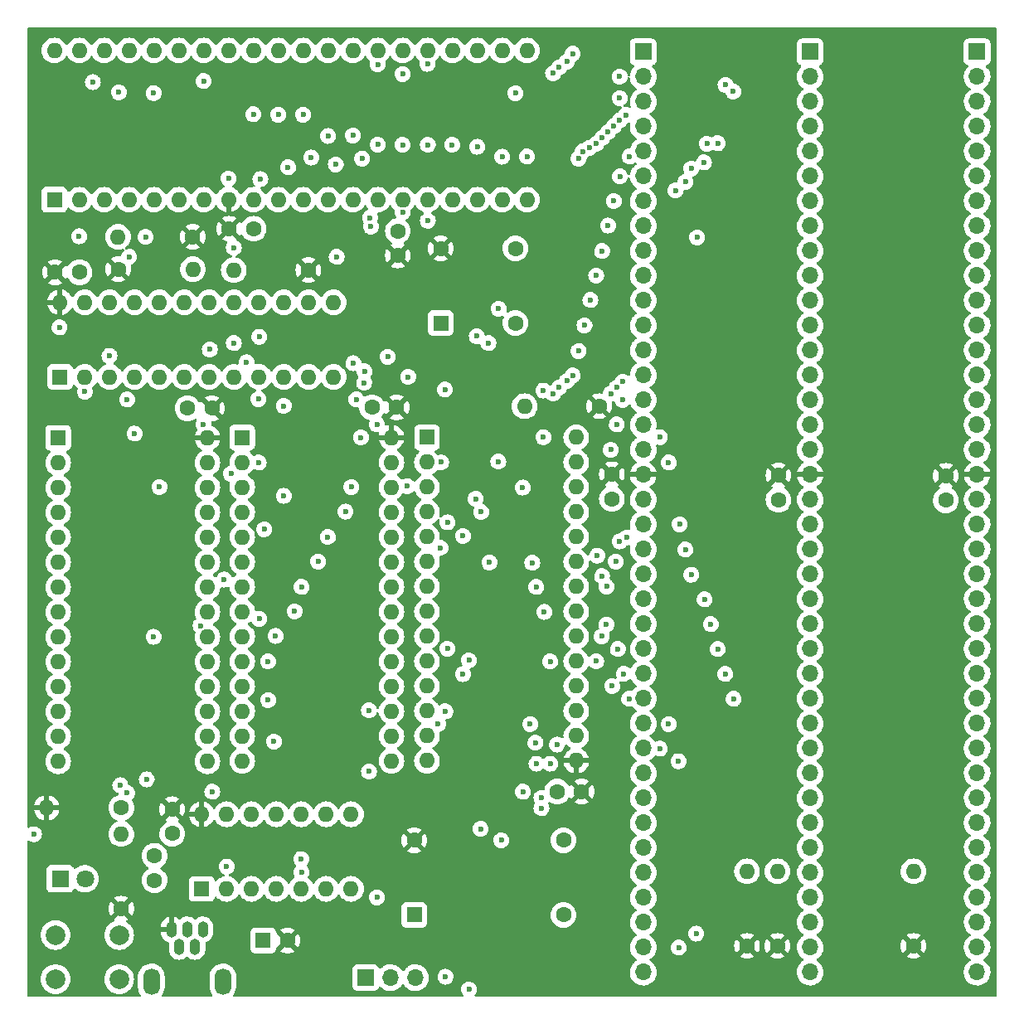
<source format=gbr>
%TF.GenerationSoftware,KiCad,Pcbnew,(6.0.11)*%
%TF.CreationDate,2023-07-08T13:40:51+12:00*%
%TF.ProjectId,6502-retro,36353032-2d72-4657-9472-6f2e6b696361,1.1*%
%TF.SameCoordinates,Original*%
%TF.FileFunction,Copper,L2,Inr*%
%TF.FilePolarity,Positive*%
%FSLAX46Y46*%
G04 Gerber Fmt 4.6, Leading zero omitted, Abs format (unit mm)*
G04 Created by KiCad (PCBNEW (6.0.11)) date 2023-07-08 13:40:51*
%MOMM*%
%LPD*%
G01*
G04 APERTURE LIST*
%TA.AperFunction,ComponentPad*%
%ADD10R,1.600000X1.600000*%
%TD*%
%TA.AperFunction,ComponentPad*%
%ADD11C,1.600000*%
%TD*%
%TA.AperFunction,ComponentPad*%
%ADD12O,1.600000X1.600000*%
%TD*%
%TA.AperFunction,ComponentPad*%
%ADD13R,1.700000X1.700000*%
%TD*%
%TA.AperFunction,ComponentPad*%
%ADD14O,1.700000X1.700000*%
%TD*%
%TA.AperFunction,ComponentPad*%
%ADD15O,1.100000X1.650000*%
%TD*%
%TA.AperFunction,ComponentPad*%
%ADD16O,1.700000X2.700000*%
%TD*%
%TA.AperFunction,ComponentPad*%
%ADD17R,1.800000X1.800000*%
%TD*%
%TA.AperFunction,ComponentPad*%
%ADD18C,1.800000*%
%TD*%
%TA.AperFunction,ComponentPad*%
%ADD19C,2.000000*%
%TD*%
%TA.AperFunction,ViaPad*%
%ADD20C,0.600000*%
%TD*%
G04 APERTURE END LIST*
D10*
%TO.N,unconnected-(X2-Pad1)*%
%TO.C,X2*%
X132310000Y-143640000D03*
D11*
%TO.N,GND*%
X147550000Y-143640000D03*
%TO.N,Net-(U3-Pad6)*%
X147550000Y-136020000D03*
%TO.N,+5V*%
X132310000Y-136020000D03*
%TD*%
%TO.N,+5V*%
%TO.C,R6*%
X109700000Y-74400000D03*
D12*
%TO.N,/BE*%
X102080000Y-74400000D03*
%TD*%
D11*
%TO.N,+5V*%
%TO.C,C4*%
X95630000Y-78010000D03*
%TO.N,GND*%
X98130000Y-78010000D03*
%TD*%
D13*
%TO.N,GND*%
%TO.C,J1*%
X155700000Y-55510000D03*
D14*
%TO.N,/A0*%
X155700000Y-58050000D03*
%TO.N,/A1*%
X155700000Y-60590000D03*
%TO.N,/A2*%
X155700000Y-63130000D03*
%TO.N,/A3*%
X155700000Y-65670000D03*
%TO.N,/A4*%
X155700000Y-68210000D03*
%TO.N,/A5*%
X155700000Y-70750000D03*
%TO.N,/A6*%
X155700000Y-73290000D03*
%TO.N,/A7*%
X155700000Y-75830000D03*
%TO.N,/A8*%
X155700000Y-78370000D03*
%TO.N,/A9*%
X155700000Y-80910000D03*
%TO.N,/A10*%
X155700000Y-83450000D03*
%TO.N,/A11*%
X155700000Y-85990000D03*
%TO.N,/A12*%
X155700000Y-88530000D03*
%TO.N,/A13*%
X155700000Y-91070000D03*
%TO.N,/A14*%
X155700000Y-93610000D03*
%TO.N,/A15*%
X155700000Y-96150000D03*
%TO.N,+5V*%
X155700000Y-98690000D03*
%TO.N,GND*%
X155700000Y-101230000D03*
%TO.N,/D0*%
X155700000Y-103770000D03*
%TO.N,/D1*%
X155700000Y-106310000D03*
%TO.N,/D2*%
X155700000Y-108850000D03*
%TO.N,/D3*%
X155700000Y-111390000D03*
%TO.N,/D4*%
X155700000Y-113930000D03*
%TO.N,/D5*%
X155700000Y-116470000D03*
%TO.N,/D6*%
X155700000Y-119010000D03*
%TO.N,/D7*%
X155700000Y-121550000D03*
%TO.N,/PHI2*%
X155700000Y-124090000D03*
%TO.N,/R{slash}~{W}*%
X155700000Y-126630000D03*
%TO.N,/~{IO_CS2}*%
X155700000Y-129170000D03*
%TO.N,/~{IO_CS1}*%
X155700000Y-131710000D03*
%TO.N,/~{RST}*%
X155700000Y-134250000D03*
%TO.N,/USR1*%
X155700000Y-136790000D03*
%TO.N,/~{IRQ1}*%
X155700000Y-139330000D03*
%TO.N,/~{NMI}*%
X155700000Y-141870000D03*
%TO.N,/RDY*%
X155700000Y-144410000D03*
%TO.N,/BE*%
X155700000Y-146950000D03*
%TO.N,GND*%
X155700000Y-149490000D03*
%TD*%
D10*
%TO.N,GND*%
%TO.C,C12*%
X116884664Y-146250000D03*
D11*
%TO.N,+5V*%
X119384664Y-146250000D03*
%TD*%
%TO.N,+5V*%
%TO.C,R10*%
X183300000Y-146810000D03*
D12*
%TO.N,/~{IRQ3}*%
X183300000Y-139190000D03*
%TD*%
D11*
%TO.N,+5V*%
%TO.C,R9*%
X169400000Y-146810000D03*
D12*
%TO.N,/~{IRQ2}*%
X169400000Y-139190000D03*
%TD*%
D11*
%TO.N,+5V*%
%TO.C,C8*%
X169510000Y-98750000D03*
%TO.N,GND*%
X169510000Y-101250000D03*
%TD*%
%TO.N,+5V*%
%TO.C,R5*%
X121510000Y-77800000D03*
D12*
%TO.N,/RDY*%
X113890000Y-77800000D03*
%TD*%
D10*
%TO.N,/PHI2*%
%TO.C,U5*%
X96140000Y-88700000D03*
D12*
%TO.N,/R{slash}~{W}*%
X98680000Y-88700000D03*
%TO.N,/A15*%
X101220000Y-88700000D03*
%TO.N,/A14*%
X103760000Y-88700000D03*
%TO.N,/A13*%
X106300000Y-88700000D03*
%TO.N,/A12*%
X108840000Y-88700000D03*
%TO.N,/A11*%
X111380000Y-88700000D03*
%TO.N,/A10*%
X113920000Y-88700000D03*
%TO.N,/A9*%
X116460000Y-88700000D03*
%TO.N,/A8*%
X119000000Y-88700000D03*
%TO.N,/A7*%
X121540000Y-88700000D03*
%TO.N,GND*%
X124080000Y-88700000D03*
%TO.N,unconnected-(U5-Pad13)*%
X124080000Y-81080000D03*
%TO.N,unconnected-(U5-Pad14)*%
X121540000Y-81080000D03*
%TO.N,unconnected-(U5-Pad15)*%
X119000000Y-81080000D03*
%TO.N,unconnected-(U5-Pad16)*%
X116460000Y-81080000D03*
%TO.N,/~{WE}*%
X113920000Y-81080000D03*
%TO.N,/~{OE}*%
X111380000Y-81080000D03*
%TO.N,/~{RAM_CS}*%
X108840000Y-81080000D03*
%TO.N,/~{ROM_CS}*%
X106300000Y-81080000D03*
%TO.N,/~{IO_CS1}*%
X103760000Y-81080000D03*
%TO.N,/~{IO_CS2}*%
X101220000Y-81080000D03*
%TO.N,unconnected-(U5-Pad23)*%
X98680000Y-81080000D03*
%TO.N,+5V*%
X96140000Y-81080000D03*
%TD*%
D11*
%TO.N,+5V*%
%TO.C,C1*%
X113420000Y-73570000D03*
%TO.N,GND*%
X115920000Y-73570000D03*
%TD*%
D10*
%TO.N,GND*%
%TO.C,U3*%
X133620000Y-94880000D03*
D12*
%TO.N,/A5*%
X133620000Y-97420000D03*
%TO.N,/~{IO_CS1}*%
X133620000Y-99960000D03*
%TO.N,/~{RST}*%
X133620000Y-102500000D03*
%TO.N,unconnected-(U3-Pad5)*%
X133620000Y-105040000D03*
%TO.N,Net-(U3-Pad6)*%
X133620000Y-107580000D03*
%TO.N,unconnected-(U3-Pad7)*%
X133620000Y-110120000D03*
%TO.N,unconnected-(U3-Pad8)*%
X133620000Y-112660000D03*
%TO.N,GND*%
X133620000Y-115200000D03*
%TO.N,/RxD*%
X133620000Y-117740000D03*
%TO.N,unconnected-(U3-Pad11)*%
X133620000Y-120280000D03*
%TO.N,/TxD*%
X133620000Y-122820000D03*
%TO.N,/A0*%
X133620000Y-125360000D03*
%TO.N,/A1*%
X133620000Y-127900000D03*
%TO.N,+5V*%
X148860000Y-127900000D03*
%TO.N,GND*%
X148860000Y-125360000D03*
X148860000Y-122820000D03*
%TO.N,/D0*%
X148860000Y-120280000D03*
%TO.N,/D1*%
X148860000Y-117740000D03*
%TO.N,/D2*%
X148860000Y-115200000D03*
%TO.N,/D3*%
X148860000Y-112660000D03*
%TO.N,/D4*%
X148860000Y-110120000D03*
%TO.N,/D5*%
X148860000Y-107580000D03*
%TO.N,/D6*%
X148860000Y-105040000D03*
%TO.N,/D7*%
X148860000Y-102500000D03*
%TO.N,/~{ACIA_IRQ}*%
X148860000Y-99960000D03*
%TO.N,/PHI2*%
X148860000Y-97420000D03*
%TO.N,/R{slash}~{W}*%
X148860000Y-94880000D03*
%TD*%
D15*
%TO.N,+5V*%
%TO.C,J4*%
X107520000Y-145135000D03*
%TO.N,unconnected-(J4-Pad2)*%
X108320000Y-146885000D03*
%TO.N,unconnected-(J4-Pad3)*%
X109120000Y-145135000D03*
%TO.N,unconnected-(J4-Pad4)*%
X109920000Y-146885000D03*
%TO.N,GND*%
X110720000Y-145135000D03*
D16*
X112770000Y-150460000D03*
X105470000Y-150460000D03*
%TD*%
D17*
%TO.N,GND*%
%TO.C,D1*%
X96160000Y-139950000D03*
D18*
%TO.N,Net-(D1-Pad2)*%
X98700000Y-139950000D03*
%TD*%
D13*
%TO.N,GND*%
%TO.C,J2*%
X172747500Y-55510000D03*
D14*
%TO.N,/A0*%
X172747500Y-58050000D03*
%TO.N,/A1*%
X172747500Y-60590000D03*
%TO.N,/A2*%
X172747500Y-63130000D03*
%TO.N,/A3*%
X172747500Y-65670000D03*
%TO.N,/A4*%
X172747500Y-68210000D03*
%TO.N,/A5*%
X172747500Y-70750000D03*
%TO.N,/A6*%
X172747500Y-73290000D03*
%TO.N,/A7*%
X172747500Y-75830000D03*
%TO.N,/A8*%
X172747500Y-78370000D03*
%TO.N,/A9*%
X172747500Y-80910000D03*
%TO.N,/A10*%
X172747500Y-83450000D03*
%TO.N,/A11*%
X172747500Y-85990000D03*
%TO.N,/A12*%
X172747500Y-88530000D03*
%TO.N,/A13*%
X172747500Y-91070000D03*
%TO.N,/A14*%
X172747500Y-93610000D03*
%TO.N,/A15*%
X172747500Y-96150000D03*
%TO.N,+5V*%
X172747500Y-98690000D03*
%TO.N,GND*%
X172747500Y-101230000D03*
%TO.N,/D0*%
X172747500Y-103770000D03*
%TO.N,/D1*%
X172747500Y-106310000D03*
%TO.N,/D2*%
X172747500Y-108850000D03*
%TO.N,/D3*%
X172747500Y-111390000D03*
%TO.N,/D4*%
X172747500Y-113930000D03*
%TO.N,/D5*%
X172747500Y-116470000D03*
%TO.N,/D6*%
X172747500Y-119010000D03*
%TO.N,/D7*%
X172747500Y-121550000D03*
%TO.N,/PHI2*%
X172747500Y-124090000D03*
%TO.N,/R{slash}~{W}*%
X172747500Y-126630000D03*
%TO.N,/~{IO_CS2}*%
X172747500Y-129170000D03*
%TO.N,/~{IO_CS1}*%
X172747500Y-131710000D03*
%TO.N,/~{RST}*%
X172747500Y-134250000D03*
%TO.N,/USR1*%
X172747500Y-136790000D03*
%TO.N,/~{IRQ2}*%
X172747500Y-139330000D03*
%TO.N,/~{NMI}*%
X172747500Y-141870000D03*
%TO.N,/RDY*%
X172747500Y-144410000D03*
%TO.N,/BE*%
X172747500Y-146950000D03*
%TO.N,GND*%
X172747500Y-149490000D03*
%TD*%
D10*
%TO.N,unconnected-(U4-Pad1)*%
%TO.C,U4*%
X95565000Y-70605000D03*
D12*
%TO.N,/RDY*%
X98105000Y-70605000D03*
%TO.N,unconnected-(U4-Pad3)*%
X100645000Y-70605000D03*
%TO.N,/~{IRQ}*%
X103185000Y-70605000D03*
%TO.N,unconnected-(U4-Pad5)*%
X105725000Y-70605000D03*
%TO.N,/~{NMI}*%
X108265000Y-70605000D03*
%TO.N,unconnected-(U4-Pad7)*%
X110805000Y-70605000D03*
%TO.N,+5V*%
X113345000Y-70605000D03*
%TO.N,/A0*%
X115885000Y-70605000D03*
%TO.N,/A1*%
X118425000Y-70605000D03*
%TO.N,/A2*%
X120965000Y-70605000D03*
%TO.N,/A3*%
X123505000Y-70605000D03*
%TO.N,/A4*%
X126045000Y-70605000D03*
%TO.N,/A5*%
X128585000Y-70605000D03*
%TO.N,/A6*%
X131125000Y-70605000D03*
%TO.N,/A7*%
X133665000Y-70605000D03*
%TO.N,/A8*%
X136205000Y-70605000D03*
%TO.N,/A9*%
X138745000Y-70605000D03*
%TO.N,/A10*%
X141285000Y-70605000D03*
%TO.N,/A11*%
X143825000Y-70605000D03*
%TO.N,GND*%
X143825000Y-55365000D03*
%TO.N,/A12*%
X141285000Y-55365000D03*
%TO.N,/A13*%
X138745000Y-55365000D03*
%TO.N,/A14*%
X136205000Y-55365000D03*
%TO.N,/A15*%
X133665000Y-55365000D03*
%TO.N,/D7*%
X131125000Y-55365000D03*
%TO.N,/D6*%
X128585000Y-55365000D03*
%TO.N,/D5*%
X126045000Y-55365000D03*
%TO.N,/D4*%
X123505000Y-55365000D03*
%TO.N,/D3*%
X120965000Y-55365000D03*
%TO.N,/D2*%
X118425000Y-55365000D03*
%TO.N,/D1*%
X115885000Y-55365000D03*
%TO.N,/D0*%
X113345000Y-55365000D03*
%TO.N,/R{slash}~{W}*%
X110805000Y-55365000D03*
%TO.N,unconnected-(U4-Pad35)*%
X108265000Y-55365000D03*
%TO.N,/BE*%
X105725000Y-55365000D03*
%TO.N,/PHI2*%
X103185000Y-55365000D03*
%TO.N,unconnected-(U4-Pad38)*%
X100645000Y-55365000D03*
%TO.N,unconnected-(U4-Pad39)*%
X98105000Y-55365000D03*
%TO.N,/~{RST}*%
X95565000Y-55365000D03*
%TD*%
D13*
%TO.N,GND*%
%TO.C,J5*%
X127360000Y-150050000D03*
D14*
%TO.N,/RxD*%
X129900000Y-150050000D03*
%TO.N,/TxD*%
X132440000Y-150050000D03*
%TD*%
D11*
%TO.N,+5V*%
%TO.C,R8*%
X166300000Y-146810000D03*
D12*
%TO.N,/~{IRQ1}*%
X166300000Y-139190000D03*
%TD*%
D11*
%TO.N,+5V*%
%TO.C,R1*%
X102400000Y-143000000D03*
D12*
%TO.N,/~{RST}*%
X102400000Y-135380000D03*
%TD*%
D13*
%TO.N,GND*%
%TO.C,J3*%
X189795000Y-55510000D03*
D14*
%TO.N,/A0*%
X189795000Y-58050000D03*
%TO.N,/A1*%
X189795000Y-60590000D03*
%TO.N,/A2*%
X189795000Y-63130000D03*
%TO.N,/A3*%
X189795000Y-65670000D03*
%TO.N,/A4*%
X189795000Y-68210000D03*
%TO.N,/A5*%
X189795000Y-70750000D03*
%TO.N,/A6*%
X189795000Y-73290000D03*
%TO.N,/A7*%
X189795000Y-75830000D03*
%TO.N,/A8*%
X189795000Y-78370000D03*
%TO.N,/A9*%
X189795000Y-80910000D03*
%TO.N,/A10*%
X189795000Y-83450000D03*
%TO.N,/A11*%
X189795000Y-85990000D03*
%TO.N,/A12*%
X189795000Y-88530000D03*
%TO.N,/A13*%
X189795000Y-91070000D03*
%TO.N,/A14*%
X189795000Y-93610000D03*
%TO.N,/A15*%
X189795000Y-96150000D03*
%TO.N,+5V*%
X189795000Y-98690000D03*
%TO.N,GND*%
X189795000Y-101230000D03*
%TO.N,/D0*%
X189795000Y-103770000D03*
%TO.N,/D1*%
X189795000Y-106310000D03*
%TO.N,/D2*%
X189795000Y-108850000D03*
%TO.N,/D3*%
X189795000Y-111390000D03*
%TO.N,/D4*%
X189795000Y-113930000D03*
%TO.N,/D5*%
X189795000Y-116470000D03*
%TO.N,/D6*%
X189795000Y-119010000D03*
%TO.N,/D7*%
X189795000Y-121550000D03*
%TO.N,/PHI2*%
X189795000Y-124090000D03*
%TO.N,/R{slash}~{W}*%
X189795000Y-126630000D03*
%TO.N,/~{IO_CS2}*%
X189795000Y-129170000D03*
%TO.N,/~{IO_CS1}*%
X189795000Y-131710000D03*
%TO.N,/~{RST}*%
X189795000Y-134250000D03*
%TO.N,/USR1*%
X189795000Y-136790000D03*
%TO.N,/~{IRQ3}*%
X189795000Y-139330000D03*
%TO.N,/~{NMI}*%
X189795000Y-141870000D03*
%TO.N,/RDY*%
X189795000Y-144410000D03*
%TO.N,/BE*%
X189795000Y-146950000D03*
%TO.N,GND*%
X189795000Y-149490000D03*
%TD*%
D11*
%TO.N,+5V*%
%TO.C,C3*%
X130510000Y-91810000D03*
%TO.N,GND*%
X128010000Y-91810000D03*
%TD*%
%TO.N,+5V*%
%TO.C,C10*%
X149410000Y-131050000D03*
%TO.N,GND*%
X146910000Y-131050000D03*
%TD*%
D10*
%TO.N,/~{ACIA_IRQ}*%
%TO.C,U6*%
X110615000Y-140980000D03*
D12*
%TO.N,/~{IRQ1}*%
X113155000Y-140980000D03*
%TO.N,Net-(U6-Pad3)*%
X115695000Y-140980000D03*
X118235000Y-140980000D03*
%TO.N,/~{IRQ2}*%
X120775000Y-140980000D03*
%TO.N,Net-(U6-Pad6)*%
X123315000Y-140980000D03*
%TO.N,GND*%
X125855000Y-140980000D03*
%TO.N,/~{IRQ}*%
X125855000Y-133360000D03*
%TO.N,Net-(U6-Pad6)*%
X123315000Y-133360000D03*
%TO.N,/~{IRQ3}*%
X120775000Y-133360000D03*
%TO.N,unconnected-(U6-Pad11)*%
X118235000Y-133360000D03*
%TO.N,GND*%
X115695000Y-133360000D03*
X113155000Y-133360000D03*
%TO.N,+5V*%
X110615000Y-133360000D03*
%TD*%
D10*
%TO.N,unconnected-(X1-Pad1)*%
%TO.C,X1*%
X135030000Y-83200000D03*
D11*
%TO.N,GND*%
X142650000Y-83200000D03*
%TO.N,/PHI2*%
X142650000Y-75580000D03*
%TO.N,+5V*%
X135030000Y-75580000D03*
%TD*%
%TO.N,/~{RST}*%
%TO.C,C7*%
X105800000Y-137600000D03*
%TO.N,GND*%
X105800000Y-140100000D03*
%TD*%
%TO.N,+5V*%
%TO.C,C5*%
X130640000Y-76300000D03*
%TO.N,GND*%
X130640000Y-73800000D03*
%TD*%
%TO.N,+5V*%
%TO.C,C11*%
X107600000Y-132850000D03*
%TO.N,GND*%
X107600000Y-135350000D03*
%TD*%
D10*
%TO.N,/A14*%
%TO.C,U2*%
X95955000Y-94925000D03*
D12*
%TO.N,/A12*%
X95955000Y-97465000D03*
%TO.N,/A7*%
X95955000Y-100005000D03*
%TO.N,/A6*%
X95955000Y-102545000D03*
%TO.N,/A5*%
X95955000Y-105085000D03*
%TO.N,/A4*%
X95955000Y-107625000D03*
%TO.N,/A3*%
X95955000Y-110165000D03*
%TO.N,/A2*%
X95955000Y-112705000D03*
%TO.N,/A1*%
X95955000Y-115245000D03*
%TO.N,/A0*%
X95955000Y-117785000D03*
%TO.N,/D0*%
X95955000Y-120325000D03*
%TO.N,/D1*%
X95955000Y-122865000D03*
%TO.N,/D2*%
X95955000Y-125405000D03*
%TO.N,GND*%
X95955000Y-127945000D03*
%TO.N,/D3*%
X111195000Y-127945000D03*
%TO.N,/D4*%
X111195000Y-125405000D03*
%TO.N,/D5*%
X111195000Y-122865000D03*
%TO.N,/D6*%
X111195000Y-120325000D03*
%TO.N,/D7*%
X111195000Y-117785000D03*
%TO.N,/~{ROM_CS}*%
X111195000Y-115245000D03*
%TO.N,/A10*%
X111195000Y-112705000D03*
%TO.N,/~{OE}*%
X111195000Y-110165000D03*
%TO.N,/A11*%
X111195000Y-107625000D03*
%TO.N,/A9*%
X111195000Y-105085000D03*
%TO.N,/A8*%
X111195000Y-102545000D03*
%TO.N,/A13*%
X111195000Y-100005000D03*
%TO.N,/~{WE}*%
X111195000Y-97465000D03*
%TO.N,+5V*%
X111195000Y-94925000D03*
%TD*%
D11*
%TO.N,+5V*%
%TO.C,C9*%
X186600000Y-98800000D03*
%TO.N,GND*%
X186600000Y-101300000D03*
%TD*%
%TO.N,Net-(D1-Pad2)*%
%TO.C,R7*%
X102400000Y-132700000D03*
D12*
%TO.N,+5V*%
X94780000Y-132700000D03*
%TD*%
D10*
%TO.N,/A14*%
%TO.C,U1*%
X114750000Y-94885000D03*
D12*
%TO.N,/A12*%
X114750000Y-97425000D03*
%TO.N,/A7*%
X114750000Y-99965000D03*
%TO.N,/A6*%
X114750000Y-102505000D03*
%TO.N,/A5*%
X114750000Y-105045000D03*
%TO.N,/A4*%
X114750000Y-107585000D03*
%TO.N,/A3*%
X114750000Y-110125000D03*
%TO.N,/A2*%
X114750000Y-112665000D03*
%TO.N,/A1*%
X114750000Y-115205000D03*
%TO.N,/A0*%
X114750000Y-117745000D03*
%TO.N,/D0*%
X114750000Y-120285000D03*
%TO.N,/D1*%
X114750000Y-122825000D03*
%TO.N,/D2*%
X114750000Y-125365000D03*
%TO.N,GND*%
X114750000Y-127905000D03*
%TO.N,/D3*%
X129990000Y-127905000D03*
%TO.N,/D4*%
X129990000Y-125365000D03*
%TO.N,/D5*%
X129990000Y-122825000D03*
%TO.N,/D6*%
X129990000Y-120285000D03*
%TO.N,/D7*%
X129990000Y-117745000D03*
%TO.N,/~{RAM_CS}*%
X129990000Y-115205000D03*
%TO.N,/A10*%
X129990000Y-112665000D03*
%TO.N,/~{OE}*%
X129990000Y-110125000D03*
%TO.N,/A11*%
X129990000Y-107585000D03*
%TO.N,/A9*%
X129990000Y-105045000D03*
%TO.N,/A8*%
X129990000Y-102505000D03*
%TO.N,/A13*%
X129990000Y-99965000D03*
%TO.N,/~{WE}*%
X129990000Y-97425000D03*
%TO.N,+5V*%
X129990000Y-94885000D03*
%TD*%
D19*
%TO.N,GND*%
%TO.C,SW1*%
X102190000Y-145700000D03*
X95690000Y-145700000D03*
%TO.N,/~{RST}*%
X95690000Y-150200000D03*
X102190000Y-150200000D03*
%TD*%
D11*
%TO.N,+5V*%
%TO.C,C6*%
X152500000Y-98650000D03*
%TO.N,GND*%
X152500000Y-101150000D03*
%TD*%
%TO.N,+5V*%
%TO.C,R2*%
X151210000Y-91700000D03*
D12*
%TO.N,/~{ACIA_IRQ}*%
X143590000Y-91700000D03*
%TD*%
D11*
%TO.N,+5V*%
%TO.C,R4*%
X102090000Y-77700000D03*
D12*
%TO.N,/~{NMI}*%
X109710000Y-77700000D03*
%TD*%
D11*
%TO.N,+5V*%
%TO.C,C2*%
X111670000Y-91900000D03*
%TO.N,GND*%
X109170000Y-91900000D03*
%TD*%
D20*
%TO.N,/~{RST}*%
X139100000Y-134850000D03*
X139150000Y-102500000D03*
X93500000Y-135400000D03*
%TO.N,/A0*%
X117400000Y-117750000D03*
X153300000Y-58050000D03*
X115885000Y-61885000D03*
X153300000Y-60237000D03*
X117400000Y-121700000D03*
%TO.N,/A1*%
X118000000Y-125950000D03*
X118425000Y-61925000D03*
X118163000Y-115150000D03*
%TO.N,/A2*%
X120965000Y-61935000D03*
X120100000Y-112650000D03*
%TO.N,/A3*%
X123505000Y-64100000D03*
X120800000Y-110150000D03*
X153900000Y-61963000D03*
X154300000Y-66200000D03*
%TO.N,/A4*%
X153300000Y-62500000D03*
X122500000Y-107550000D03*
X126050000Y-64050000D03*
X153323102Y-68226898D03*
%TO.N,/A5*%
X135000000Y-106150000D03*
X128585000Y-64985000D03*
X123500000Y-105050000D03*
X135070000Y-97420000D03*
X152700000Y-70750000D03*
X152700000Y-63100000D03*
%TO.N,/A6*%
X131125001Y-71889039D03*
X127800000Y-72450000D03*
X131125000Y-65000000D03*
X152100000Y-63700000D03*
X152100000Y-73250000D03*
X125300000Y-102450000D03*
%TO.N,/A7*%
X151500000Y-64300000D03*
X151500000Y-75850000D03*
X127900000Y-73350000D03*
X125900000Y-99950000D03*
X126100000Y-87300000D03*
X133700000Y-65000000D03*
X133700000Y-72750000D03*
%TO.N,/A8*%
X150900000Y-78350000D03*
X138600000Y-101150000D03*
X135447343Y-89990308D03*
X150900000Y-64900000D03*
X136200000Y-65000000D03*
%TO.N,/A9*%
X117004500Y-104263000D03*
X138745000Y-65200000D03*
X116500000Y-84600000D03*
X138700000Y-84550000D03*
X150200000Y-65300000D03*
X150300001Y-80849999D03*
%TO.N,/A10*%
X113900000Y-85250000D03*
X149700000Y-83450000D03*
X139900000Y-85250000D03*
X149499999Y-65700000D03*
X116500000Y-113400000D03*
X141285000Y-66215000D03*
%TO.N,/A11*%
X143825000Y-66200000D03*
X149100000Y-66400000D03*
X111437000Y-85900000D03*
X149100000Y-86050000D03*
%TO.N,/A12*%
X148500000Y-88550000D03*
X115200000Y-87213000D03*
X116414500Y-90963000D03*
X116437000Y-97450000D03*
X126400000Y-91000000D03*
X148500000Y-55700000D03*
X127237000Y-88137000D03*
%TO.N,/A13*%
X153600000Y-89200000D03*
X147900000Y-56500000D03*
X131700000Y-88700000D03*
X153600000Y-91050000D03*
X106300000Y-99950000D03*
X147900000Y-89100000D03*
X131600000Y-99850000D03*
%TO.N,/A14*%
X153000000Y-89800000D03*
X103760000Y-94490000D03*
X147100000Y-57100000D03*
X147100000Y-89800000D03*
X153000000Y-93550000D03*
X126885000Y-94885000D03*
X127200000Y-89300000D03*
%TO.N,/A15*%
X152400000Y-90400000D03*
X146500000Y-57700000D03*
X133665000Y-56735000D03*
X101200000Y-86550000D03*
X129600000Y-86650000D03*
X152400000Y-96150000D03*
X146500000Y-90400000D03*
%TO.N,/D0*%
X159427000Y-103750000D03*
X113345000Y-68455000D03*
X152526000Y-120274000D03*
X159000000Y-69659499D03*
%TO.N,/D1*%
X127700000Y-129000000D03*
X160000000Y-106335000D03*
X146200000Y-117750000D03*
X151000000Y-106950000D03*
X116600000Y-68500000D03*
X146200000Y-128200000D03*
X150890000Y-117740000D03*
X160000000Y-68800000D03*
X127700000Y-122750000D03*
%TO.N,/D2*%
X119437109Y-67300000D03*
X160610000Y-108896483D03*
X146900000Y-126250000D03*
X151500000Y-109050000D03*
X151469514Y-115200001D03*
X160599999Y-67437380D03*
%TO.N,/D3*%
X145600000Y-112700000D03*
X161963000Y-111415000D03*
X144800000Y-128200000D03*
X121800000Y-66300000D03*
X161900000Y-66800000D03*
%TO.N,/D4*%
X162600000Y-113955000D03*
X124300000Y-67000000D03*
X151937000Y-114000000D03*
X144763000Y-110150000D03*
X162199999Y-64900364D03*
X144700000Y-126050000D03*
X151963000Y-110118290D03*
%TO.N,/D5*%
X127000000Y-66400000D03*
X153110000Y-116490000D03*
X152900000Y-107550000D03*
X144160666Y-124150001D03*
X144373000Y-107685477D03*
X163300000Y-116495000D03*
X134750000Y-124150000D03*
X163300000Y-64850000D03*
%TO.N,/D6*%
X137300000Y-104950000D03*
X128585000Y-56785000D03*
X164100000Y-58887000D03*
X137300000Y-119050000D03*
X153299601Y-105500000D03*
X153720000Y-119030000D03*
X164065000Y-119035000D03*
%TO.N,/D7*%
X135700000Y-116450000D03*
X131125000Y-57775000D03*
X164925000Y-121575000D03*
X135700000Y-103550000D03*
X164900000Y-59550000D03*
X154000000Y-105100000D03*
X154270000Y-121570000D03*
%TO.N,/PHI2*%
X158300000Y-124150000D03*
X142650000Y-59737000D03*
X158300000Y-97450000D03*
X140939500Y-81750000D03*
X140900000Y-97350000D03*
X96100000Y-83650000D03*
%TO.N,/R{slash}~{W}*%
X99500001Y-58600001D03*
X98680000Y-90220000D03*
X145500000Y-94850000D03*
X157400000Y-94850000D03*
X110805000Y-58495000D03*
X157395000Y-126655000D03*
X145500001Y-90100000D03*
%TO.N,/~{IO_CS2}*%
X102300000Y-130400000D03*
%TO.N,/~{IO_CS1}*%
X102999999Y-131199999D03*
X119000000Y-100850000D03*
X103000000Y-91013000D03*
X145300000Y-131700000D03*
X145300000Y-132750000D03*
X118999999Y-91663001D03*
%TO.N,/~{ROM_CS}*%
X105705000Y-115245000D03*
%TO.N,/~{RAM_CS}*%
X110500000Y-114100000D03*
%TO.N,/~{OE}*%
X112915500Y-109400000D03*
%TO.N,/~{WE}*%
X113600000Y-98600002D03*
%TO.N,/~{IRQ}*%
X103200001Y-76450001D03*
X124400000Y-76450000D03*
%TO.N,/~{NMI}*%
X128500000Y-141850000D03*
X110800000Y-93550000D03*
X128500000Y-93550000D03*
%TO.N,/RDY*%
X161200000Y-74449998D03*
X98100000Y-74350000D03*
X113900000Y-75500000D03*
X161100000Y-145550000D03*
%TO.N,/~{ACIA_IRQ}*%
X143400000Y-100000000D03*
X143403501Y-131063000D03*
X111696652Y-131063000D03*
%TO.N,/BE*%
X102150000Y-59650000D03*
X159325000Y-146975000D03*
X105700000Y-59713000D03*
X105000000Y-129800000D03*
X104900000Y-74400000D03*
X159300000Y-127950000D03*
%TO.N,Net-(U3-Pad6)*%
X140000000Y-107650000D03*
X141200000Y-136020000D03*
%TO.N,/TxD*%
X135500000Y-122850000D03*
X135500000Y-149950000D03*
%TO.N,/RxD*%
X137900000Y-117650000D03*
X137900000Y-151250000D03*
%TO.N,/~{IRQ3}*%
X120775000Y-137937000D03*
%TO.N,/~{IRQ2}*%
X120800000Y-139268000D03*
%TO.N,/~{IRQ1}*%
X113155000Y-138705000D03*
%TD*%
%TA.AperFunction,Conductor*%
%TO.N,+5V*%
G36*
X191733621Y-53028502D02*
G01*
X191780114Y-53082158D01*
X191791500Y-53134500D01*
X191791500Y-151865500D01*
X191771498Y-151933621D01*
X191717842Y-151980114D01*
X191665500Y-151991500D01*
X138608822Y-151991500D01*
X138540701Y-151971498D01*
X138494208Y-151917842D01*
X138484104Y-151847568D01*
X138513598Y-151782988D01*
X138515644Y-151780843D01*
X138518160Y-151777844D01*
X138523266Y-151772982D01*
X138623643Y-151621902D01*
X138688055Y-151452338D01*
X138691650Y-151426759D01*
X138712748Y-151276639D01*
X138712748Y-151276636D01*
X138713299Y-151272717D01*
X138713616Y-151250000D01*
X138693397Y-151069745D01*
X138690933Y-151062669D01*
X138636064Y-150905106D01*
X138636062Y-150905103D01*
X138633745Y-150898448D01*
X138627365Y-150888238D01*
X138541359Y-150750598D01*
X138537626Y-150744624D01*
X138523941Y-150730843D01*
X138414778Y-150620915D01*
X138414774Y-150620912D01*
X138409815Y-150615918D01*
X138399296Y-150609242D01*
X138348335Y-150576902D01*
X138256666Y-150518727D01*
X138227463Y-150508328D01*
X138092425Y-150460243D01*
X138092420Y-150460242D01*
X138085790Y-150457881D01*
X138078802Y-150457048D01*
X138078799Y-150457047D01*
X137948617Y-150441524D01*
X137905680Y-150436404D01*
X137898677Y-150437140D01*
X137898676Y-150437140D01*
X137732288Y-150454628D01*
X137732286Y-150454629D01*
X137725288Y-150455364D01*
X137553579Y-150513818D01*
X137525369Y-150531173D01*
X137405095Y-150605166D01*
X137405092Y-150605168D01*
X137399088Y-150608862D01*
X137394053Y-150613793D01*
X137394050Y-150613795D01*
X137283440Y-150722113D01*
X137269493Y-150735771D01*
X137171235Y-150888238D01*
X137168826Y-150894858D01*
X137168824Y-150894861D01*
X137123081Y-151020539D01*
X137109197Y-151058685D01*
X137086463Y-151238640D01*
X137104163Y-151419160D01*
X137161418Y-151591273D01*
X137165065Y-151597295D01*
X137165066Y-151597297D01*
X137243984Y-151727606D01*
X137255380Y-151746424D01*
X137260269Y-151751487D01*
X137260270Y-151751488D01*
X137285846Y-151777972D01*
X137318779Y-151840869D01*
X137312480Y-151911585D01*
X137268948Y-151967670D01*
X137195210Y-151991500D01*
X113947302Y-151991500D01*
X113879181Y-151971498D01*
X113832688Y-151917842D01*
X113822584Y-151847568D01*
X113849868Y-151785609D01*
X113890240Y-151736373D01*
X113890244Y-151736367D01*
X113893624Y-151732245D01*
X113915748Y-151693380D01*
X114005032Y-151536529D01*
X114007675Y-151531886D01*
X114086337Y-151315175D01*
X114092484Y-151281181D01*
X114126623Y-151092392D01*
X114126624Y-151092385D01*
X114127361Y-151088308D01*
X114128236Y-151069745D01*
X114128430Y-151065644D01*
X114128430Y-151065637D01*
X114128500Y-151064156D01*
X114128500Y-150948134D01*
X126001500Y-150948134D01*
X126008255Y-151010316D01*
X126059385Y-151146705D01*
X126146739Y-151263261D01*
X126263295Y-151350615D01*
X126399684Y-151401745D01*
X126461866Y-151408500D01*
X128258134Y-151408500D01*
X128320316Y-151401745D01*
X128456705Y-151350615D01*
X128573261Y-151263261D01*
X128660615Y-151146705D01*
X128682799Y-151087529D01*
X128704598Y-151029382D01*
X128747240Y-150972618D01*
X128813802Y-150947918D01*
X128883150Y-150963126D01*
X128917817Y-150991114D01*
X128946250Y-151023938D01*
X129118126Y-151166632D01*
X129311000Y-151279338D01*
X129519692Y-151359030D01*
X129524760Y-151360061D01*
X129524763Y-151360062D01*
X129632017Y-151381883D01*
X129738597Y-151403567D01*
X129743772Y-151403757D01*
X129743774Y-151403757D01*
X129956673Y-151411564D01*
X129956677Y-151411564D01*
X129961837Y-151411753D01*
X129966957Y-151411097D01*
X129966959Y-151411097D01*
X130178288Y-151384025D01*
X130178289Y-151384025D01*
X130183416Y-151383368D01*
X130188366Y-151381883D01*
X130392429Y-151320661D01*
X130392434Y-151320659D01*
X130397384Y-151319174D01*
X130597994Y-151220896D01*
X130779860Y-151091173D01*
X130805479Y-151065644D01*
X130923616Y-150947918D01*
X130938096Y-150933489D01*
X130963276Y-150898448D01*
X131068453Y-150752077D01*
X131069776Y-150753028D01*
X131116645Y-150709857D01*
X131186580Y-150697625D01*
X131252026Y-150725144D01*
X131279875Y-150756994D01*
X131339987Y-150855088D01*
X131486250Y-151023938D01*
X131658126Y-151166632D01*
X131851000Y-151279338D01*
X132059692Y-151359030D01*
X132064760Y-151360061D01*
X132064763Y-151360062D01*
X132172017Y-151381883D01*
X132278597Y-151403567D01*
X132283772Y-151403757D01*
X132283774Y-151403757D01*
X132496673Y-151411564D01*
X132496677Y-151411564D01*
X132501837Y-151411753D01*
X132506957Y-151411097D01*
X132506959Y-151411097D01*
X132718288Y-151384025D01*
X132718289Y-151384025D01*
X132723416Y-151383368D01*
X132728366Y-151381883D01*
X132932429Y-151320661D01*
X132932434Y-151320659D01*
X132937384Y-151319174D01*
X133137994Y-151220896D01*
X133319860Y-151091173D01*
X133345479Y-151065644D01*
X133463616Y-150947918D01*
X133478096Y-150933489D01*
X133503276Y-150898448D01*
X133605435Y-150756277D01*
X133608453Y-150752077D01*
X133612137Y-150744624D01*
X133705136Y-150556453D01*
X133705137Y-150556451D01*
X133707430Y-150551811D01*
X133772370Y-150338069D01*
X133801529Y-150116590D01*
X133801611Y-150113240D01*
X133803074Y-150053365D01*
X133803074Y-150053361D01*
X133803156Y-150050000D01*
X133794001Y-149938640D01*
X134686463Y-149938640D01*
X134704163Y-150119160D01*
X134761418Y-150291273D01*
X134765065Y-150297295D01*
X134765066Y-150297297D01*
X134849817Y-150437238D01*
X134855380Y-150446424D01*
X134860269Y-150451487D01*
X134860270Y-150451488D01*
X134866204Y-150457633D01*
X134981382Y-150576902D01*
X135041005Y-150615918D01*
X135112621Y-150662782D01*
X135133159Y-150676222D01*
X135139763Y-150678678D01*
X135139765Y-150678679D01*
X135296558Y-150736990D01*
X135296560Y-150736990D01*
X135303168Y-150739448D01*
X135386732Y-150750598D01*
X135475980Y-150762507D01*
X135475984Y-150762507D01*
X135482961Y-150763438D01*
X135489972Y-150762800D01*
X135489976Y-150762800D01*
X135632459Y-150749832D01*
X135663600Y-150746998D01*
X135670302Y-150744820D01*
X135670304Y-150744820D01*
X135829409Y-150693124D01*
X135829412Y-150693123D01*
X135836108Y-150690947D01*
X135961970Y-150615918D01*
X135985860Y-150601677D01*
X135985862Y-150601676D01*
X135991912Y-150598069D01*
X136123266Y-150472982D01*
X136223643Y-150321902D01*
X136271364Y-150196277D01*
X136285555Y-150158920D01*
X136285556Y-150158918D01*
X136288055Y-150152338D01*
X136289035Y-150145366D01*
X136312748Y-149976639D01*
X136312748Y-149976636D01*
X136313299Y-149972717D01*
X136313616Y-149950000D01*
X136293397Y-149769745D01*
X136291080Y-149763091D01*
X136236064Y-149605106D01*
X136236062Y-149605103D01*
X136233745Y-149598448D01*
X136209663Y-149559908D01*
X136141359Y-149450598D01*
X136137626Y-149444624D01*
X136081509Y-149388114D01*
X136014778Y-149320915D01*
X136014774Y-149320912D01*
X136009815Y-149315918D01*
X135998697Y-149308862D01*
X135889725Y-149239707D01*
X135856666Y-149218727D01*
X135793973Y-149196403D01*
X135692425Y-149160243D01*
X135692420Y-149160242D01*
X135685790Y-149157881D01*
X135678802Y-149157048D01*
X135678799Y-149157047D01*
X135555698Y-149142368D01*
X135505680Y-149136404D01*
X135498677Y-149137140D01*
X135498676Y-149137140D01*
X135332288Y-149154628D01*
X135332286Y-149154629D01*
X135325288Y-149155364D01*
X135153579Y-149213818D01*
X135111497Y-149239707D01*
X135005095Y-149305166D01*
X135005092Y-149305168D01*
X134999088Y-149308862D01*
X134994053Y-149313793D01*
X134994050Y-149313795D01*
X134903170Y-149402792D01*
X134869493Y-149435771D01*
X134771235Y-149588238D01*
X134768826Y-149594858D01*
X134768824Y-149594861D01*
X134717010Y-149737218D01*
X134709197Y-149758685D01*
X134686463Y-149938640D01*
X133794001Y-149938640D01*
X133784852Y-149827361D01*
X133730431Y-149610702D01*
X133641354Y-149405840D01*
X133533878Y-149239707D01*
X133522822Y-149222617D01*
X133522820Y-149222614D01*
X133520014Y-149218277D01*
X133369670Y-149053051D01*
X133365619Y-149049852D01*
X133365615Y-149049848D01*
X133198414Y-148917800D01*
X133198410Y-148917798D01*
X133194359Y-148914598D01*
X132998789Y-148806638D01*
X132993920Y-148804914D01*
X132993916Y-148804912D01*
X132793087Y-148733795D01*
X132793083Y-148733794D01*
X132788212Y-148732069D01*
X132783119Y-148731162D01*
X132783116Y-148731161D01*
X132573373Y-148693800D01*
X132573367Y-148693799D01*
X132568284Y-148692894D01*
X132494452Y-148691992D01*
X132350081Y-148690228D01*
X132350079Y-148690228D01*
X132344911Y-148690165D01*
X132124091Y-148723955D01*
X131911756Y-148793357D01*
X131713607Y-148896507D01*
X131709474Y-148899610D01*
X131709471Y-148899612D01*
X131556308Y-149014610D01*
X131534965Y-149030635D01*
X131531393Y-149034373D01*
X131411109Y-149160243D01*
X131380629Y-149192138D01*
X131273201Y-149349621D01*
X131218293Y-149394621D01*
X131147768Y-149402792D01*
X131084021Y-149371538D01*
X131063324Y-149347054D01*
X130982822Y-149222617D01*
X130982820Y-149222614D01*
X130980014Y-149218277D01*
X130829670Y-149053051D01*
X130825619Y-149049852D01*
X130825615Y-149049848D01*
X130658414Y-148917800D01*
X130658410Y-148917798D01*
X130654359Y-148914598D01*
X130458789Y-148806638D01*
X130453920Y-148804914D01*
X130453916Y-148804912D01*
X130253087Y-148733795D01*
X130253083Y-148733794D01*
X130248212Y-148732069D01*
X130243119Y-148731162D01*
X130243116Y-148731161D01*
X130033373Y-148693800D01*
X130033367Y-148693799D01*
X130028284Y-148692894D01*
X129954452Y-148691992D01*
X129810081Y-148690228D01*
X129810079Y-148690228D01*
X129804911Y-148690165D01*
X129584091Y-148723955D01*
X129371756Y-148793357D01*
X129173607Y-148896507D01*
X129169474Y-148899610D01*
X129169471Y-148899612D01*
X129016308Y-149014610D01*
X128994965Y-149030635D01*
X128923250Y-149105681D01*
X128914283Y-149115064D01*
X128852759Y-149150494D01*
X128781846Y-149147037D01*
X128724060Y-149105791D01*
X128705207Y-149072243D01*
X128663767Y-148961703D01*
X128660615Y-148953295D01*
X128573261Y-148836739D01*
X128456705Y-148749385D01*
X128320316Y-148698255D01*
X128258134Y-148691500D01*
X126461866Y-148691500D01*
X126399684Y-148698255D01*
X126263295Y-148749385D01*
X126146739Y-148836739D01*
X126059385Y-148953295D01*
X126008255Y-149089684D01*
X126001500Y-149151866D01*
X126001500Y-150948134D01*
X114128500Y-150948134D01*
X114128500Y-149902110D01*
X114117269Y-149769745D01*
X114114371Y-149735591D01*
X114114370Y-149735587D01*
X114113920Y-149730280D01*
X114112582Y-149725125D01*
X114112581Y-149725119D01*
X114057343Y-149512297D01*
X114057342Y-149512293D01*
X114056001Y-149507128D01*
X114049802Y-149493365D01*
X113966689Y-149308862D01*
X113961312Y-149296925D01*
X113832559Y-149105681D01*
X113785996Y-149056870D01*
X113695210Y-148961703D01*
X113673424Y-148938865D01*
X113488458Y-148801246D01*
X113483707Y-148798830D01*
X113483703Y-148798828D01*
X113361731Y-148736815D01*
X113282949Y-148696760D01*
X113277855Y-148695178D01*
X113277852Y-148695177D01*
X113067871Y-148629976D01*
X113062773Y-148628393D01*
X113057484Y-148627692D01*
X112839511Y-148598802D01*
X112839506Y-148598802D01*
X112834226Y-148598102D01*
X112828897Y-148598302D01*
X112828895Y-148598302D01*
X112719034Y-148602426D01*
X112603842Y-148606751D01*
X112378209Y-148654093D01*
X112373250Y-148656051D01*
X112373248Y-148656052D01*
X112168744Y-148736815D01*
X112168742Y-148736816D01*
X112163779Y-148738776D01*
X112159220Y-148741543D01*
X112159217Y-148741544D01*
X112060832Y-148801246D01*
X111966683Y-148858377D01*
X111962653Y-148861874D01*
X111831337Y-148975824D01*
X111792555Y-149009477D01*
X111775207Y-149030635D01*
X111649760Y-149183627D01*
X111649756Y-149183633D01*
X111646376Y-149187755D01*
X111643737Y-149192391D01*
X111643735Y-149192394D01*
X111598124Y-149272522D01*
X111532325Y-149388114D01*
X111453663Y-149604825D01*
X111452714Y-149610074D01*
X111452713Y-149610077D01*
X111413377Y-149827608D01*
X111413376Y-149827615D01*
X111412639Y-149831692D01*
X111411500Y-149855844D01*
X111411500Y-151017890D01*
X111412475Y-151029382D01*
X111423841Y-151163327D01*
X111426080Y-151189720D01*
X111427418Y-151194875D01*
X111427419Y-151194881D01*
X111481332Y-151402598D01*
X111483999Y-151412872D01*
X111486191Y-151417738D01*
X111486192Y-151417741D01*
X111498636Y-151445366D01*
X111578688Y-151623075D01*
X111581672Y-151627508D01*
X111581673Y-151627509D01*
X111694524Y-151795133D01*
X111715975Y-151862811D01*
X111697431Y-151931343D01*
X111644780Y-151978971D01*
X111590004Y-151991500D01*
X106647302Y-151991500D01*
X106579181Y-151971498D01*
X106532688Y-151917842D01*
X106522584Y-151847568D01*
X106549868Y-151785609D01*
X106590240Y-151736373D01*
X106590244Y-151736367D01*
X106593624Y-151732245D01*
X106615748Y-151693380D01*
X106705032Y-151536529D01*
X106707675Y-151531886D01*
X106786337Y-151315175D01*
X106792484Y-151281181D01*
X106826623Y-151092392D01*
X106826624Y-151092385D01*
X106827361Y-151088308D01*
X106828236Y-151069745D01*
X106828430Y-151065644D01*
X106828430Y-151065637D01*
X106828500Y-151064156D01*
X106828500Y-149902110D01*
X106817269Y-149769745D01*
X106814371Y-149735591D01*
X106814370Y-149735587D01*
X106813920Y-149730280D01*
X106812582Y-149725125D01*
X106812581Y-149725119D01*
X106757343Y-149512297D01*
X106757342Y-149512293D01*
X106756001Y-149507128D01*
X106749802Y-149493365D01*
X106666689Y-149308862D01*
X106661312Y-149296925D01*
X106532559Y-149105681D01*
X106485996Y-149056870D01*
X106395210Y-148961703D01*
X106373424Y-148938865D01*
X106188458Y-148801246D01*
X106183707Y-148798830D01*
X106183703Y-148798828D01*
X106061731Y-148736815D01*
X105982949Y-148696760D01*
X105977855Y-148695178D01*
X105977852Y-148695177D01*
X105767871Y-148629976D01*
X105762773Y-148628393D01*
X105757484Y-148627692D01*
X105539511Y-148598802D01*
X105539506Y-148598802D01*
X105534226Y-148598102D01*
X105528897Y-148598302D01*
X105528895Y-148598302D01*
X105419034Y-148602426D01*
X105303842Y-148606751D01*
X105078209Y-148654093D01*
X105073250Y-148656051D01*
X105073248Y-148656052D01*
X104868744Y-148736815D01*
X104868742Y-148736816D01*
X104863779Y-148738776D01*
X104859220Y-148741543D01*
X104859217Y-148741544D01*
X104760832Y-148801246D01*
X104666683Y-148858377D01*
X104662653Y-148861874D01*
X104531337Y-148975824D01*
X104492555Y-149009477D01*
X104475207Y-149030635D01*
X104349760Y-149183627D01*
X104349756Y-149183633D01*
X104346376Y-149187755D01*
X104343737Y-149192391D01*
X104343735Y-149192394D01*
X104298124Y-149272522D01*
X104232325Y-149388114D01*
X104153663Y-149604825D01*
X104152714Y-149610074D01*
X104152713Y-149610077D01*
X104113377Y-149827608D01*
X104113376Y-149827615D01*
X104112639Y-149831692D01*
X104111500Y-149855844D01*
X104111500Y-151017890D01*
X104112475Y-151029382D01*
X104123841Y-151163327D01*
X104126080Y-151189720D01*
X104127418Y-151194875D01*
X104127419Y-151194881D01*
X104181332Y-151402598D01*
X104183999Y-151412872D01*
X104186191Y-151417738D01*
X104186192Y-151417741D01*
X104198636Y-151445366D01*
X104278688Y-151623075D01*
X104281672Y-151627508D01*
X104281673Y-151627509D01*
X104394524Y-151795133D01*
X104415975Y-151862811D01*
X104397431Y-151931343D01*
X104344780Y-151978971D01*
X104290004Y-151991500D01*
X92934500Y-151991500D01*
X92866379Y-151971498D01*
X92819886Y-151917842D01*
X92808500Y-151865500D01*
X92808500Y-150200000D01*
X94176835Y-150200000D01*
X94195465Y-150436711D01*
X94196619Y-150441518D01*
X94196620Y-150441524D01*
X94217268Y-150527529D01*
X94250895Y-150667594D01*
X94252788Y-150672165D01*
X94252789Y-150672167D01*
X94339834Y-150882312D01*
X94341760Y-150886963D01*
X94344346Y-150891183D01*
X94463241Y-151085202D01*
X94463245Y-151085208D01*
X94465824Y-151089416D01*
X94520891Y-151153891D01*
X94608170Y-151256081D01*
X94620031Y-151269969D01*
X94623787Y-151273177D01*
X94627948Y-151276731D01*
X94800584Y-151424176D01*
X94804792Y-151426755D01*
X94804798Y-151426759D01*
X94968156Y-151526865D01*
X95003037Y-151548240D01*
X95007607Y-151550133D01*
X95007611Y-151550135D01*
X95217833Y-151637211D01*
X95222406Y-151639105D01*
X95302609Y-151658360D01*
X95448476Y-151693380D01*
X95448482Y-151693381D01*
X95453289Y-151694535D01*
X95690000Y-151713165D01*
X95926711Y-151694535D01*
X95931518Y-151693381D01*
X95931524Y-151693380D01*
X96077391Y-151658360D01*
X96157594Y-151639105D01*
X96162167Y-151637211D01*
X96372389Y-151550135D01*
X96372393Y-151550133D01*
X96376963Y-151548240D01*
X96411844Y-151526865D01*
X96575202Y-151426759D01*
X96575208Y-151426755D01*
X96579416Y-151424176D01*
X96752052Y-151276731D01*
X96756213Y-151273177D01*
X96759969Y-151269969D01*
X96771831Y-151256081D01*
X96859109Y-151153891D01*
X96914176Y-151089416D01*
X96916755Y-151085208D01*
X96916759Y-151085202D01*
X97035654Y-150891183D01*
X97038240Y-150886963D01*
X97040167Y-150882312D01*
X97127211Y-150672167D01*
X97127212Y-150672165D01*
X97129105Y-150667594D01*
X97162732Y-150527529D01*
X97183380Y-150441524D01*
X97183381Y-150441518D01*
X97184535Y-150436711D01*
X97203165Y-150200000D01*
X100676835Y-150200000D01*
X100695465Y-150436711D01*
X100696619Y-150441518D01*
X100696620Y-150441524D01*
X100717268Y-150527529D01*
X100750895Y-150667594D01*
X100752788Y-150672165D01*
X100752789Y-150672167D01*
X100839834Y-150882312D01*
X100841760Y-150886963D01*
X100844346Y-150891183D01*
X100963241Y-151085202D01*
X100963245Y-151085208D01*
X100965824Y-151089416D01*
X101020891Y-151153891D01*
X101108170Y-151256081D01*
X101120031Y-151269969D01*
X101123787Y-151273177D01*
X101127948Y-151276731D01*
X101300584Y-151424176D01*
X101304792Y-151426755D01*
X101304798Y-151426759D01*
X101468156Y-151526865D01*
X101503037Y-151548240D01*
X101507607Y-151550133D01*
X101507611Y-151550135D01*
X101717833Y-151637211D01*
X101722406Y-151639105D01*
X101802609Y-151658360D01*
X101948476Y-151693380D01*
X101948482Y-151693381D01*
X101953289Y-151694535D01*
X102190000Y-151713165D01*
X102426711Y-151694535D01*
X102431518Y-151693381D01*
X102431524Y-151693380D01*
X102577391Y-151658360D01*
X102657594Y-151639105D01*
X102662167Y-151637211D01*
X102872389Y-151550135D01*
X102872393Y-151550133D01*
X102876963Y-151548240D01*
X102911844Y-151526865D01*
X103075202Y-151426759D01*
X103075208Y-151426755D01*
X103079416Y-151424176D01*
X103252052Y-151276731D01*
X103256213Y-151273177D01*
X103259969Y-151269969D01*
X103271831Y-151256081D01*
X103359109Y-151153891D01*
X103414176Y-151089416D01*
X103416755Y-151085208D01*
X103416759Y-151085202D01*
X103535654Y-150891183D01*
X103538240Y-150886963D01*
X103540167Y-150882312D01*
X103627211Y-150672167D01*
X103627212Y-150672165D01*
X103629105Y-150667594D01*
X103662732Y-150527529D01*
X103683380Y-150441524D01*
X103683381Y-150441518D01*
X103684535Y-150436711D01*
X103703165Y-150200000D01*
X103684535Y-149963289D01*
X103680400Y-149946062D01*
X103640068Y-149778069D01*
X103629105Y-149732406D01*
X103626087Y-149725119D01*
X103540135Y-149517611D01*
X103540133Y-149517607D01*
X103538240Y-149513037D01*
X103524123Y-149490000D01*
X103416759Y-149314798D01*
X103416755Y-149314792D01*
X103414176Y-149310584D01*
X103259969Y-149130031D01*
X103079416Y-148975824D01*
X103075208Y-148973245D01*
X103075202Y-148973241D01*
X102881183Y-148854346D01*
X102876963Y-148851760D01*
X102872393Y-148849867D01*
X102872389Y-148849865D01*
X102662167Y-148762789D01*
X102662165Y-148762788D01*
X102657594Y-148760895D01*
X102565462Y-148738776D01*
X102431524Y-148706620D01*
X102431518Y-148706619D01*
X102426711Y-148705465D01*
X102190000Y-148686835D01*
X101953289Y-148705465D01*
X101948482Y-148706619D01*
X101948476Y-148706620D01*
X101814538Y-148738776D01*
X101722406Y-148760895D01*
X101717835Y-148762788D01*
X101717833Y-148762789D01*
X101507611Y-148849865D01*
X101507607Y-148849867D01*
X101503037Y-148851760D01*
X101498817Y-148854346D01*
X101304798Y-148973241D01*
X101304792Y-148973245D01*
X101300584Y-148975824D01*
X101120031Y-149130031D01*
X100965824Y-149310584D01*
X100963245Y-149314792D01*
X100963241Y-149314798D01*
X100855877Y-149490000D01*
X100841760Y-149513037D01*
X100839867Y-149517607D01*
X100839865Y-149517611D01*
X100753913Y-149725119D01*
X100750895Y-149732406D01*
X100739932Y-149778069D01*
X100699601Y-149946062D01*
X100695465Y-149963289D01*
X100676835Y-150200000D01*
X97203165Y-150200000D01*
X97184535Y-149963289D01*
X97180400Y-149946062D01*
X97140068Y-149778069D01*
X97129105Y-149732406D01*
X97126087Y-149725119D01*
X97040135Y-149517611D01*
X97040133Y-149517607D01*
X97038240Y-149513037D01*
X97024123Y-149490000D01*
X96916759Y-149314798D01*
X96916755Y-149314792D01*
X96914176Y-149310584D01*
X96759969Y-149130031D01*
X96579416Y-148975824D01*
X96575208Y-148973245D01*
X96575202Y-148973241D01*
X96381183Y-148854346D01*
X96376963Y-148851760D01*
X96372393Y-148849867D01*
X96372389Y-148849865D01*
X96162167Y-148762789D01*
X96162165Y-148762788D01*
X96157594Y-148760895D01*
X96065462Y-148738776D01*
X95931524Y-148706620D01*
X95931518Y-148706619D01*
X95926711Y-148705465D01*
X95690000Y-148686835D01*
X95453289Y-148705465D01*
X95448482Y-148706619D01*
X95448476Y-148706620D01*
X95314538Y-148738776D01*
X95222406Y-148760895D01*
X95217835Y-148762788D01*
X95217833Y-148762789D01*
X95007611Y-148849865D01*
X95007607Y-148849867D01*
X95003037Y-148851760D01*
X94998817Y-148854346D01*
X94804798Y-148973241D01*
X94804792Y-148973245D01*
X94800584Y-148975824D01*
X94620031Y-149130031D01*
X94465824Y-149310584D01*
X94463245Y-149314792D01*
X94463241Y-149314798D01*
X94355877Y-149490000D01*
X94341760Y-149513037D01*
X94339867Y-149517607D01*
X94339865Y-149517611D01*
X94253913Y-149725119D01*
X94250895Y-149732406D01*
X94239932Y-149778069D01*
X94199601Y-149946062D01*
X94195465Y-149963289D01*
X94176835Y-150200000D01*
X92808500Y-150200000D01*
X92808500Y-145700000D01*
X94176835Y-145700000D01*
X94195465Y-145936711D01*
X94196619Y-145941518D01*
X94196620Y-145941524D01*
X94211402Y-146003095D01*
X94250895Y-146167594D01*
X94252788Y-146172165D01*
X94252789Y-146172167D01*
X94332016Y-146363438D01*
X94341760Y-146386963D01*
X94344346Y-146391183D01*
X94463241Y-146585202D01*
X94463245Y-146585208D01*
X94465824Y-146589416D01*
X94620031Y-146769969D01*
X94623787Y-146773177D01*
X94636090Y-146783685D01*
X94800584Y-146924176D01*
X94804792Y-146926755D01*
X94804798Y-146926759D01*
X94969829Y-147027890D01*
X95003037Y-147048240D01*
X95007607Y-147050133D01*
X95007611Y-147050135D01*
X95217833Y-147137211D01*
X95222406Y-147139105D01*
X95271303Y-147150844D01*
X95448476Y-147193380D01*
X95448482Y-147193381D01*
X95453289Y-147194535D01*
X95690000Y-147213165D01*
X95926711Y-147194535D01*
X95931518Y-147193381D01*
X95931524Y-147193380D01*
X96108697Y-147150844D01*
X96157594Y-147139105D01*
X96162167Y-147137211D01*
X96372389Y-147050135D01*
X96372393Y-147050133D01*
X96376963Y-147048240D01*
X96410171Y-147027890D01*
X96575202Y-146926759D01*
X96575208Y-146926755D01*
X96579416Y-146924176D01*
X96743910Y-146783685D01*
X96756213Y-146773177D01*
X96759969Y-146769969D01*
X96914176Y-146589416D01*
X96916755Y-146585208D01*
X96916759Y-146585202D01*
X97035654Y-146391183D01*
X97038240Y-146386963D01*
X97047985Y-146363438D01*
X97127211Y-146172167D01*
X97127212Y-146172165D01*
X97129105Y-146167594D01*
X97168598Y-146003095D01*
X97183380Y-145941524D01*
X97183381Y-145941518D01*
X97184535Y-145936711D01*
X97203165Y-145700000D01*
X100676835Y-145700000D01*
X100695465Y-145936711D01*
X100696619Y-145941518D01*
X100696620Y-145941524D01*
X100711402Y-146003095D01*
X100750895Y-146167594D01*
X100752788Y-146172165D01*
X100752789Y-146172167D01*
X100832016Y-146363438D01*
X100841760Y-146386963D01*
X100844346Y-146391183D01*
X100963241Y-146585202D01*
X100963245Y-146585208D01*
X100965824Y-146589416D01*
X101120031Y-146769969D01*
X101123787Y-146773177D01*
X101136090Y-146783685D01*
X101300584Y-146924176D01*
X101304792Y-146926755D01*
X101304798Y-146926759D01*
X101469829Y-147027890D01*
X101503037Y-147048240D01*
X101507607Y-147050133D01*
X101507611Y-147050135D01*
X101717833Y-147137211D01*
X101722406Y-147139105D01*
X101771303Y-147150844D01*
X101948476Y-147193380D01*
X101948482Y-147193381D01*
X101953289Y-147194535D01*
X102190000Y-147213165D01*
X102426711Y-147194535D01*
X102431518Y-147193381D01*
X102431524Y-147193380D01*
X102608697Y-147150844D01*
X102657594Y-147139105D01*
X102662167Y-147137211D01*
X102872389Y-147050135D01*
X102872393Y-147050133D01*
X102876963Y-147048240D01*
X102910171Y-147027890D01*
X103075202Y-146926759D01*
X103075208Y-146926755D01*
X103079416Y-146924176D01*
X103243910Y-146783685D01*
X103256213Y-146773177D01*
X103259969Y-146769969D01*
X103414176Y-146589416D01*
X103416755Y-146585208D01*
X103416759Y-146585202D01*
X103535654Y-146391183D01*
X103538240Y-146386963D01*
X103547985Y-146363438D01*
X103627211Y-146172167D01*
X103627212Y-146172165D01*
X103629105Y-146167594D01*
X103668598Y-146003095D01*
X103683380Y-145941524D01*
X103683381Y-145941518D01*
X103684535Y-145936711D01*
X103703165Y-145700000D01*
X103684535Y-145463289D01*
X103683535Y-145459124D01*
X106462000Y-145459124D01*
X106462301Y-145465272D01*
X106476527Y-145610361D01*
X106478910Y-145622396D01*
X106535317Y-145809223D01*
X106539992Y-145820565D01*
X106631612Y-145992879D01*
X106638399Y-146003095D01*
X106761747Y-146154335D01*
X106770391Y-146163039D01*
X106920763Y-146287438D01*
X106930931Y-146294297D01*
X107102607Y-146387121D01*
X107113910Y-146391872D01*
X107174159Y-146410522D01*
X107233318Y-146449773D01*
X107261866Y-146514777D01*
X107262114Y-146544937D01*
X107261500Y-146550413D01*
X107261500Y-147212237D01*
X107261800Y-147215293D01*
X107261800Y-147215300D01*
X107275280Y-147352773D01*
X107276635Y-147366592D01*
X107290725Y-147413261D01*
X107332793Y-147552598D01*
X107336632Y-147565315D01*
X107339527Y-147570760D01*
X107339528Y-147570762D01*
X107414808Y-147712340D01*
X107434087Y-147748599D01*
X107466579Y-147788438D01*
X107561390Y-147904689D01*
X107561393Y-147904692D01*
X107565285Y-147909464D01*
X107570033Y-147913392D01*
X107570034Y-147913393D01*
X107601048Y-147939050D01*
X107725230Y-148041783D01*
X107730647Y-148044712D01*
X107730650Y-148044714D01*
X107902410Y-148137584D01*
X107902415Y-148137586D01*
X107907830Y-148140514D01*
X108106129Y-148201898D01*
X108112254Y-148202542D01*
X108112255Y-148202542D01*
X108306446Y-148222952D01*
X108306448Y-148222952D01*
X108312575Y-148223596D01*
X108398485Y-148215777D01*
X108513164Y-148205341D01*
X108513167Y-148205340D01*
X108519303Y-148204782D01*
X108525209Y-148203044D01*
X108525213Y-148203043D01*
X108712531Y-148147912D01*
X108712530Y-148147912D01*
X108718440Y-148146173D01*
X108902400Y-148050001D01*
X108907201Y-148046141D01*
X109041780Y-147937937D01*
X109107403Y-147910841D01*
X109177257Y-147923524D01*
X109201048Y-147939050D01*
X109325230Y-148041783D01*
X109330647Y-148044712D01*
X109330650Y-148044714D01*
X109502410Y-148137584D01*
X109502415Y-148137586D01*
X109507830Y-148140514D01*
X109706129Y-148201898D01*
X109712254Y-148202542D01*
X109712255Y-148202542D01*
X109906446Y-148222952D01*
X109906448Y-148222952D01*
X109912575Y-148223596D01*
X109998485Y-148215777D01*
X110113164Y-148205341D01*
X110113167Y-148205340D01*
X110119303Y-148204782D01*
X110125209Y-148203044D01*
X110125213Y-148203043D01*
X110312531Y-148147912D01*
X110312530Y-148147912D01*
X110318440Y-148146173D01*
X110502400Y-148050001D01*
X110508327Y-148045236D01*
X110545951Y-148014985D01*
X110664177Y-147919929D01*
X110669662Y-147913393D01*
X110793650Y-147765629D01*
X110797609Y-147760911D01*
X110800573Y-147755519D01*
X110800576Y-147755515D01*
X110894646Y-147584402D01*
X110897613Y-147579005D01*
X110960379Y-147381139D01*
X110961350Y-147372489D01*
X110978107Y-147223087D01*
X110978500Y-147219587D01*
X110978500Y-147098134D01*
X115576164Y-147098134D01*
X115582919Y-147160316D01*
X115634049Y-147296705D01*
X115721403Y-147413261D01*
X115837959Y-147500615D01*
X115974348Y-147551745D01*
X116036530Y-147558500D01*
X117732798Y-147558500D01*
X117794980Y-147551745D01*
X117931369Y-147500615D01*
X118047925Y-147413261D01*
X118105783Y-147336062D01*
X118663157Y-147336062D01*
X118672453Y-147348077D01*
X118723658Y-147383931D01*
X118733153Y-147389414D01*
X118930611Y-147481490D01*
X118940903Y-147485236D01*
X119151352Y-147541625D01*
X119162145Y-147543528D01*
X119379189Y-147562517D01*
X119390139Y-147562517D01*
X119607183Y-147543528D01*
X119617976Y-147541625D01*
X119828425Y-147485236D01*
X119838717Y-147481490D01*
X120036175Y-147389414D01*
X120045670Y-147383931D01*
X120097712Y-147347491D01*
X120106088Y-147337012D01*
X120099020Y-147323566D01*
X119397476Y-146622022D01*
X119383532Y-146614408D01*
X119381699Y-146614539D01*
X119375084Y-146618790D01*
X118669587Y-147324287D01*
X118663157Y-147336062D01*
X118105783Y-147336062D01*
X118135279Y-147296705D01*
X118186409Y-147160316D01*
X118193164Y-147098134D01*
X118193164Y-147094815D01*
X118216817Y-147027890D01*
X118262820Y-146992196D01*
X118261805Y-146990266D01*
X118272664Y-146984558D01*
X118272909Y-146984368D01*
X118273067Y-146984347D01*
X118311098Y-146964356D01*
X119012642Y-146262812D01*
X119019020Y-146251132D01*
X119749072Y-146251132D01*
X119749203Y-146252965D01*
X119753454Y-146259580D01*
X120458951Y-146965077D01*
X120470726Y-146971507D01*
X120482741Y-146962211D01*
X120518595Y-146911006D01*
X120524078Y-146901511D01*
X120616154Y-146704053D01*
X120619900Y-146693761D01*
X120676289Y-146483312D01*
X120678192Y-146472519D01*
X120697181Y-146255475D01*
X120697181Y-146244525D01*
X120678192Y-146027481D01*
X120676289Y-146016688D01*
X120619900Y-145806239D01*
X120616154Y-145795947D01*
X120524078Y-145598489D01*
X120518595Y-145588994D01*
X120482155Y-145536952D01*
X120471676Y-145528576D01*
X120458230Y-145535644D01*
X119756686Y-146237188D01*
X119749072Y-146251132D01*
X119019020Y-146251132D01*
X119020256Y-146248868D01*
X119020125Y-146247035D01*
X119015874Y-146240420D01*
X118310377Y-145534923D01*
X118268635Y-145512129D01*
X118258635Y-145509953D01*
X118208437Y-145459747D01*
X118193213Y-145406186D01*
X118193164Y-145405281D01*
X118193164Y-145401866D01*
X118192404Y-145394865D01*
X118190435Y-145376744D01*
X118186409Y-145339684D01*
X118135279Y-145203295D01*
X118105071Y-145162988D01*
X118663240Y-145162988D01*
X118670308Y-145176434D01*
X119371852Y-145877978D01*
X119385796Y-145885592D01*
X119387629Y-145885461D01*
X119394244Y-145881210D01*
X120099741Y-145175713D01*
X120106171Y-145163938D01*
X120096875Y-145151923D01*
X120045670Y-145116069D01*
X120036175Y-145110586D01*
X119838717Y-145018510D01*
X119828425Y-145014764D01*
X119617976Y-144958375D01*
X119607183Y-144956472D01*
X119390139Y-144937483D01*
X119379189Y-144937483D01*
X119162145Y-144956472D01*
X119151352Y-144958375D01*
X118940903Y-145014764D01*
X118930611Y-145018510D01*
X118733153Y-145110586D01*
X118723658Y-145116069D01*
X118671616Y-145152509D01*
X118663240Y-145162988D01*
X118105071Y-145162988D01*
X118047925Y-145086739D01*
X117931369Y-144999385D01*
X117794980Y-144948255D01*
X117732798Y-144941500D01*
X116036530Y-144941500D01*
X115974348Y-144948255D01*
X115837959Y-144999385D01*
X115721403Y-145086739D01*
X115634049Y-145203295D01*
X115582919Y-145339684D01*
X115576164Y-145401866D01*
X115576164Y-147098134D01*
X110978500Y-147098134D01*
X110978500Y-146557763D01*
X110978200Y-146554705D01*
X110978199Y-146554682D01*
X110977198Y-146544477D01*
X110990456Y-146474730D01*
X111039318Y-146423222D01*
X111067021Y-146411307D01*
X111084860Y-146406056D01*
X111112529Y-146397913D01*
X111112532Y-146397912D01*
X111118440Y-146396173D01*
X111302400Y-146300001D01*
X111331406Y-146276680D01*
X111459377Y-146173788D01*
X111464177Y-146169929D01*
X111469959Y-146163039D01*
X111583705Y-146027481D01*
X111597609Y-146010911D01*
X111600573Y-146005519D01*
X111600576Y-146005515D01*
X111694646Y-145834402D01*
X111697613Y-145829005D01*
X111760379Y-145631139D01*
X111761200Y-145623827D01*
X111770944Y-145536952D01*
X111778500Y-145469587D01*
X111778500Y-144807763D01*
X111778129Y-144803971D01*
X111763966Y-144659534D01*
X111763965Y-144659531D01*
X111763365Y-144653408D01*
X111713467Y-144488134D01*
X131001500Y-144488134D01*
X131008255Y-144550316D01*
X131059385Y-144686705D01*
X131146739Y-144803261D01*
X131263295Y-144890615D01*
X131399684Y-144941745D01*
X131461866Y-144948500D01*
X133158134Y-144948500D01*
X133220316Y-144941745D01*
X133356705Y-144890615D01*
X133473261Y-144803261D01*
X133560615Y-144686705D01*
X133611745Y-144550316D01*
X133618500Y-144488134D01*
X133618500Y-143640000D01*
X146236502Y-143640000D01*
X146256457Y-143868087D01*
X146257881Y-143873400D01*
X146257881Y-143873402D01*
X146313580Y-144081270D01*
X146315716Y-144089243D01*
X146318039Y-144094224D01*
X146318039Y-144094225D01*
X146410151Y-144291762D01*
X146410154Y-144291767D01*
X146412477Y-144296749D01*
X146450996Y-144351760D01*
X146536058Y-144473240D01*
X146543802Y-144484300D01*
X146705700Y-144646198D01*
X146710208Y-144649355D01*
X146710211Y-144649357D01*
X146751542Y-144678297D01*
X146893251Y-144777523D01*
X146898233Y-144779846D01*
X146898238Y-144779849D01*
X147095775Y-144871961D01*
X147100757Y-144874284D01*
X147106065Y-144875706D01*
X147106067Y-144875707D01*
X147316598Y-144932119D01*
X147316600Y-144932119D01*
X147321913Y-144933543D01*
X147550000Y-144953498D01*
X147778087Y-144933543D01*
X147783400Y-144932119D01*
X147783402Y-144932119D01*
X147993933Y-144875707D01*
X147993935Y-144875706D01*
X147999243Y-144874284D01*
X148004225Y-144871961D01*
X148201762Y-144779849D01*
X148201767Y-144779846D01*
X148206749Y-144777523D01*
X148348458Y-144678297D01*
X148389789Y-144649357D01*
X148389792Y-144649355D01*
X148394300Y-144646198D01*
X148556198Y-144484300D01*
X148563943Y-144473240D01*
X148649004Y-144351760D01*
X148687523Y-144296749D01*
X148689846Y-144291767D01*
X148689849Y-144291762D01*
X148781961Y-144094225D01*
X148781961Y-144094224D01*
X148784284Y-144089243D01*
X148786421Y-144081270D01*
X148842119Y-143873402D01*
X148842119Y-143873400D01*
X148843543Y-143868087D01*
X148863498Y-143640000D01*
X148843543Y-143411913D01*
X148800640Y-143251797D01*
X148785707Y-143196067D01*
X148785706Y-143196065D01*
X148784284Y-143190757D01*
X148725884Y-143065516D01*
X148689849Y-142988238D01*
X148689846Y-142988233D01*
X148687523Y-142983251D01*
X148556198Y-142795700D01*
X148394300Y-142633802D01*
X148389792Y-142630645D01*
X148389789Y-142630643D01*
X148268830Y-142545947D01*
X148206749Y-142502477D01*
X148201767Y-142500154D01*
X148201762Y-142500151D01*
X148004225Y-142408039D01*
X148004224Y-142408039D01*
X147999243Y-142405716D01*
X147993935Y-142404294D01*
X147993933Y-142404293D01*
X147783402Y-142347881D01*
X147783400Y-142347881D01*
X147778087Y-142346457D01*
X147550000Y-142326502D01*
X147321913Y-142346457D01*
X147316600Y-142347881D01*
X147316598Y-142347881D01*
X147106067Y-142404293D01*
X147106065Y-142404294D01*
X147100757Y-142405716D01*
X147095776Y-142408039D01*
X147095775Y-142408039D01*
X146898238Y-142500151D01*
X146898233Y-142500154D01*
X146893251Y-142502477D01*
X146831170Y-142545947D01*
X146710211Y-142630643D01*
X146710208Y-142630645D01*
X146705700Y-142633802D01*
X146543802Y-142795700D01*
X146412477Y-142983251D01*
X146410154Y-142988233D01*
X146410151Y-142988238D01*
X146374116Y-143065516D01*
X146315716Y-143190757D01*
X146314294Y-143196065D01*
X146314293Y-143196067D01*
X146299360Y-143251797D01*
X146256457Y-143411913D01*
X146236502Y-143640000D01*
X133618500Y-143640000D01*
X133618500Y-142791866D01*
X133611745Y-142729684D01*
X133560615Y-142593295D01*
X133473261Y-142476739D01*
X133356705Y-142389385D01*
X133220316Y-142338255D01*
X133158134Y-142331500D01*
X131461866Y-142331500D01*
X131399684Y-142338255D01*
X131263295Y-142389385D01*
X131146739Y-142476739D01*
X131059385Y-142593295D01*
X131008255Y-142729684D01*
X131001500Y-142791866D01*
X131001500Y-144488134D01*
X111713467Y-144488134D01*
X111710720Y-144479035D01*
X111705152Y-144460593D01*
X111705151Y-144460590D01*
X111703368Y-144454685D01*
X111696089Y-144440995D01*
X111608809Y-144276847D01*
X111608808Y-144276845D01*
X111605913Y-144271401D01*
X111536943Y-144186835D01*
X111478610Y-144115311D01*
X111478607Y-144115308D01*
X111474715Y-144110536D01*
X111458947Y-144097491D01*
X111319518Y-143982145D01*
X111319519Y-143982145D01*
X111314770Y-143978217D01*
X111309353Y-143975288D01*
X111309350Y-143975286D01*
X111137590Y-143882416D01*
X111137585Y-143882414D01*
X111132170Y-143879486D01*
X110933871Y-143818102D01*
X110927746Y-143817458D01*
X110927745Y-143817458D01*
X110733554Y-143797048D01*
X110733552Y-143797048D01*
X110727425Y-143796404D01*
X110641515Y-143804223D01*
X110526836Y-143814659D01*
X110526833Y-143814660D01*
X110520697Y-143815218D01*
X110514791Y-143816956D01*
X110514787Y-143816957D01*
X110426454Y-143842955D01*
X110321560Y-143873827D01*
X110137600Y-143969999D01*
X110132800Y-143973859D01*
X110132799Y-143973859D01*
X109998220Y-144082063D01*
X109932597Y-144109159D01*
X109862743Y-144096476D01*
X109838952Y-144080950D01*
X109719518Y-143982145D01*
X109719519Y-143982145D01*
X109714770Y-143978217D01*
X109709353Y-143975288D01*
X109709350Y-143975286D01*
X109537590Y-143882416D01*
X109537585Y-143882414D01*
X109532170Y-143879486D01*
X109333871Y-143818102D01*
X109327746Y-143817458D01*
X109327745Y-143817458D01*
X109133554Y-143797048D01*
X109133552Y-143797048D01*
X109127425Y-143796404D01*
X109041515Y-143804223D01*
X108926836Y-143814659D01*
X108926833Y-143814660D01*
X108920697Y-143815218D01*
X108914791Y-143816956D01*
X108914787Y-143816957D01*
X108826454Y-143842955D01*
X108721560Y-143873827D01*
X108537600Y-143969999D01*
X108532800Y-143973859D01*
X108532799Y-143973859D01*
X108397822Y-144082383D01*
X108332199Y-144109479D01*
X108262345Y-144096796D01*
X108238554Y-144081270D01*
X108119237Y-143982562D01*
X108109069Y-143975703D01*
X107937393Y-143882879D01*
X107926093Y-143878129D01*
X107791307Y-143836405D01*
X107777205Y-143836199D01*
X107774000Y-143842955D01*
X107774000Y-145263000D01*
X107753998Y-145331121D01*
X107700342Y-145377614D01*
X107648000Y-145389000D01*
X106480115Y-145389000D01*
X106464876Y-145393475D01*
X106463671Y-145394865D01*
X106462000Y-145402548D01*
X106462000Y-145459124D01*
X103683535Y-145459124D01*
X103681627Y-145451173D01*
X103648360Y-145312609D01*
X103629105Y-145232406D01*
X103615039Y-145198448D01*
X103540135Y-145017611D01*
X103540133Y-145017607D01*
X103538240Y-145013037D01*
X103529874Y-144999385D01*
X103446227Y-144862885D01*
X106462000Y-144862885D01*
X106466475Y-144878124D01*
X106467865Y-144879329D01*
X106475548Y-144881000D01*
X107247885Y-144881000D01*
X107263124Y-144876525D01*
X107264329Y-144875135D01*
X107266000Y-144867452D01*
X107266000Y-143849953D01*
X107262027Y-143836422D01*
X107254232Y-143835302D01*
X107127658Y-143872554D01*
X107116290Y-143877147D01*
X106943334Y-143967566D01*
X106933072Y-143974282D01*
X106780980Y-144096568D01*
X106772214Y-144105152D01*
X106646764Y-144254656D01*
X106639840Y-144264767D01*
X106545816Y-144435798D01*
X106540988Y-144447062D01*
X106481975Y-144633095D01*
X106479427Y-144645084D01*
X106462393Y-144796947D01*
X106462000Y-144803971D01*
X106462000Y-144862885D01*
X103446227Y-144862885D01*
X103416759Y-144814798D01*
X103416755Y-144814792D01*
X103414176Y-144810584D01*
X103273777Y-144646198D01*
X103263177Y-144633787D01*
X103259969Y-144630031D01*
X103079416Y-144475824D01*
X102955551Y-144399919D01*
X102907921Y-144347272D01*
X102896314Y-144277231D01*
X102924417Y-144212033D01*
X102968136Y-144178293D01*
X103051506Y-144139417D01*
X103061006Y-144133931D01*
X103113048Y-144097491D01*
X103121424Y-144087012D01*
X103114356Y-144073566D01*
X102412812Y-143372022D01*
X102398868Y-143364408D01*
X102397035Y-143364539D01*
X102390420Y-143368790D01*
X101684923Y-144074287D01*
X101678493Y-144086062D01*
X101690691Y-144101829D01*
X101716555Y-144167947D01*
X101702566Y-144237552D01*
X101653167Y-144288544D01*
X101639252Y-144295338D01*
X101507611Y-144349865D01*
X101507607Y-144349867D01*
X101503037Y-144351760D01*
X101498817Y-144354346D01*
X101304798Y-144473241D01*
X101304797Y-144473242D01*
X101300584Y-144475824D01*
X101120031Y-144630031D01*
X101116823Y-144633787D01*
X101106223Y-144646198D01*
X100965824Y-144810584D01*
X100963245Y-144814792D01*
X100963241Y-144814798D01*
X100850126Y-144999385D01*
X100841760Y-145013037D01*
X100839867Y-145017607D01*
X100839865Y-145017611D01*
X100764961Y-145198448D01*
X100750895Y-145232406D01*
X100731640Y-145312609D01*
X100698374Y-145451173D01*
X100695465Y-145463289D01*
X100676835Y-145700000D01*
X97203165Y-145700000D01*
X97184535Y-145463289D01*
X97181627Y-145451173D01*
X97148360Y-145312609D01*
X97129105Y-145232406D01*
X97115039Y-145198448D01*
X97040135Y-145017611D01*
X97040133Y-145017607D01*
X97038240Y-145013037D01*
X97029874Y-144999385D01*
X96916759Y-144814798D01*
X96916755Y-144814792D01*
X96914176Y-144810584D01*
X96773777Y-144646198D01*
X96763177Y-144633787D01*
X96759969Y-144630031D01*
X96579416Y-144475824D01*
X96575203Y-144473242D01*
X96575202Y-144473241D01*
X96381183Y-144354346D01*
X96376963Y-144351760D01*
X96372393Y-144349867D01*
X96372389Y-144349865D01*
X96162167Y-144262789D01*
X96162165Y-144262788D01*
X96157594Y-144260895D01*
X96060363Y-144237552D01*
X95931524Y-144206620D01*
X95931518Y-144206619D01*
X95926711Y-144205465D01*
X95690000Y-144186835D01*
X95453289Y-144205465D01*
X95448482Y-144206619D01*
X95448476Y-144206620D01*
X95319637Y-144237552D01*
X95222406Y-144260895D01*
X95217835Y-144262788D01*
X95217833Y-144262789D01*
X95007611Y-144349865D01*
X95007607Y-144349867D01*
X95003037Y-144351760D01*
X94998817Y-144354346D01*
X94804798Y-144473241D01*
X94804797Y-144473242D01*
X94800584Y-144475824D01*
X94620031Y-144630031D01*
X94616823Y-144633787D01*
X94606223Y-144646198D01*
X94465824Y-144810584D01*
X94463245Y-144814792D01*
X94463241Y-144814798D01*
X94350126Y-144999385D01*
X94341760Y-145013037D01*
X94339867Y-145017607D01*
X94339865Y-145017611D01*
X94264961Y-145198448D01*
X94250895Y-145232406D01*
X94231640Y-145312609D01*
X94198374Y-145451173D01*
X94195465Y-145463289D01*
X94176835Y-145700000D01*
X92808500Y-145700000D01*
X92808500Y-143005475D01*
X101087483Y-143005475D01*
X101106472Y-143222519D01*
X101108375Y-143233312D01*
X101164764Y-143443761D01*
X101168510Y-143454053D01*
X101260586Y-143651511D01*
X101266069Y-143661006D01*
X101302509Y-143713048D01*
X101312988Y-143721424D01*
X101326434Y-143714356D01*
X102027978Y-143012812D01*
X102034356Y-143001132D01*
X102764408Y-143001132D01*
X102764539Y-143002965D01*
X102768790Y-143009580D01*
X103474287Y-143715077D01*
X103486062Y-143721507D01*
X103498077Y-143712211D01*
X103533931Y-143661006D01*
X103539414Y-143651511D01*
X103631490Y-143454053D01*
X103635236Y-143443761D01*
X103691625Y-143233312D01*
X103693528Y-143222519D01*
X103712517Y-143005475D01*
X103712517Y-142994525D01*
X103693528Y-142777481D01*
X103691625Y-142766688D01*
X103635236Y-142556239D01*
X103631490Y-142545947D01*
X103539414Y-142348489D01*
X103533931Y-142338994D01*
X103497491Y-142286952D01*
X103487012Y-142278576D01*
X103473566Y-142285644D01*
X102772022Y-142987188D01*
X102764408Y-143001132D01*
X102034356Y-143001132D01*
X102035592Y-142998868D01*
X102035461Y-142997035D01*
X102031210Y-142990420D01*
X101325713Y-142284923D01*
X101313938Y-142278493D01*
X101301923Y-142287789D01*
X101266069Y-142338994D01*
X101260586Y-142348489D01*
X101168510Y-142545947D01*
X101164764Y-142556239D01*
X101108375Y-142766688D01*
X101106472Y-142777481D01*
X101087483Y-142994525D01*
X101087483Y-143005475D01*
X92808500Y-143005475D01*
X92808500Y-141912988D01*
X101678576Y-141912988D01*
X101685644Y-141926434D01*
X102387188Y-142627978D01*
X102401132Y-142635592D01*
X102402965Y-142635461D01*
X102409580Y-142631210D01*
X103115077Y-141925713D01*
X103121507Y-141913938D01*
X103112211Y-141901923D01*
X103061006Y-141866069D01*
X103051511Y-141860586D01*
X102981917Y-141828134D01*
X109306500Y-141828134D01*
X109306869Y-141831531D01*
X109307185Y-141834440D01*
X109313255Y-141890316D01*
X109364385Y-142026705D01*
X109451739Y-142143261D01*
X109568295Y-142230615D01*
X109704684Y-142281745D01*
X109766866Y-142288500D01*
X111463134Y-142288500D01*
X111525316Y-142281745D01*
X111661705Y-142230615D01*
X111778261Y-142143261D01*
X111865615Y-142026705D01*
X111916745Y-141890316D01*
X111917917Y-141879526D01*
X111918803Y-141877394D01*
X111919425Y-141874778D01*
X111919848Y-141874879D01*
X111945155Y-141813965D01*
X112003517Y-141773537D01*
X112074471Y-141771078D01*
X112135490Y-141807371D01*
X112142489Y-141816031D01*
X112145643Y-141819789D01*
X112148802Y-141824300D01*
X112310700Y-141986198D01*
X112315208Y-141989355D01*
X112315211Y-141989357D01*
X112356542Y-142018297D01*
X112498251Y-142117523D01*
X112503233Y-142119846D01*
X112503238Y-142119849D01*
X112656409Y-142191273D01*
X112705757Y-142214284D01*
X112711065Y-142215706D01*
X112711067Y-142215707D01*
X112921598Y-142272119D01*
X112921600Y-142272119D01*
X112926913Y-142273543D01*
X113155000Y-142293498D01*
X113383087Y-142273543D01*
X113388400Y-142272119D01*
X113388402Y-142272119D01*
X113598933Y-142215707D01*
X113598935Y-142215706D01*
X113604243Y-142214284D01*
X113653591Y-142191273D01*
X113806762Y-142119849D01*
X113806767Y-142119846D01*
X113811749Y-142117523D01*
X113953458Y-142018297D01*
X113994789Y-141989357D01*
X113994792Y-141989355D01*
X113999300Y-141986198D01*
X114161198Y-141824300D01*
X114292523Y-141636749D01*
X114294846Y-141631767D01*
X114294849Y-141631762D01*
X114310805Y-141597543D01*
X114357722Y-141544258D01*
X114425999Y-141524797D01*
X114493959Y-141545339D01*
X114539195Y-141597543D01*
X114555151Y-141631762D01*
X114555154Y-141631767D01*
X114557477Y-141636749D01*
X114688802Y-141824300D01*
X114850700Y-141986198D01*
X114855208Y-141989355D01*
X114855211Y-141989357D01*
X114896542Y-142018297D01*
X115038251Y-142117523D01*
X115043233Y-142119846D01*
X115043238Y-142119849D01*
X115196409Y-142191273D01*
X115245757Y-142214284D01*
X115251065Y-142215706D01*
X115251067Y-142215707D01*
X115461598Y-142272119D01*
X115461600Y-142272119D01*
X115466913Y-142273543D01*
X115695000Y-142293498D01*
X115923087Y-142273543D01*
X115928400Y-142272119D01*
X115928402Y-142272119D01*
X116138933Y-142215707D01*
X116138935Y-142215706D01*
X116144243Y-142214284D01*
X116193591Y-142191273D01*
X116346762Y-142119849D01*
X116346767Y-142119846D01*
X116351749Y-142117523D01*
X116493458Y-142018297D01*
X116534789Y-141989357D01*
X116534792Y-141989355D01*
X116539300Y-141986198D01*
X116701198Y-141824300D01*
X116832523Y-141636749D01*
X116834846Y-141631767D01*
X116834849Y-141631762D01*
X116850805Y-141597543D01*
X116897722Y-141544258D01*
X116965999Y-141524797D01*
X117033959Y-141545339D01*
X117079195Y-141597543D01*
X117095151Y-141631762D01*
X117095154Y-141631767D01*
X117097477Y-141636749D01*
X117228802Y-141824300D01*
X117390700Y-141986198D01*
X117395208Y-141989355D01*
X117395211Y-141989357D01*
X117436542Y-142018297D01*
X117578251Y-142117523D01*
X117583233Y-142119846D01*
X117583238Y-142119849D01*
X117736409Y-142191273D01*
X117785757Y-142214284D01*
X117791065Y-142215706D01*
X117791067Y-142215707D01*
X118001598Y-142272119D01*
X118001600Y-142272119D01*
X118006913Y-142273543D01*
X118235000Y-142293498D01*
X118463087Y-142273543D01*
X118468400Y-142272119D01*
X118468402Y-142272119D01*
X118678933Y-142215707D01*
X118678935Y-142215706D01*
X118684243Y-142214284D01*
X118733591Y-142191273D01*
X118886762Y-142119849D01*
X118886767Y-142119846D01*
X118891749Y-142117523D01*
X119033458Y-142018297D01*
X119074789Y-141989357D01*
X119074792Y-141989355D01*
X119079300Y-141986198D01*
X119241198Y-141824300D01*
X119372523Y-141636749D01*
X119374846Y-141631767D01*
X119374849Y-141631762D01*
X119390805Y-141597543D01*
X119437722Y-141544258D01*
X119505999Y-141524797D01*
X119573959Y-141545339D01*
X119619195Y-141597543D01*
X119635151Y-141631762D01*
X119635154Y-141631767D01*
X119637477Y-141636749D01*
X119768802Y-141824300D01*
X119930700Y-141986198D01*
X119935208Y-141989355D01*
X119935211Y-141989357D01*
X119976542Y-142018297D01*
X120118251Y-142117523D01*
X120123233Y-142119846D01*
X120123238Y-142119849D01*
X120276409Y-142191273D01*
X120325757Y-142214284D01*
X120331065Y-142215706D01*
X120331067Y-142215707D01*
X120541598Y-142272119D01*
X120541600Y-142272119D01*
X120546913Y-142273543D01*
X120775000Y-142293498D01*
X121003087Y-142273543D01*
X121008400Y-142272119D01*
X121008402Y-142272119D01*
X121218933Y-142215707D01*
X121218935Y-142215706D01*
X121224243Y-142214284D01*
X121273591Y-142191273D01*
X121426762Y-142119849D01*
X121426767Y-142119846D01*
X121431749Y-142117523D01*
X121573458Y-142018297D01*
X121614789Y-141989357D01*
X121614792Y-141989355D01*
X121619300Y-141986198D01*
X121781198Y-141824300D01*
X121912523Y-141636749D01*
X121914846Y-141631767D01*
X121914849Y-141631762D01*
X121930805Y-141597543D01*
X121977722Y-141544258D01*
X122045999Y-141524797D01*
X122113959Y-141545339D01*
X122159195Y-141597543D01*
X122175151Y-141631762D01*
X122175154Y-141631767D01*
X122177477Y-141636749D01*
X122308802Y-141824300D01*
X122470700Y-141986198D01*
X122475208Y-141989355D01*
X122475211Y-141989357D01*
X122516542Y-142018297D01*
X122658251Y-142117523D01*
X122663233Y-142119846D01*
X122663238Y-142119849D01*
X122816409Y-142191273D01*
X122865757Y-142214284D01*
X122871065Y-142215706D01*
X122871067Y-142215707D01*
X123081598Y-142272119D01*
X123081600Y-142272119D01*
X123086913Y-142273543D01*
X123315000Y-142293498D01*
X123543087Y-142273543D01*
X123548400Y-142272119D01*
X123548402Y-142272119D01*
X123758933Y-142215707D01*
X123758935Y-142215706D01*
X123764243Y-142214284D01*
X123813591Y-142191273D01*
X123966762Y-142119849D01*
X123966767Y-142119846D01*
X123971749Y-142117523D01*
X124113458Y-142018297D01*
X124154789Y-141989357D01*
X124154792Y-141989355D01*
X124159300Y-141986198D01*
X124321198Y-141824300D01*
X124452523Y-141636749D01*
X124454846Y-141631767D01*
X124454849Y-141631762D01*
X124470805Y-141597543D01*
X124517722Y-141544258D01*
X124585999Y-141524797D01*
X124653959Y-141545339D01*
X124699195Y-141597543D01*
X124715151Y-141631762D01*
X124715154Y-141631767D01*
X124717477Y-141636749D01*
X124848802Y-141824300D01*
X125010700Y-141986198D01*
X125015208Y-141989355D01*
X125015211Y-141989357D01*
X125056542Y-142018297D01*
X125198251Y-142117523D01*
X125203233Y-142119846D01*
X125203238Y-142119849D01*
X125356409Y-142191273D01*
X125405757Y-142214284D01*
X125411065Y-142215706D01*
X125411067Y-142215707D01*
X125621598Y-142272119D01*
X125621600Y-142272119D01*
X125626913Y-142273543D01*
X125855000Y-142293498D01*
X126083087Y-142273543D01*
X126088400Y-142272119D01*
X126088402Y-142272119D01*
X126298933Y-142215707D01*
X126298935Y-142215706D01*
X126304243Y-142214284D01*
X126353591Y-142191273D01*
X126506762Y-142119849D01*
X126506767Y-142119846D01*
X126511749Y-142117523D01*
X126653458Y-142018297D01*
X126694789Y-141989357D01*
X126694792Y-141989355D01*
X126699300Y-141986198D01*
X126846858Y-141838640D01*
X127686463Y-141838640D01*
X127704163Y-142019160D01*
X127761418Y-142191273D01*
X127765065Y-142197295D01*
X127765066Y-142197297D01*
X127850433Y-142338255D01*
X127855380Y-142346424D01*
X127981382Y-142476902D01*
X128006305Y-142493211D01*
X128126825Y-142572077D01*
X128133159Y-142576222D01*
X128139763Y-142578678D01*
X128139765Y-142578679D01*
X128296558Y-142636990D01*
X128296560Y-142636990D01*
X128303168Y-142639448D01*
X128386995Y-142650633D01*
X128475980Y-142662507D01*
X128475984Y-142662507D01*
X128482961Y-142663438D01*
X128489972Y-142662800D01*
X128489976Y-142662800D01*
X128632459Y-142649832D01*
X128663600Y-142646998D01*
X128670302Y-142644820D01*
X128670304Y-142644820D01*
X128829409Y-142593124D01*
X128829412Y-142593123D01*
X128836108Y-142590947D01*
X128991912Y-142498069D01*
X129123266Y-142372982D01*
X129223643Y-142221902D01*
X129288055Y-142052338D01*
X129290648Y-142033891D01*
X129312748Y-141876639D01*
X129312748Y-141876636D01*
X129313299Y-141872717D01*
X129313616Y-141850000D01*
X129293397Y-141669745D01*
X129291080Y-141663091D01*
X129236064Y-141505106D01*
X129236062Y-141505103D01*
X129233745Y-141498448D01*
X129180364Y-141413019D01*
X129141359Y-141350598D01*
X129137626Y-141344624D01*
X129101495Y-141308240D01*
X129014778Y-141220915D01*
X129014774Y-141220912D01*
X129009815Y-141215918D01*
X128998697Y-141208862D01*
X128923267Y-141160993D01*
X128856666Y-141118727D01*
X128794821Y-141096705D01*
X128692425Y-141060243D01*
X128692420Y-141060242D01*
X128685790Y-141057881D01*
X128678802Y-141057048D01*
X128678799Y-141057047D01*
X128555698Y-141042368D01*
X128505680Y-141036404D01*
X128498677Y-141037140D01*
X128498676Y-141037140D01*
X128332288Y-141054628D01*
X128332286Y-141054629D01*
X128325288Y-141055364D01*
X128153579Y-141113818D01*
X128147575Y-141117512D01*
X128005095Y-141205166D01*
X128005092Y-141205168D01*
X127999088Y-141208862D01*
X127994053Y-141213793D01*
X127994050Y-141213795D01*
X127874525Y-141330843D01*
X127869493Y-141335771D01*
X127771235Y-141488238D01*
X127768826Y-141494858D01*
X127768824Y-141494861D01*
X127711606Y-141652066D01*
X127709197Y-141658685D01*
X127686463Y-141838640D01*
X126846858Y-141838640D01*
X126861198Y-141824300D01*
X126992523Y-141636749D01*
X126994846Y-141631767D01*
X126994849Y-141631762D01*
X127086961Y-141434225D01*
X127086961Y-141434224D01*
X127089284Y-141429243D01*
X127099232Y-141392119D01*
X127147119Y-141213402D01*
X127147119Y-141213400D01*
X127148543Y-141208087D01*
X127168498Y-140980000D01*
X127148543Y-140751913D01*
X127147119Y-140746598D01*
X127090707Y-140536067D01*
X127090706Y-140536065D01*
X127089284Y-140530757D01*
X127074433Y-140498909D01*
X126994849Y-140328238D01*
X126994846Y-140328233D01*
X126992523Y-140323251D01*
X126861198Y-140135700D01*
X126699300Y-139973802D01*
X126694792Y-139970645D01*
X126694789Y-139970643D01*
X126561614Y-139877393D01*
X126511749Y-139842477D01*
X126506767Y-139840154D01*
X126506762Y-139840151D01*
X126309225Y-139748039D01*
X126309224Y-139748039D01*
X126304243Y-139745716D01*
X126298935Y-139744294D01*
X126298933Y-139744293D01*
X126088402Y-139687881D01*
X126088400Y-139687881D01*
X126083087Y-139686457D01*
X125855000Y-139666502D01*
X125626913Y-139686457D01*
X125621600Y-139687881D01*
X125621598Y-139687881D01*
X125411067Y-139744293D01*
X125411065Y-139744294D01*
X125405757Y-139745716D01*
X125400776Y-139748039D01*
X125400775Y-139748039D01*
X125203238Y-139840151D01*
X125203233Y-139840154D01*
X125198251Y-139842477D01*
X125148386Y-139877393D01*
X125015211Y-139970643D01*
X125015208Y-139970645D01*
X125010700Y-139973802D01*
X124848802Y-140135700D01*
X124717477Y-140323251D01*
X124715154Y-140328233D01*
X124715151Y-140328238D01*
X124699195Y-140362457D01*
X124652278Y-140415742D01*
X124584001Y-140435203D01*
X124516041Y-140414661D01*
X124470805Y-140362457D01*
X124454849Y-140328238D01*
X124454846Y-140328233D01*
X124452523Y-140323251D01*
X124321198Y-140135700D01*
X124159300Y-139973802D01*
X124154792Y-139970645D01*
X124154789Y-139970643D01*
X124021614Y-139877393D01*
X123971749Y-139842477D01*
X123966767Y-139840154D01*
X123966762Y-139840151D01*
X123769225Y-139748039D01*
X123769224Y-139748039D01*
X123764243Y-139745716D01*
X123758935Y-139744294D01*
X123758933Y-139744293D01*
X123548402Y-139687881D01*
X123548400Y-139687881D01*
X123543087Y-139686457D01*
X123315000Y-139666502D01*
X123086913Y-139686457D01*
X123081600Y-139687881D01*
X123081598Y-139687881D01*
X122871067Y-139744293D01*
X122871065Y-139744294D01*
X122865757Y-139745716D01*
X122860776Y-139748039D01*
X122860775Y-139748039D01*
X122663238Y-139840151D01*
X122663233Y-139840154D01*
X122658251Y-139842477D01*
X122608386Y-139877393D01*
X122475211Y-139970643D01*
X122475208Y-139970645D01*
X122470700Y-139973802D01*
X122308802Y-140135700D01*
X122177477Y-140323251D01*
X122175154Y-140328233D01*
X122175151Y-140328238D01*
X122159195Y-140362457D01*
X122112278Y-140415742D01*
X122044001Y-140435203D01*
X121976041Y-140414661D01*
X121930805Y-140362457D01*
X121914849Y-140328238D01*
X121914846Y-140328233D01*
X121912523Y-140323251D01*
X121781198Y-140135700D01*
X121619300Y-139973802D01*
X121614792Y-139970645D01*
X121614789Y-139970643D01*
X121503330Y-139892599D01*
X121459002Y-139837142D01*
X121451693Y-139766523D01*
X121470653Y-139719659D01*
X121519742Y-139645773D01*
X121523643Y-139639902D01*
X121574488Y-139506054D01*
X121585555Y-139476920D01*
X121585556Y-139476918D01*
X121588055Y-139470338D01*
X121589035Y-139463366D01*
X121612748Y-139294639D01*
X121612748Y-139294636D01*
X121613299Y-139290717D01*
X121613616Y-139268000D01*
X121593397Y-139087745D01*
X121589621Y-139076902D01*
X121536064Y-138923106D01*
X121536062Y-138923103D01*
X121533745Y-138916448D01*
X121528300Y-138907734D01*
X121441359Y-138768598D01*
X121437626Y-138762624D01*
X121410964Y-138735775D01*
X121354694Y-138679111D01*
X121320887Y-138616680D01*
X121326199Y-138545883D01*
X121357208Y-138499081D01*
X121362064Y-138494457D01*
X121398266Y-138459982D01*
X121498643Y-138308902D01*
X121563055Y-138139338D01*
X121565581Y-138121364D01*
X121587748Y-137963639D01*
X121587748Y-137963636D01*
X121588299Y-137959717D01*
X121588616Y-137937000D01*
X121568397Y-137756745D01*
X121566080Y-137750091D01*
X121511064Y-137592106D01*
X121511062Y-137592103D01*
X121508745Y-137585448D01*
X121412626Y-137431624D01*
X121398941Y-137417843D01*
X121289778Y-137307915D01*
X121289774Y-137307912D01*
X121284815Y-137302918D01*
X121273697Y-137295862D01*
X121203777Y-137251490D01*
X121131666Y-137205727D01*
X121094790Y-137192596D01*
X120967425Y-137147243D01*
X120967420Y-137147242D01*
X120960790Y-137144881D01*
X120953802Y-137144048D01*
X120953799Y-137144047D01*
X120830698Y-137129368D01*
X120780680Y-137123404D01*
X120773677Y-137124140D01*
X120773676Y-137124140D01*
X120607288Y-137141628D01*
X120607286Y-137141629D01*
X120600288Y-137142364D01*
X120428579Y-137200818D01*
X120422575Y-137204512D01*
X120280095Y-137292166D01*
X120280092Y-137292168D01*
X120274088Y-137295862D01*
X120269053Y-137300793D01*
X120269050Y-137300795D01*
X120163032Y-137404616D01*
X120144493Y-137422771D01*
X120046235Y-137575238D01*
X120043826Y-137581858D01*
X120043824Y-137581861D01*
X119986606Y-137739066D01*
X119984197Y-137745685D01*
X119961463Y-137925640D01*
X119979163Y-138106160D01*
X120036418Y-138278273D01*
X120040065Y-138284295D01*
X120040066Y-138284297D01*
X120067653Y-138329848D01*
X120130380Y-138433424D01*
X120135269Y-138438487D01*
X120135270Y-138438488D01*
X120140883Y-138444300D01*
X120221470Y-138527750D01*
X120254402Y-138590645D01*
X120248103Y-138661361D01*
X120218993Y-138705297D01*
X120169493Y-138753771D01*
X120071235Y-138906238D01*
X120068826Y-138912858D01*
X120068824Y-138912861D01*
X120011780Y-139069588D01*
X120009197Y-139076685D01*
X119986463Y-139256640D01*
X120004163Y-139437160D01*
X120061418Y-139609273D01*
X120065065Y-139615295D01*
X120065066Y-139615297D01*
X120116438Y-139700123D01*
X120134617Y-139768753D01*
X120112806Y-139836316D01*
X120080933Y-139868607D01*
X119935211Y-139970643D01*
X119935208Y-139970645D01*
X119930700Y-139973802D01*
X119768802Y-140135700D01*
X119637477Y-140323251D01*
X119635154Y-140328233D01*
X119635151Y-140328238D01*
X119619195Y-140362457D01*
X119572278Y-140415742D01*
X119504001Y-140435203D01*
X119436041Y-140414661D01*
X119390805Y-140362457D01*
X119374849Y-140328238D01*
X119374846Y-140328233D01*
X119372523Y-140323251D01*
X119241198Y-140135700D01*
X119079300Y-139973802D01*
X119074792Y-139970645D01*
X119074789Y-139970643D01*
X118941614Y-139877393D01*
X118891749Y-139842477D01*
X118886767Y-139840154D01*
X118886762Y-139840151D01*
X118689225Y-139748039D01*
X118689224Y-139748039D01*
X118684243Y-139745716D01*
X118678935Y-139744294D01*
X118678933Y-139744293D01*
X118468402Y-139687881D01*
X118468400Y-139687881D01*
X118463087Y-139686457D01*
X118235000Y-139666502D01*
X118006913Y-139686457D01*
X118001600Y-139687881D01*
X118001598Y-139687881D01*
X117791067Y-139744293D01*
X117791065Y-139744294D01*
X117785757Y-139745716D01*
X117780776Y-139748039D01*
X117780775Y-139748039D01*
X117583238Y-139840151D01*
X117583233Y-139840154D01*
X117578251Y-139842477D01*
X117528386Y-139877393D01*
X117395211Y-139970643D01*
X117395208Y-139970645D01*
X117390700Y-139973802D01*
X117228802Y-140135700D01*
X117097477Y-140323251D01*
X117095154Y-140328233D01*
X117095151Y-140328238D01*
X117079195Y-140362457D01*
X117032278Y-140415742D01*
X116964001Y-140435203D01*
X116896041Y-140414661D01*
X116850805Y-140362457D01*
X116834849Y-140328238D01*
X116834846Y-140328233D01*
X116832523Y-140323251D01*
X116701198Y-140135700D01*
X116539300Y-139973802D01*
X116534792Y-139970645D01*
X116534789Y-139970643D01*
X116401614Y-139877393D01*
X116351749Y-139842477D01*
X116346767Y-139840154D01*
X116346762Y-139840151D01*
X116149225Y-139748039D01*
X116149224Y-139748039D01*
X116144243Y-139745716D01*
X116138935Y-139744294D01*
X116138933Y-139744293D01*
X115928402Y-139687881D01*
X115928400Y-139687881D01*
X115923087Y-139686457D01*
X115695000Y-139666502D01*
X115466913Y-139686457D01*
X115461600Y-139687881D01*
X115461598Y-139687881D01*
X115251067Y-139744293D01*
X115251065Y-139744294D01*
X115245757Y-139745716D01*
X115240776Y-139748039D01*
X115240775Y-139748039D01*
X115043238Y-139840151D01*
X115043233Y-139840154D01*
X115038251Y-139842477D01*
X114988386Y-139877393D01*
X114855211Y-139970643D01*
X114855208Y-139970645D01*
X114850700Y-139973802D01*
X114688802Y-140135700D01*
X114557477Y-140323251D01*
X114555154Y-140328233D01*
X114555151Y-140328238D01*
X114539195Y-140362457D01*
X114492278Y-140415742D01*
X114424001Y-140435203D01*
X114356041Y-140414661D01*
X114310805Y-140362457D01*
X114294849Y-140328238D01*
X114294846Y-140328233D01*
X114292523Y-140323251D01*
X114161198Y-140135700D01*
X113999300Y-139973802D01*
X113994792Y-139970645D01*
X113994789Y-139970643D01*
X113861614Y-139877393D01*
X113811749Y-139842477D01*
X113806767Y-139840154D01*
X113806762Y-139840151D01*
X113609225Y-139748039D01*
X113609224Y-139748039D01*
X113604243Y-139745716D01*
X113447490Y-139703714D01*
X113386868Y-139666762D01*
X113355846Y-139602901D01*
X113364275Y-139532407D01*
X113409478Y-139477660D01*
X113441166Y-139462174D01*
X113484409Y-139448124D01*
X113484412Y-139448123D01*
X113491108Y-139445947D01*
X113646912Y-139353069D01*
X113778266Y-139227982D01*
X113878643Y-139076902D01*
X113930768Y-138939684D01*
X113940555Y-138913920D01*
X113940556Y-138913918D01*
X113943055Y-138907338D01*
X113944035Y-138900366D01*
X113967748Y-138731639D01*
X113967748Y-138731636D01*
X113968299Y-138727717D01*
X113968616Y-138705000D01*
X113948397Y-138524745D01*
X113946080Y-138518091D01*
X113891064Y-138360106D01*
X113891062Y-138360103D01*
X113888745Y-138353448D01*
X113882365Y-138343238D01*
X113796359Y-138205598D01*
X113792626Y-138199624D01*
X113787635Y-138194598D01*
X113669778Y-138075915D01*
X113669774Y-138075912D01*
X113664815Y-138070918D01*
X113653697Y-138063862D01*
X113605538Y-138033300D01*
X113511666Y-137973727D01*
X113457089Y-137954293D01*
X113347425Y-137915243D01*
X113347420Y-137915242D01*
X113340790Y-137912881D01*
X113333802Y-137912048D01*
X113333799Y-137912047D01*
X113199038Y-137895978D01*
X113160680Y-137891404D01*
X113153677Y-137892140D01*
X113153676Y-137892140D01*
X112987288Y-137909628D01*
X112987286Y-137909629D01*
X112980288Y-137910364D01*
X112808579Y-137968818D01*
X112802575Y-137972512D01*
X112660095Y-138060166D01*
X112660092Y-138060168D01*
X112654088Y-138063862D01*
X112649053Y-138068793D01*
X112649050Y-138068795D01*
X112541498Y-138174118D01*
X112524493Y-138190771D01*
X112426235Y-138343238D01*
X112423826Y-138349858D01*
X112423824Y-138349861D01*
X112391093Y-138439789D01*
X112364197Y-138513685D01*
X112341463Y-138693640D01*
X112359163Y-138874160D01*
X112416418Y-139046273D01*
X112420065Y-139052295D01*
X112420066Y-139052297D01*
X112500146Y-139184525D01*
X112510380Y-139201424D01*
X112636382Y-139331902D01*
X112642278Y-139335760D01*
X112776209Y-139423402D01*
X112788159Y-139431222D01*
X112794763Y-139433678D01*
X112794765Y-139433679D01*
X112875118Y-139463562D01*
X112931994Y-139506054D01*
X112956868Y-139572551D01*
X112941843Y-139641939D01*
X112891688Y-139692189D01*
X112863811Y-139703365D01*
X112785615Y-139724318D01*
X112711067Y-139744293D01*
X112711065Y-139744294D01*
X112705757Y-139745716D01*
X112700776Y-139748039D01*
X112700775Y-139748039D01*
X112503238Y-139840151D01*
X112503233Y-139840154D01*
X112498251Y-139842477D01*
X112448386Y-139877393D01*
X112315211Y-139970643D01*
X112315208Y-139970645D01*
X112310700Y-139973802D01*
X112148802Y-140135700D01*
X112145643Y-140140211D01*
X112142108Y-140144424D01*
X112140974Y-140143473D01*
X112090929Y-140183471D01*
X112020310Y-140190776D01*
X111956951Y-140158742D01*
X111920970Y-140097538D01*
X111917918Y-140080483D01*
X111916745Y-140069684D01*
X111865615Y-139933295D01*
X111778261Y-139816739D01*
X111661705Y-139729385D01*
X111525316Y-139678255D01*
X111463134Y-139671500D01*
X109766866Y-139671500D01*
X109704684Y-139678255D01*
X109568295Y-139729385D01*
X109451739Y-139816739D01*
X109364385Y-139933295D01*
X109313255Y-140069684D01*
X109306500Y-140131866D01*
X109306500Y-141828134D01*
X102981917Y-141828134D01*
X102854053Y-141768510D01*
X102843761Y-141764764D01*
X102633312Y-141708375D01*
X102622519Y-141706472D01*
X102405475Y-141687483D01*
X102394525Y-141687483D01*
X102177481Y-141706472D01*
X102166688Y-141708375D01*
X101956239Y-141764764D01*
X101945947Y-141768510D01*
X101748489Y-141860586D01*
X101738994Y-141866069D01*
X101686952Y-141902509D01*
X101678576Y-141912988D01*
X92808500Y-141912988D01*
X92808500Y-140898134D01*
X94751500Y-140898134D01*
X94758255Y-140960316D01*
X94809385Y-141096705D01*
X94896739Y-141213261D01*
X95013295Y-141300615D01*
X95149684Y-141351745D01*
X95211866Y-141358500D01*
X97108134Y-141358500D01*
X97170316Y-141351745D01*
X97306705Y-141300615D01*
X97423261Y-141213261D01*
X97510615Y-141096705D01*
X97535180Y-141031178D01*
X97577822Y-140974414D01*
X97644383Y-140949714D01*
X97713732Y-140964921D01*
X97733647Y-140978464D01*
X97865942Y-141088297D01*
X97889349Y-141107730D01*
X98089322Y-141224584D01*
X98094147Y-141226426D01*
X98094148Y-141226427D01*
X98129297Y-141239849D01*
X98305694Y-141307209D01*
X98310760Y-141308240D01*
X98310761Y-141308240D01*
X98363846Y-141319040D01*
X98532656Y-141353385D01*
X98662089Y-141358131D01*
X98758949Y-141361683D01*
X98758953Y-141361683D01*
X98764113Y-141361872D01*
X98769233Y-141361216D01*
X98769235Y-141361216D01*
X98852119Y-141350598D01*
X98993847Y-141332442D01*
X98998795Y-141330957D01*
X98998802Y-141330956D01*
X99210747Y-141267369D01*
X99215690Y-141265886D01*
X99220324Y-141263616D01*
X99419049Y-141166262D01*
X99419052Y-141166260D01*
X99423684Y-141163991D01*
X99612243Y-141029494D01*
X99776303Y-140866005D01*
X99784662Y-140854373D01*
X99851572Y-140761257D01*
X99911458Y-140677917D01*
X99918312Y-140664050D01*
X100011784Y-140474922D01*
X100011785Y-140474920D01*
X100014078Y-140470280D01*
X100081408Y-140248671D01*
X100100981Y-140100000D01*
X104486502Y-140100000D01*
X104506457Y-140328087D01*
X104507881Y-140333400D01*
X104507881Y-140333402D01*
X104560763Y-140530757D01*
X104565716Y-140549243D01*
X104568039Y-140554224D01*
X104568039Y-140554225D01*
X104660151Y-140751762D01*
X104660154Y-140751767D01*
X104662477Y-140756749D01*
X104726043Y-140847530D01*
X104759084Y-140894717D01*
X104793802Y-140944300D01*
X104955700Y-141106198D01*
X104960208Y-141109355D01*
X104960211Y-141109357D01*
X104971858Y-141117512D01*
X105143251Y-141237523D01*
X105148233Y-141239846D01*
X105148238Y-141239849D01*
X105343620Y-141330956D01*
X105350757Y-141334284D01*
X105356065Y-141335706D01*
X105356067Y-141335707D01*
X105566598Y-141392119D01*
X105566600Y-141392119D01*
X105571913Y-141393543D01*
X105800000Y-141413498D01*
X106028087Y-141393543D01*
X106033400Y-141392119D01*
X106033402Y-141392119D01*
X106243933Y-141335707D01*
X106243935Y-141335706D01*
X106249243Y-141334284D01*
X106256380Y-141330956D01*
X106451762Y-141239849D01*
X106451767Y-141239846D01*
X106456749Y-141237523D01*
X106628142Y-141117512D01*
X106639789Y-141109357D01*
X106639792Y-141109355D01*
X106644300Y-141106198D01*
X106806198Y-140944300D01*
X106840917Y-140894717D01*
X106873957Y-140847530D01*
X106937523Y-140756749D01*
X106939846Y-140751767D01*
X106939849Y-140751762D01*
X107031961Y-140554225D01*
X107031961Y-140554224D01*
X107034284Y-140549243D01*
X107039238Y-140530757D01*
X107092119Y-140333402D01*
X107092119Y-140333400D01*
X107093543Y-140328087D01*
X107113498Y-140100000D01*
X107093543Y-139871913D01*
X107084226Y-139837142D01*
X107035707Y-139656067D01*
X107035706Y-139656065D01*
X107034284Y-139650757D01*
X107021352Y-139623023D01*
X106939849Y-139448238D01*
X106939846Y-139448233D01*
X106937523Y-139443251D01*
X106855875Y-139326646D01*
X106809357Y-139260211D01*
X106809355Y-139260208D01*
X106806198Y-139255700D01*
X106644300Y-139093802D01*
X106639792Y-139090645D01*
X106639789Y-139090643D01*
X106508151Y-138998469D01*
X106456749Y-138962477D01*
X106451767Y-138960154D01*
X106449973Y-138959118D01*
X106400981Y-138907734D01*
X106387546Y-138838021D01*
X106413934Y-138772110D01*
X106449973Y-138740882D01*
X106451767Y-138739846D01*
X106456749Y-138737523D01*
X106568677Y-138659150D01*
X106639789Y-138609357D01*
X106639792Y-138609355D01*
X106644300Y-138606198D01*
X106806198Y-138444300D01*
X106813814Y-138433424D01*
X106875239Y-138345700D01*
X106937523Y-138256749D01*
X106939846Y-138251767D01*
X106939849Y-138251762D01*
X107031961Y-138054225D01*
X107031961Y-138054224D01*
X107034284Y-138049243D01*
X107056443Y-137966547D01*
X107092119Y-137833402D01*
X107092119Y-137833400D01*
X107093543Y-137828087D01*
X107113498Y-137600000D01*
X107093543Y-137371913D01*
X107074044Y-137299143D01*
X107035707Y-137156067D01*
X107035706Y-137156065D01*
X107034284Y-137150757D01*
X107021918Y-137124238D01*
X107013443Y-137106062D01*
X131588493Y-137106062D01*
X131597789Y-137118077D01*
X131648994Y-137153931D01*
X131658489Y-137159414D01*
X131855947Y-137251490D01*
X131866239Y-137255236D01*
X132076688Y-137311625D01*
X132087481Y-137313528D01*
X132304525Y-137332517D01*
X132315475Y-137332517D01*
X132532519Y-137313528D01*
X132543312Y-137311625D01*
X132753761Y-137255236D01*
X132764053Y-137251490D01*
X132961511Y-137159414D01*
X132971006Y-137153931D01*
X133023048Y-137117491D01*
X133031424Y-137107012D01*
X133024356Y-137093566D01*
X132322812Y-136392022D01*
X132308868Y-136384408D01*
X132307035Y-136384539D01*
X132300420Y-136388790D01*
X131594923Y-137094287D01*
X131588493Y-137106062D01*
X107013443Y-137106062D01*
X106939849Y-136948238D01*
X106939846Y-136948233D01*
X106937523Y-136943251D01*
X106849567Y-136817637D01*
X106809357Y-136760211D01*
X106809355Y-136760208D01*
X106806198Y-136755700D01*
X106644300Y-136593802D01*
X106639792Y-136590645D01*
X106639789Y-136590643D01*
X106538684Y-136519849D01*
X106456749Y-136462477D01*
X106451767Y-136460154D01*
X106451762Y-136460151D01*
X106254225Y-136368039D01*
X106254224Y-136368039D01*
X106249243Y-136365716D01*
X106243935Y-136364294D01*
X106243933Y-136364293D01*
X106033402Y-136307881D01*
X106033400Y-136307881D01*
X106028087Y-136306457D01*
X105800000Y-136286502D01*
X105571913Y-136306457D01*
X105566600Y-136307881D01*
X105566598Y-136307881D01*
X105356067Y-136364293D01*
X105356065Y-136364294D01*
X105350757Y-136365716D01*
X105345776Y-136368039D01*
X105345775Y-136368039D01*
X105148238Y-136460151D01*
X105148233Y-136460154D01*
X105143251Y-136462477D01*
X105061316Y-136519849D01*
X104960211Y-136590643D01*
X104960208Y-136590645D01*
X104955700Y-136593802D01*
X104793802Y-136755700D01*
X104790645Y-136760208D01*
X104790643Y-136760211D01*
X104750433Y-136817637D01*
X104662477Y-136943251D01*
X104660154Y-136948233D01*
X104660151Y-136948238D01*
X104578082Y-137124238D01*
X104565716Y-137150757D01*
X104564294Y-137156065D01*
X104564293Y-137156067D01*
X104525956Y-137299143D01*
X104506457Y-137371913D01*
X104486502Y-137600000D01*
X104506457Y-137828087D01*
X104507881Y-137833400D01*
X104507881Y-137833402D01*
X104543558Y-137966547D01*
X104565716Y-138049243D01*
X104568039Y-138054224D01*
X104568039Y-138054225D01*
X104660151Y-138251762D01*
X104660154Y-138251767D01*
X104662477Y-138256749D01*
X104724761Y-138345700D01*
X104786187Y-138433424D01*
X104793802Y-138444300D01*
X104955700Y-138606198D01*
X104960208Y-138609355D01*
X104960211Y-138609357D01*
X105031323Y-138659150D01*
X105143251Y-138737523D01*
X105148233Y-138739846D01*
X105150027Y-138740882D01*
X105199019Y-138792266D01*
X105212454Y-138861979D01*
X105186066Y-138927890D01*
X105150027Y-138959118D01*
X105148233Y-138960154D01*
X105143251Y-138962477D01*
X105091849Y-138998469D01*
X104960211Y-139090643D01*
X104960208Y-139090645D01*
X104955700Y-139093802D01*
X104793802Y-139255700D01*
X104790645Y-139260208D01*
X104790643Y-139260211D01*
X104744125Y-139326646D01*
X104662477Y-139443251D01*
X104660154Y-139448233D01*
X104660151Y-139448238D01*
X104578648Y-139623023D01*
X104565716Y-139650757D01*
X104564294Y-139656065D01*
X104564293Y-139656067D01*
X104515774Y-139837142D01*
X104506457Y-139871913D01*
X104486502Y-140100000D01*
X100100981Y-140100000D01*
X100111640Y-140019041D01*
X100112650Y-139977699D01*
X100113245Y-139953365D01*
X100113245Y-139953361D01*
X100113327Y-139950000D01*
X100103992Y-139836453D01*
X100094773Y-139724318D01*
X100094772Y-139724312D01*
X100094349Y-139719167D01*
X100045519Y-139524767D01*
X100039184Y-139499544D01*
X100039183Y-139499540D01*
X100037925Y-139494533D01*
X100035866Y-139489797D01*
X99947630Y-139286868D01*
X99947628Y-139286865D01*
X99945570Y-139282131D01*
X99819764Y-139087665D01*
X99816134Y-139083675D01*
X99710325Y-138967393D01*
X99663887Y-138916358D01*
X99659836Y-138913159D01*
X99659832Y-138913155D01*
X99486177Y-138776011D01*
X99486172Y-138776008D01*
X99482123Y-138772810D01*
X99477607Y-138770317D01*
X99477604Y-138770315D01*
X99283879Y-138663373D01*
X99283875Y-138663371D01*
X99279355Y-138660876D01*
X99274486Y-138659152D01*
X99274482Y-138659150D01*
X99065903Y-138585288D01*
X99065899Y-138585287D01*
X99061028Y-138583562D01*
X99055935Y-138582655D01*
X99055932Y-138582654D01*
X98838095Y-138543851D01*
X98838089Y-138543850D01*
X98833006Y-138542945D01*
X98760096Y-138542054D01*
X98606581Y-138540179D01*
X98606579Y-138540179D01*
X98601411Y-138540116D01*
X98372464Y-138575150D01*
X98152314Y-138647106D01*
X98147726Y-138649494D01*
X98147722Y-138649496D01*
X97972171Y-138740882D01*
X97946872Y-138754052D01*
X97942739Y-138757155D01*
X97942736Y-138757157D01*
X97796238Y-138867151D01*
X97761655Y-138893117D01*
X97749116Y-138906238D01*
X97744170Y-138911414D01*
X97682646Y-138946844D01*
X97611733Y-138943387D01*
X97553947Y-138902141D01*
X97535094Y-138868592D01*
X97513768Y-138811705D01*
X97513767Y-138811703D01*
X97510615Y-138803295D01*
X97423261Y-138686739D01*
X97306705Y-138599385D01*
X97170316Y-138548255D01*
X97108134Y-138541500D01*
X95211866Y-138541500D01*
X95149684Y-138548255D01*
X95013295Y-138599385D01*
X94896739Y-138686739D01*
X94809385Y-138803295D01*
X94758255Y-138939684D01*
X94751500Y-139001866D01*
X94751500Y-140898134D01*
X92808500Y-140898134D01*
X92808500Y-136146803D01*
X92828502Y-136078682D01*
X92882158Y-136032189D01*
X92952432Y-136022085D01*
X93003493Y-136041371D01*
X93133159Y-136126222D01*
X93139763Y-136128678D01*
X93139765Y-136128679D01*
X93296558Y-136186990D01*
X93296560Y-136186990D01*
X93303168Y-136189448D01*
X93386995Y-136200633D01*
X93475980Y-136212507D01*
X93475984Y-136212507D01*
X93482961Y-136213438D01*
X93489972Y-136212800D01*
X93489976Y-136212800D01*
X93632459Y-136199832D01*
X93663600Y-136196998D01*
X93670302Y-136194820D01*
X93670304Y-136194820D01*
X93829409Y-136143124D01*
X93829412Y-136143123D01*
X93836108Y-136140947D01*
X93991912Y-136048069D01*
X94123266Y-135922982D01*
X94223643Y-135771902D01*
X94266987Y-135657800D01*
X94285555Y-135608920D01*
X94285556Y-135608918D01*
X94288055Y-135602338D01*
X94291723Y-135576239D01*
X94312748Y-135426639D01*
X94312748Y-135426636D01*
X94313299Y-135422717D01*
X94313616Y-135400000D01*
X94311373Y-135380000D01*
X101086502Y-135380000D01*
X101106457Y-135608087D01*
X101107881Y-135613400D01*
X101107881Y-135613402D01*
X101157042Y-135796870D01*
X101165716Y-135829243D01*
X101168039Y-135834224D01*
X101168039Y-135834225D01*
X101260151Y-136031762D01*
X101260154Y-136031767D01*
X101262477Y-136036749D01*
X101325127Y-136126222D01*
X101385750Y-136212800D01*
X101393802Y-136224300D01*
X101555700Y-136386198D01*
X101560208Y-136389355D01*
X101560211Y-136389357D01*
X101638389Y-136444098D01*
X101743251Y-136517523D01*
X101748233Y-136519846D01*
X101748238Y-136519849D01*
X101915190Y-136597699D01*
X101950757Y-136614284D01*
X101956065Y-136615706D01*
X101956067Y-136615707D01*
X102166598Y-136672119D01*
X102166600Y-136672119D01*
X102171913Y-136673543D01*
X102400000Y-136693498D01*
X102628087Y-136673543D01*
X102633400Y-136672119D01*
X102633402Y-136672119D01*
X102843933Y-136615707D01*
X102843935Y-136615706D01*
X102849243Y-136614284D01*
X102884810Y-136597699D01*
X103051762Y-136519849D01*
X103051767Y-136519846D01*
X103056749Y-136517523D01*
X103161611Y-136444098D01*
X103239789Y-136389357D01*
X103239792Y-136389355D01*
X103244300Y-136386198D01*
X103406198Y-136224300D01*
X103414251Y-136212800D01*
X103474873Y-136126222D01*
X103537523Y-136036749D01*
X103539846Y-136031767D01*
X103539849Y-136031762D01*
X103631961Y-135834225D01*
X103631961Y-135834224D01*
X103634284Y-135829243D01*
X103642959Y-135796870D01*
X103692119Y-135613402D01*
X103692119Y-135613400D01*
X103693543Y-135608087D01*
X103713498Y-135380000D01*
X103710873Y-135350000D01*
X106286502Y-135350000D01*
X106306457Y-135578087D01*
X106307881Y-135583400D01*
X106307881Y-135583402D01*
X106363199Y-135789848D01*
X106365716Y-135799243D01*
X106368039Y-135804224D01*
X106368039Y-135804225D01*
X106460151Y-136001762D01*
X106460154Y-136001767D01*
X106462477Y-136006749D01*
X106491410Y-136048069D01*
X106590405Y-136189448D01*
X106593802Y-136194300D01*
X106755700Y-136356198D01*
X106760208Y-136359355D01*
X106760211Y-136359357D01*
X106792979Y-136382301D01*
X106943251Y-136487523D01*
X106948233Y-136489846D01*
X106948238Y-136489849D01*
X107114465Y-136567361D01*
X107150757Y-136584284D01*
X107156065Y-136585706D01*
X107156067Y-136585707D01*
X107366598Y-136642119D01*
X107366600Y-136642119D01*
X107371913Y-136643543D01*
X107600000Y-136663498D01*
X107828087Y-136643543D01*
X107833400Y-136642119D01*
X107833402Y-136642119D01*
X108043933Y-136585707D01*
X108043935Y-136585706D01*
X108049243Y-136584284D01*
X108085535Y-136567361D01*
X108251762Y-136489849D01*
X108251767Y-136489846D01*
X108256749Y-136487523D01*
X108407021Y-136382301D01*
X108439789Y-136359357D01*
X108439792Y-136359355D01*
X108444300Y-136356198D01*
X108606198Y-136194300D01*
X108609596Y-136189448D01*
X108708590Y-136048069D01*
X108724411Y-136025475D01*
X130997483Y-136025475D01*
X131016472Y-136242519D01*
X131018375Y-136253312D01*
X131074764Y-136463761D01*
X131078510Y-136474053D01*
X131170586Y-136671511D01*
X131176069Y-136681006D01*
X131212509Y-136733048D01*
X131222988Y-136741424D01*
X131236434Y-136734356D01*
X131937978Y-136032812D01*
X131944356Y-136021132D01*
X132674408Y-136021132D01*
X132674539Y-136022965D01*
X132678790Y-136029580D01*
X133384287Y-136735077D01*
X133396062Y-136741507D01*
X133408077Y-136732211D01*
X133443931Y-136681006D01*
X133449414Y-136671511D01*
X133541490Y-136474053D01*
X133545236Y-136463761D01*
X133601625Y-136253312D01*
X133603528Y-136242519D01*
X133622517Y-136025475D01*
X133622517Y-136014525D01*
X133622002Y-136008640D01*
X140386463Y-136008640D01*
X140404163Y-136189160D01*
X140461418Y-136361273D01*
X140465065Y-136367295D01*
X140465066Y-136367297D01*
X140539286Y-136489849D01*
X140555380Y-136516424D01*
X140560269Y-136521487D01*
X140560270Y-136521488D01*
X140618669Y-136581961D01*
X140681382Y-136646902D01*
X140733882Y-136681257D01*
X140825954Y-136741507D01*
X140833159Y-136746222D01*
X140839763Y-136748678D01*
X140839765Y-136748679D01*
X140996558Y-136806990D01*
X140996560Y-136806990D01*
X141003168Y-136809448D01*
X141086995Y-136820633D01*
X141175980Y-136832507D01*
X141175984Y-136832507D01*
X141182961Y-136833438D01*
X141189972Y-136832800D01*
X141189976Y-136832800D01*
X141332459Y-136819832D01*
X141363600Y-136816998D01*
X141370302Y-136814820D01*
X141370304Y-136814820D01*
X141529409Y-136763124D01*
X141529412Y-136763123D01*
X141536108Y-136760947D01*
X141670210Y-136681006D01*
X141685860Y-136671677D01*
X141685862Y-136671676D01*
X141691912Y-136668069D01*
X141823266Y-136542982D01*
X141923643Y-136391902D01*
X141978274Y-136248087D01*
X141985555Y-136228920D01*
X141985556Y-136228918D01*
X141988055Y-136222338D01*
X141989306Y-136213438D01*
X142012748Y-136046639D01*
X142012748Y-136046636D01*
X142013299Y-136042717D01*
X142013616Y-136020000D01*
X146236502Y-136020000D01*
X146256457Y-136248087D01*
X146257881Y-136253400D01*
X146257881Y-136253402D01*
X146296566Y-136397773D01*
X146315716Y-136469243D01*
X146318039Y-136474224D01*
X146318039Y-136474225D01*
X146410151Y-136671762D01*
X146410154Y-136671767D01*
X146412477Y-136676749D01*
X146424205Y-136693498D01*
X146536058Y-136853240D01*
X146543802Y-136864300D01*
X146705700Y-137026198D01*
X146710208Y-137029355D01*
X146710211Y-137029357D01*
X146772453Y-137072939D01*
X146893251Y-137157523D01*
X146898233Y-137159846D01*
X146898238Y-137159849D01*
X147094765Y-137251490D01*
X147100757Y-137254284D01*
X147106065Y-137255706D01*
X147106067Y-137255707D01*
X147316598Y-137312119D01*
X147316600Y-137312119D01*
X147321913Y-137313543D01*
X147550000Y-137333498D01*
X147778087Y-137313543D01*
X147783400Y-137312119D01*
X147783402Y-137312119D01*
X147993933Y-137255707D01*
X147993935Y-137255706D01*
X147999243Y-137254284D01*
X148005235Y-137251490D01*
X148201762Y-137159849D01*
X148201767Y-137159846D01*
X148206749Y-137157523D01*
X148327547Y-137072939D01*
X148389789Y-137029357D01*
X148389792Y-137029355D01*
X148394300Y-137026198D01*
X148556198Y-136864300D01*
X148563943Y-136853240D01*
X148675795Y-136693498D01*
X148687523Y-136676749D01*
X148689846Y-136671767D01*
X148689849Y-136671762D01*
X148781961Y-136474225D01*
X148781961Y-136474224D01*
X148784284Y-136469243D01*
X148803435Y-136397773D01*
X148842119Y-136253402D01*
X148842119Y-136253400D01*
X148843543Y-136248087D01*
X148863498Y-136020000D01*
X148843543Y-135791913D01*
X148836416Y-135765314D01*
X148785707Y-135576067D01*
X148785706Y-135576065D01*
X148784284Y-135570757D01*
X148751683Y-135500843D01*
X148689849Y-135368238D01*
X148689846Y-135368233D01*
X148687523Y-135363251D01*
X148592152Y-135227047D01*
X148559357Y-135180211D01*
X148559355Y-135180208D01*
X148556198Y-135175700D01*
X148394300Y-135013802D01*
X148389792Y-135010645D01*
X148389789Y-135010643D01*
X148275700Y-134930757D01*
X148206749Y-134882477D01*
X148201767Y-134880154D01*
X148201762Y-134880151D01*
X148004225Y-134788039D01*
X148004224Y-134788039D01*
X147999243Y-134785716D01*
X147993935Y-134784294D01*
X147993933Y-134784293D01*
X147783402Y-134727881D01*
X147783400Y-134727881D01*
X147778087Y-134726457D01*
X147550000Y-134706502D01*
X147321913Y-134726457D01*
X147316600Y-134727881D01*
X147316598Y-134727881D01*
X147106067Y-134784293D01*
X147106065Y-134784294D01*
X147100757Y-134785716D01*
X147095776Y-134788039D01*
X147095775Y-134788039D01*
X146898238Y-134880151D01*
X146898233Y-134880154D01*
X146893251Y-134882477D01*
X146824300Y-134930757D01*
X146710211Y-135010643D01*
X146710208Y-135010645D01*
X146705700Y-135013802D01*
X146543802Y-135175700D01*
X146540645Y-135180208D01*
X146540643Y-135180211D01*
X146507848Y-135227047D01*
X146412477Y-135363251D01*
X146410154Y-135368233D01*
X146410151Y-135368238D01*
X146348317Y-135500843D01*
X146315716Y-135570757D01*
X146314294Y-135576065D01*
X146314293Y-135576067D01*
X146263584Y-135765314D01*
X146256457Y-135791913D01*
X146236502Y-136020000D01*
X142013616Y-136020000D01*
X141993397Y-135839745D01*
X141989740Y-135829243D01*
X141936064Y-135675106D01*
X141936062Y-135675103D01*
X141933745Y-135668448D01*
X141927365Y-135658238D01*
X141841359Y-135520598D01*
X141837626Y-135514624D01*
X141816362Y-135493211D01*
X141714778Y-135390915D01*
X141714774Y-135390912D01*
X141709815Y-135385918D01*
X141698697Y-135378862D01*
X141638091Y-135340401D01*
X141556666Y-135288727D01*
X141527463Y-135278328D01*
X141392425Y-135230243D01*
X141392420Y-135230242D01*
X141385790Y-135227881D01*
X141378802Y-135227048D01*
X141378799Y-135227047D01*
X141255698Y-135212368D01*
X141205680Y-135206404D01*
X141198677Y-135207140D01*
X141198676Y-135207140D01*
X141032288Y-135224628D01*
X141032286Y-135224629D01*
X141025288Y-135225364D01*
X140853579Y-135283818D01*
X140814615Y-135307789D01*
X140705095Y-135375166D01*
X140705092Y-135375168D01*
X140699088Y-135378862D01*
X140694053Y-135383793D01*
X140694050Y-135383795D01*
X140631023Y-135445516D01*
X140569493Y-135505771D01*
X140471235Y-135658238D01*
X140468826Y-135664858D01*
X140468824Y-135664861D01*
X140411606Y-135822066D01*
X140409197Y-135828685D01*
X140386463Y-136008640D01*
X133622002Y-136008640D01*
X133603528Y-135797481D01*
X133601625Y-135786688D01*
X133545236Y-135576239D01*
X133541490Y-135565947D01*
X133449414Y-135368489D01*
X133443931Y-135358994D01*
X133407491Y-135306952D01*
X133397012Y-135298576D01*
X133383566Y-135305644D01*
X132682022Y-136007188D01*
X132674408Y-136021132D01*
X131944356Y-136021132D01*
X131945592Y-136018868D01*
X131945461Y-136017035D01*
X131941210Y-136010420D01*
X131235713Y-135304923D01*
X131223938Y-135298493D01*
X131211923Y-135307789D01*
X131176069Y-135358994D01*
X131170586Y-135368489D01*
X131078510Y-135565947D01*
X131074764Y-135576239D01*
X131018375Y-135786688D01*
X131016472Y-135797481D01*
X130997483Y-136014525D01*
X130997483Y-136025475D01*
X108724411Y-136025475D01*
X108737523Y-136006749D01*
X108739846Y-136001767D01*
X108739849Y-136001762D01*
X108831961Y-135804225D01*
X108831961Y-135804224D01*
X108834284Y-135799243D01*
X108836802Y-135789848D01*
X108892119Y-135583402D01*
X108892119Y-135583400D01*
X108893543Y-135578087D01*
X108913498Y-135350000D01*
X108893543Y-135121913D01*
X108874900Y-135052338D01*
X108842920Y-134932988D01*
X131588576Y-134932988D01*
X131595644Y-134946434D01*
X132297188Y-135647978D01*
X132311132Y-135655592D01*
X132312965Y-135655461D01*
X132319580Y-135651210D01*
X133025077Y-134945713D01*
X133031507Y-134933938D01*
X133022211Y-134921923D01*
X132971006Y-134886069D01*
X132961511Y-134880586D01*
X132871557Y-134838640D01*
X138286463Y-134838640D01*
X138304163Y-135019160D01*
X138361418Y-135191273D01*
X138365065Y-135197295D01*
X138365066Y-135197297D01*
X138423735Y-135294171D01*
X138455380Y-135346424D01*
X138460269Y-135351487D01*
X138460270Y-135351488D01*
X138491469Y-135383795D01*
X138581382Y-135476902D01*
X138631391Y-135509627D01*
X138724808Y-135570757D01*
X138733159Y-135576222D01*
X138739763Y-135578678D01*
X138739765Y-135578679D01*
X138896558Y-135636990D01*
X138896560Y-135636990D01*
X138903168Y-135639448D01*
X138986995Y-135650633D01*
X139075980Y-135662507D01*
X139075984Y-135662507D01*
X139082961Y-135663438D01*
X139089972Y-135662800D01*
X139089976Y-135662800D01*
X139232459Y-135649832D01*
X139263600Y-135646998D01*
X139270302Y-135644820D01*
X139270304Y-135644820D01*
X139429409Y-135593124D01*
X139429412Y-135593123D01*
X139436108Y-135590947D01*
X139552108Y-135521797D01*
X139585860Y-135501677D01*
X139585862Y-135501676D01*
X139591912Y-135498069D01*
X139723266Y-135372982D01*
X139823643Y-135221902D01*
X139888055Y-135052338D01*
X139889442Y-135042469D01*
X139912748Y-134876639D01*
X139912748Y-134876636D01*
X139913299Y-134872717D01*
X139913616Y-134850000D01*
X139893397Y-134669745D01*
X139890542Y-134661547D01*
X139836064Y-134505106D01*
X139836062Y-134505103D01*
X139833745Y-134498448D01*
X139737626Y-134344624D01*
X139709787Y-134316590D01*
X139614778Y-134220915D01*
X139614774Y-134220912D01*
X139609815Y-134215918D01*
X139598697Y-134208862D01*
X139517679Y-134157447D01*
X139456666Y-134118727D01*
X139424513Y-134107278D01*
X139292425Y-134060243D01*
X139292420Y-134060242D01*
X139285790Y-134057881D01*
X139278802Y-134057048D01*
X139278799Y-134057047D01*
X139144214Y-134040999D01*
X139105680Y-134036404D01*
X139098677Y-134037140D01*
X139098676Y-134037140D01*
X138932288Y-134054628D01*
X138932286Y-134054629D01*
X138925288Y-134055364D01*
X138753579Y-134113818D01*
X138747575Y-134117512D01*
X138605095Y-134205166D01*
X138605092Y-134205168D01*
X138599088Y-134208862D01*
X138594053Y-134213793D01*
X138594050Y-134213795D01*
X138474525Y-134330843D01*
X138469493Y-134335771D01*
X138371235Y-134488238D01*
X138368826Y-134494858D01*
X138368824Y-134494861D01*
X138315005Y-134642727D01*
X138309197Y-134658685D01*
X138286463Y-134838640D01*
X132871557Y-134838640D01*
X132764053Y-134788510D01*
X132753761Y-134784764D01*
X132543312Y-134728375D01*
X132532519Y-134726472D01*
X132315475Y-134707483D01*
X132304525Y-134707483D01*
X132087481Y-134726472D01*
X132076688Y-134728375D01*
X131866239Y-134784764D01*
X131855947Y-134788510D01*
X131658489Y-134880586D01*
X131648994Y-134886069D01*
X131596952Y-134922509D01*
X131588576Y-134932988D01*
X108842920Y-134932988D01*
X108835707Y-134906067D01*
X108835706Y-134906065D01*
X108834284Y-134900757D01*
X108810616Y-134850000D01*
X108739849Y-134698238D01*
X108739846Y-134698233D01*
X108737523Y-134693251D01*
X108628863Y-134538069D01*
X108609357Y-134510211D01*
X108609355Y-134510208D01*
X108606198Y-134505700D01*
X108444300Y-134343802D01*
X108439792Y-134340645D01*
X108439789Y-134340643D01*
X108270136Y-134221851D01*
X108256749Y-134212477D01*
X108251765Y-134210153D01*
X108249472Y-134208829D01*
X108200479Y-134157447D01*
X108187043Y-134087733D01*
X108213429Y-134021822D01*
X108249472Y-133990591D01*
X108261002Y-133983934D01*
X108313048Y-133947491D01*
X108321424Y-133937012D01*
X108314356Y-133923566D01*
X108017312Y-133626522D01*
X109332273Y-133626522D01*
X109379764Y-133803761D01*
X109383510Y-133814053D01*
X109475586Y-134011511D01*
X109481069Y-134021007D01*
X109606028Y-134199467D01*
X109613084Y-134207875D01*
X109767125Y-134361916D01*
X109775533Y-134368972D01*
X109953993Y-134493931D01*
X109963489Y-134499414D01*
X110160947Y-134591490D01*
X110171239Y-134595236D01*
X110343503Y-134641394D01*
X110357599Y-134641058D01*
X110361000Y-134633116D01*
X110361000Y-134627967D01*
X110869000Y-134627967D01*
X110872973Y-134641498D01*
X110881522Y-134642727D01*
X111058761Y-134595236D01*
X111069053Y-134591490D01*
X111266511Y-134499414D01*
X111276007Y-134493931D01*
X111454467Y-134368972D01*
X111462875Y-134361916D01*
X111616916Y-134207875D01*
X111623972Y-134199467D01*
X111748931Y-134021007D01*
X111754414Y-134011511D01*
X111770529Y-133976951D01*
X111817446Y-133923666D01*
X111885723Y-133904205D01*
X111953683Y-133924747D01*
X111998919Y-133976951D01*
X112015151Y-134011762D01*
X112015154Y-134011767D01*
X112017477Y-134016749D01*
X112148802Y-134204300D01*
X112310700Y-134366198D01*
X112315208Y-134369355D01*
X112315211Y-134369357D01*
X112327125Y-134377699D01*
X112498251Y-134497523D01*
X112503233Y-134499846D01*
X112503238Y-134499849D01*
X112699765Y-134591490D01*
X112705757Y-134594284D01*
X112711065Y-134595706D01*
X112711067Y-134595707D01*
X112921598Y-134652119D01*
X112921600Y-134652119D01*
X112926913Y-134653543D01*
X113155000Y-134673498D01*
X113383087Y-134653543D01*
X113388400Y-134652119D01*
X113388402Y-134652119D01*
X113598933Y-134595707D01*
X113598935Y-134595706D01*
X113604243Y-134594284D01*
X113610235Y-134591490D01*
X113806762Y-134499849D01*
X113806767Y-134499846D01*
X113811749Y-134497523D01*
X113982875Y-134377699D01*
X113994789Y-134369357D01*
X113994792Y-134369355D01*
X113999300Y-134366198D01*
X114161198Y-134204300D01*
X114292523Y-134016749D01*
X114294846Y-134011767D01*
X114294849Y-134011762D01*
X114310805Y-133977543D01*
X114357722Y-133924258D01*
X114425999Y-133904797D01*
X114493959Y-133925339D01*
X114539195Y-133977543D01*
X114555151Y-134011762D01*
X114555154Y-134011767D01*
X114557477Y-134016749D01*
X114688802Y-134204300D01*
X114850700Y-134366198D01*
X114855208Y-134369355D01*
X114855211Y-134369357D01*
X114867125Y-134377699D01*
X115038251Y-134497523D01*
X115043233Y-134499846D01*
X115043238Y-134499849D01*
X115239765Y-134591490D01*
X115245757Y-134594284D01*
X115251065Y-134595706D01*
X115251067Y-134595707D01*
X115461598Y-134652119D01*
X115461600Y-134652119D01*
X115466913Y-134653543D01*
X115695000Y-134673498D01*
X115923087Y-134653543D01*
X115928400Y-134652119D01*
X115928402Y-134652119D01*
X116138933Y-134595707D01*
X116138935Y-134595706D01*
X116144243Y-134594284D01*
X116150235Y-134591490D01*
X116346762Y-134499849D01*
X116346767Y-134499846D01*
X116351749Y-134497523D01*
X116522875Y-134377699D01*
X116534789Y-134369357D01*
X116534792Y-134369355D01*
X116539300Y-134366198D01*
X116701198Y-134204300D01*
X116832523Y-134016749D01*
X116834846Y-134011767D01*
X116834849Y-134011762D01*
X116850805Y-133977543D01*
X116897722Y-133924258D01*
X116965999Y-133904797D01*
X117033959Y-133925339D01*
X117079195Y-133977543D01*
X117095151Y-134011762D01*
X117095154Y-134011767D01*
X117097477Y-134016749D01*
X117228802Y-134204300D01*
X117390700Y-134366198D01*
X117395208Y-134369355D01*
X117395211Y-134369357D01*
X117407125Y-134377699D01*
X117578251Y-134497523D01*
X117583233Y-134499846D01*
X117583238Y-134499849D01*
X117779765Y-134591490D01*
X117785757Y-134594284D01*
X117791065Y-134595706D01*
X117791067Y-134595707D01*
X118001598Y-134652119D01*
X118001600Y-134652119D01*
X118006913Y-134653543D01*
X118235000Y-134673498D01*
X118463087Y-134653543D01*
X118468400Y-134652119D01*
X118468402Y-134652119D01*
X118678933Y-134595707D01*
X118678935Y-134595706D01*
X118684243Y-134594284D01*
X118690235Y-134591490D01*
X118886762Y-134499849D01*
X118886767Y-134499846D01*
X118891749Y-134497523D01*
X119062875Y-134377699D01*
X119074789Y-134369357D01*
X119074792Y-134369355D01*
X119079300Y-134366198D01*
X119241198Y-134204300D01*
X119372523Y-134016749D01*
X119374846Y-134011767D01*
X119374849Y-134011762D01*
X119390805Y-133977543D01*
X119437722Y-133924258D01*
X119505999Y-133904797D01*
X119573959Y-133925339D01*
X119619195Y-133977543D01*
X119635151Y-134011762D01*
X119635154Y-134011767D01*
X119637477Y-134016749D01*
X119768802Y-134204300D01*
X119930700Y-134366198D01*
X119935208Y-134369355D01*
X119935211Y-134369357D01*
X119947125Y-134377699D01*
X120118251Y-134497523D01*
X120123233Y-134499846D01*
X120123238Y-134499849D01*
X120319765Y-134591490D01*
X120325757Y-134594284D01*
X120331065Y-134595706D01*
X120331067Y-134595707D01*
X120541598Y-134652119D01*
X120541600Y-134652119D01*
X120546913Y-134653543D01*
X120775000Y-134673498D01*
X121003087Y-134653543D01*
X121008400Y-134652119D01*
X121008402Y-134652119D01*
X121218933Y-134595707D01*
X121218935Y-134595706D01*
X121224243Y-134594284D01*
X121230235Y-134591490D01*
X121426762Y-134499849D01*
X121426767Y-134499846D01*
X121431749Y-134497523D01*
X121602875Y-134377699D01*
X121614789Y-134369357D01*
X121614792Y-134369355D01*
X121619300Y-134366198D01*
X121781198Y-134204300D01*
X121912523Y-134016749D01*
X121914846Y-134011767D01*
X121914849Y-134011762D01*
X121930805Y-133977543D01*
X121977722Y-133924258D01*
X122045999Y-133904797D01*
X122113959Y-133925339D01*
X122159195Y-133977543D01*
X122175151Y-134011762D01*
X122175154Y-134011767D01*
X122177477Y-134016749D01*
X122308802Y-134204300D01*
X122470700Y-134366198D01*
X122475208Y-134369355D01*
X122475211Y-134369357D01*
X122487125Y-134377699D01*
X122658251Y-134497523D01*
X122663233Y-134499846D01*
X122663238Y-134499849D01*
X122859765Y-134591490D01*
X122865757Y-134594284D01*
X122871065Y-134595706D01*
X122871067Y-134595707D01*
X123081598Y-134652119D01*
X123081600Y-134652119D01*
X123086913Y-134653543D01*
X123315000Y-134673498D01*
X123543087Y-134653543D01*
X123548400Y-134652119D01*
X123548402Y-134652119D01*
X123758933Y-134595707D01*
X123758935Y-134595706D01*
X123764243Y-134594284D01*
X123770235Y-134591490D01*
X123966762Y-134499849D01*
X123966767Y-134499846D01*
X123971749Y-134497523D01*
X124142875Y-134377699D01*
X124154789Y-134369357D01*
X124154792Y-134369355D01*
X124159300Y-134366198D01*
X124321198Y-134204300D01*
X124452523Y-134016749D01*
X124454846Y-134011767D01*
X124454849Y-134011762D01*
X124470805Y-133977543D01*
X124517722Y-133924258D01*
X124585999Y-133904797D01*
X124653959Y-133925339D01*
X124699195Y-133977543D01*
X124715151Y-134011762D01*
X124715154Y-134011767D01*
X124717477Y-134016749D01*
X124848802Y-134204300D01*
X125010700Y-134366198D01*
X125015208Y-134369355D01*
X125015211Y-134369357D01*
X125027125Y-134377699D01*
X125198251Y-134497523D01*
X125203233Y-134499846D01*
X125203238Y-134499849D01*
X125399765Y-134591490D01*
X125405757Y-134594284D01*
X125411065Y-134595706D01*
X125411067Y-134595707D01*
X125621598Y-134652119D01*
X125621600Y-134652119D01*
X125626913Y-134653543D01*
X125855000Y-134673498D01*
X126083087Y-134653543D01*
X126088400Y-134652119D01*
X126088402Y-134652119D01*
X126298933Y-134595707D01*
X126298935Y-134595706D01*
X126304243Y-134594284D01*
X126310235Y-134591490D01*
X126506762Y-134499849D01*
X126506767Y-134499846D01*
X126511749Y-134497523D01*
X126682875Y-134377699D01*
X126694789Y-134369357D01*
X126694792Y-134369355D01*
X126699300Y-134366198D01*
X126861198Y-134204300D01*
X126992523Y-134016749D01*
X126994846Y-134011767D01*
X126994849Y-134011762D01*
X127086961Y-133814225D01*
X127086961Y-133814224D01*
X127089284Y-133809243D01*
X127118043Y-133701916D01*
X127147119Y-133593402D01*
X127147119Y-133593400D01*
X127148543Y-133588087D01*
X127168498Y-133360000D01*
X127148543Y-133131913D01*
X127145861Y-133121902D01*
X127090707Y-132916067D01*
X127090706Y-132916065D01*
X127089284Y-132910757D01*
X127074433Y-132878909D01*
X127009025Y-132738640D01*
X144486463Y-132738640D01*
X144504163Y-132919160D01*
X144561418Y-133091273D01*
X144565065Y-133097295D01*
X144565066Y-133097297D01*
X144648082Y-133234373D01*
X144655380Y-133246424D01*
X144660269Y-133251487D01*
X144660270Y-133251488D01*
X144675357Y-133267111D01*
X144781382Y-133376902D01*
X144933159Y-133476222D01*
X144939763Y-133478678D01*
X144939765Y-133478679D01*
X145096558Y-133536990D01*
X145096560Y-133536990D01*
X145103168Y-133539448D01*
X145186995Y-133550633D01*
X145275980Y-133562507D01*
X145275984Y-133562507D01*
X145282961Y-133563438D01*
X145289972Y-133562800D01*
X145289976Y-133562800D01*
X145432459Y-133549832D01*
X145463600Y-133546998D01*
X145470302Y-133544820D01*
X145470304Y-133544820D01*
X145629409Y-133493124D01*
X145629412Y-133493123D01*
X145636108Y-133490947D01*
X145732513Y-133433478D01*
X145785860Y-133401677D01*
X145785862Y-133401676D01*
X145791912Y-133398069D01*
X145923266Y-133272982D01*
X146023643Y-133121902D01*
X146073408Y-132990897D01*
X146085555Y-132958920D01*
X146085556Y-132958918D01*
X146088055Y-132952338D01*
X146091463Y-132928087D01*
X146112748Y-132776639D01*
X146112748Y-132776636D01*
X146113299Y-132772717D01*
X146113616Y-132750000D01*
X146093397Y-132569745D01*
X146091080Y-132563091D01*
X146036064Y-132405106D01*
X146036062Y-132405103D01*
X146033745Y-132398448D01*
X145966726Y-132291194D01*
X145947591Y-132222826D01*
X145968630Y-132154703D01*
X145972665Y-132148630D01*
X146027019Y-132102961D01*
X146097439Y-132093927D01*
X146149883Y-132115143D01*
X146253251Y-132187523D01*
X146258233Y-132189846D01*
X146258238Y-132189849D01*
X146454765Y-132281490D01*
X146460757Y-132284284D01*
X146466065Y-132285706D01*
X146466067Y-132285707D01*
X146676598Y-132342119D01*
X146676600Y-132342119D01*
X146681913Y-132343543D01*
X146910000Y-132363498D01*
X147138087Y-132343543D01*
X147143400Y-132342119D01*
X147143402Y-132342119D01*
X147353933Y-132285707D01*
X147353935Y-132285706D01*
X147359243Y-132284284D01*
X147365235Y-132281490D01*
X147561762Y-132189849D01*
X147561767Y-132189846D01*
X147566749Y-132187523D01*
X147640243Y-132136062D01*
X148688493Y-132136062D01*
X148697789Y-132148077D01*
X148748994Y-132183931D01*
X148758489Y-132189414D01*
X148955947Y-132281490D01*
X148966239Y-132285236D01*
X149176688Y-132341625D01*
X149187481Y-132343528D01*
X149404525Y-132362517D01*
X149415475Y-132362517D01*
X149632519Y-132343528D01*
X149643312Y-132341625D01*
X149853761Y-132285236D01*
X149864053Y-132281490D01*
X150061511Y-132189414D01*
X150071006Y-132183931D01*
X150123048Y-132147491D01*
X150131424Y-132137012D01*
X150124356Y-132123566D01*
X149422812Y-131422022D01*
X149408868Y-131414408D01*
X149407035Y-131414539D01*
X149400420Y-131418790D01*
X148694923Y-132124287D01*
X148688493Y-132136062D01*
X147640243Y-132136062D01*
X147700418Y-132093927D01*
X147749789Y-132059357D01*
X147749792Y-132059355D01*
X147754300Y-132056198D01*
X147916198Y-131894300D01*
X147933802Y-131869160D01*
X148040997Y-131716069D01*
X148047523Y-131706749D01*
X148049847Y-131701765D01*
X148051171Y-131699472D01*
X148102553Y-131650479D01*
X148172267Y-131637043D01*
X148238178Y-131663429D01*
X148269409Y-131699472D01*
X148276066Y-131711002D01*
X148312509Y-131763048D01*
X148322988Y-131771424D01*
X148336434Y-131764356D01*
X149037978Y-131062812D01*
X149044356Y-131051132D01*
X149774408Y-131051132D01*
X149774539Y-131052965D01*
X149778790Y-131059580D01*
X150484287Y-131765077D01*
X150496062Y-131771507D01*
X150508077Y-131762211D01*
X150543931Y-131711006D01*
X150549414Y-131701511D01*
X150641490Y-131504053D01*
X150645236Y-131493761D01*
X150701625Y-131283312D01*
X150703528Y-131272519D01*
X150722517Y-131055475D01*
X150722517Y-131044525D01*
X150703528Y-130827481D01*
X150701625Y-130816688D01*
X150645236Y-130606239D01*
X150641490Y-130595947D01*
X150549414Y-130398489D01*
X150543931Y-130388994D01*
X150507491Y-130336952D01*
X150497012Y-130328576D01*
X150483566Y-130335644D01*
X149782022Y-131037188D01*
X149774408Y-131051132D01*
X149044356Y-131051132D01*
X149045592Y-131048868D01*
X149045461Y-131047035D01*
X149041210Y-131040420D01*
X148335713Y-130334923D01*
X148323938Y-130328493D01*
X148311923Y-130337789D01*
X148276066Y-130388998D01*
X148269409Y-130400528D01*
X148218027Y-130449521D01*
X148148313Y-130462958D01*
X148082402Y-130436571D01*
X148051171Y-130400528D01*
X148049847Y-130398235D01*
X148047523Y-130393251D01*
X147979724Y-130296424D01*
X147919357Y-130210211D01*
X147919355Y-130210208D01*
X147916198Y-130205700D01*
X147754300Y-130043802D01*
X147749792Y-130040645D01*
X147749789Y-130040643D01*
X147657059Y-129975713D01*
X147638886Y-129962988D01*
X148688576Y-129962988D01*
X148695644Y-129976434D01*
X149397188Y-130677978D01*
X149411132Y-130685592D01*
X149412965Y-130685461D01*
X149419580Y-130681210D01*
X150125077Y-129975713D01*
X150131507Y-129963938D01*
X150122211Y-129951923D01*
X150071006Y-129916069D01*
X150061511Y-129910586D01*
X149864053Y-129818510D01*
X149853761Y-129814764D01*
X149643312Y-129758375D01*
X149632519Y-129756472D01*
X149415475Y-129737483D01*
X149404525Y-129737483D01*
X149187481Y-129756472D01*
X149176688Y-129758375D01*
X148966239Y-129814764D01*
X148955947Y-129818510D01*
X148758489Y-129910586D01*
X148748994Y-129916069D01*
X148696952Y-129952509D01*
X148688576Y-129962988D01*
X147638886Y-129962988D01*
X147566749Y-129912477D01*
X147561767Y-129910154D01*
X147561762Y-129910151D01*
X147364225Y-129818039D01*
X147364224Y-129818039D01*
X147359243Y-129815716D01*
X147353935Y-129814294D01*
X147353933Y-129814293D01*
X147143402Y-129757881D01*
X147143400Y-129757881D01*
X147138087Y-129756457D01*
X146910000Y-129736502D01*
X146681913Y-129756457D01*
X146676600Y-129757881D01*
X146676598Y-129757881D01*
X146466067Y-129814293D01*
X146466065Y-129814294D01*
X146460757Y-129815716D01*
X146455776Y-129818039D01*
X146455775Y-129818039D01*
X146258238Y-129910151D01*
X146258233Y-129910154D01*
X146253251Y-129912477D01*
X146162941Y-129975713D01*
X146070211Y-130040643D01*
X146070208Y-130040645D01*
X146065700Y-130043802D01*
X145903802Y-130205700D01*
X145900645Y-130210208D01*
X145900643Y-130210211D01*
X145889067Y-130226744D01*
X145772477Y-130393251D01*
X145770154Y-130398233D01*
X145770151Y-130398238D01*
X145680989Y-130589448D01*
X145675716Y-130600757D01*
X145650380Y-130695312D01*
X145618338Y-130814893D01*
X145581386Y-130875515D01*
X145517525Y-130906537D01*
X145481714Y-130907395D01*
X145305680Y-130886404D01*
X145298677Y-130887140D01*
X145298676Y-130887140D01*
X145132288Y-130904628D01*
X145132286Y-130904629D01*
X145125288Y-130905364D01*
X144953579Y-130963818D01*
X144947575Y-130967512D01*
X144805095Y-131055166D01*
X144805092Y-131055168D01*
X144799088Y-131058862D01*
X144794053Y-131063793D01*
X144794050Y-131063795D01*
X144734242Y-131122364D01*
X144669493Y-131185771D01*
X144571235Y-131338238D01*
X144568826Y-131344858D01*
X144568824Y-131344861D01*
X144511606Y-131502066D01*
X144509197Y-131508685D01*
X144486463Y-131688640D01*
X144504163Y-131869160D01*
X144561418Y-132041273D01*
X144633717Y-132160654D01*
X144651896Y-132229282D01*
X144631852Y-132294178D01*
X144571235Y-132388238D01*
X144568826Y-132394858D01*
X144568824Y-132394861D01*
X144525065Y-132515088D01*
X144509197Y-132558685D01*
X144486463Y-132738640D01*
X127009025Y-132738640D01*
X126994849Y-132708238D01*
X126994846Y-132708233D01*
X126992523Y-132703251D01*
X126861198Y-132515700D01*
X126699300Y-132353802D01*
X126694792Y-132350645D01*
X126694789Y-132350643D01*
X126609888Y-132291195D01*
X126511749Y-132222477D01*
X126506767Y-132220154D01*
X126506762Y-132220151D01*
X126309225Y-132128039D01*
X126309224Y-132128039D01*
X126304243Y-132125716D01*
X126298935Y-132124294D01*
X126298933Y-132124293D01*
X126088402Y-132067881D01*
X126088400Y-132067881D01*
X126083087Y-132066457D01*
X125855000Y-132046502D01*
X125626913Y-132066457D01*
X125621600Y-132067881D01*
X125621598Y-132067881D01*
X125411067Y-132124293D01*
X125411065Y-132124294D01*
X125405757Y-132125716D01*
X125400776Y-132128039D01*
X125400775Y-132128039D01*
X125203238Y-132220151D01*
X125203233Y-132220154D01*
X125198251Y-132222477D01*
X125100112Y-132291195D01*
X125015211Y-132350643D01*
X125015208Y-132350645D01*
X125010700Y-132353802D01*
X124848802Y-132515700D01*
X124717477Y-132703251D01*
X124715154Y-132708233D01*
X124715151Y-132708238D01*
X124699195Y-132742457D01*
X124652278Y-132795742D01*
X124584001Y-132815203D01*
X124516041Y-132794661D01*
X124470805Y-132742457D01*
X124454849Y-132708238D01*
X124454846Y-132708233D01*
X124452523Y-132703251D01*
X124321198Y-132515700D01*
X124159300Y-132353802D01*
X124154792Y-132350645D01*
X124154789Y-132350643D01*
X124069888Y-132291195D01*
X123971749Y-132222477D01*
X123966767Y-132220154D01*
X123966762Y-132220151D01*
X123769225Y-132128039D01*
X123769224Y-132128039D01*
X123764243Y-132125716D01*
X123758935Y-132124294D01*
X123758933Y-132124293D01*
X123548402Y-132067881D01*
X123548400Y-132067881D01*
X123543087Y-132066457D01*
X123315000Y-132046502D01*
X123086913Y-132066457D01*
X123081600Y-132067881D01*
X123081598Y-132067881D01*
X122871067Y-132124293D01*
X122871065Y-132124294D01*
X122865757Y-132125716D01*
X122860776Y-132128039D01*
X122860775Y-132128039D01*
X122663238Y-132220151D01*
X122663233Y-132220154D01*
X122658251Y-132222477D01*
X122560112Y-132291195D01*
X122475211Y-132350643D01*
X122475208Y-132350645D01*
X122470700Y-132353802D01*
X122308802Y-132515700D01*
X122177477Y-132703251D01*
X122175154Y-132708233D01*
X122175151Y-132708238D01*
X122159195Y-132742457D01*
X122112278Y-132795742D01*
X122044001Y-132815203D01*
X121976041Y-132794661D01*
X121930805Y-132742457D01*
X121914849Y-132708238D01*
X121914846Y-132708233D01*
X121912523Y-132703251D01*
X121781198Y-132515700D01*
X121619300Y-132353802D01*
X121614792Y-132350645D01*
X121614789Y-132350643D01*
X121529888Y-132291195D01*
X121431749Y-132222477D01*
X121426767Y-132220154D01*
X121426762Y-132220151D01*
X121229225Y-132128039D01*
X121229224Y-132128039D01*
X121224243Y-132125716D01*
X121218935Y-132124294D01*
X121218933Y-132124293D01*
X121008402Y-132067881D01*
X121008400Y-132067881D01*
X121003087Y-132066457D01*
X120775000Y-132046502D01*
X120546913Y-132066457D01*
X120541600Y-132067881D01*
X120541598Y-132067881D01*
X120331067Y-132124293D01*
X120331065Y-132124294D01*
X120325757Y-132125716D01*
X120320776Y-132128039D01*
X120320775Y-132128039D01*
X120123238Y-132220151D01*
X120123233Y-132220154D01*
X120118251Y-132222477D01*
X120020112Y-132291195D01*
X119935211Y-132350643D01*
X119935208Y-132350645D01*
X119930700Y-132353802D01*
X119768802Y-132515700D01*
X119637477Y-132703251D01*
X119635154Y-132708233D01*
X119635151Y-132708238D01*
X119619195Y-132742457D01*
X119572278Y-132795742D01*
X119504001Y-132815203D01*
X119436041Y-132794661D01*
X119390805Y-132742457D01*
X119374849Y-132708238D01*
X119374846Y-132708233D01*
X119372523Y-132703251D01*
X119241198Y-132515700D01*
X119079300Y-132353802D01*
X119074792Y-132350645D01*
X119074789Y-132350643D01*
X118989888Y-132291195D01*
X118891749Y-132222477D01*
X118886767Y-132220154D01*
X118886762Y-132220151D01*
X118689225Y-132128039D01*
X118689224Y-132128039D01*
X118684243Y-132125716D01*
X118678935Y-132124294D01*
X118678933Y-132124293D01*
X118468402Y-132067881D01*
X118468400Y-132067881D01*
X118463087Y-132066457D01*
X118235000Y-132046502D01*
X118006913Y-132066457D01*
X118001600Y-132067881D01*
X118001598Y-132067881D01*
X117791067Y-132124293D01*
X117791065Y-132124294D01*
X117785757Y-132125716D01*
X117780776Y-132128039D01*
X117780775Y-132128039D01*
X117583238Y-132220151D01*
X117583233Y-132220154D01*
X117578251Y-132222477D01*
X117480112Y-132291195D01*
X117395211Y-132350643D01*
X117395208Y-132350645D01*
X117390700Y-132353802D01*
X117228802Y-132515700D01*
X117097477Y-132703251D01*
X117095154Y-132708233D01*
X117095151Y-132708238D01*
X117079195Y-132742457D01*
X117032278Y-132795742D01*
X116964001Y-132815203D01*
X116896041Y-132794661D01*
X116850805Y-132742457D01*
X116834849Y-132708238D01*
X116834846Y-132708233D01*
X116832523Y-132703251D01*
X116701198Y-132515700D01*
X116539300Y-132353802D01*
X116534792Y-132350645D01*
X116534789Y-132350643D01*
X116449888Y-132291195D01*
X116351749Y-132222477D01*
X116346767Y-132220154D01*
X116346762Y-132220151D01*
X116149225Y-132128039D01*
X116149224Y-132128039D01*
X116144243Y-132125716D01*
X116138935Y-132124294D01*
X116138933Y-132124293D01*
X115928402Y-132067881D01*
X115928400Y-132067881D01*
X115923087Y-132066457D01*
X115695000Y-132046502D01*
X115466913Y-132066457D01*
X115461600Y-132067881D01*
X115461598Y-132067881D01*
X115251067Y-132124293D01*
X115251065Y-132124294D01*
X115245757Y-132125716D01*
X115240776Y-132128039D01*
X115240775Y-132128039D01*
X115043238Y-132220151D01*
X115043233Y-132220154D01*
X115038251Y-132222477D01*
X114940112Y-132291195D01*
X114855211Y-132350643D01*
X114855208Y-132350645D01*
X114850700Y-132353802D01*
X114688802Y-132515700D01*
X114557477Y-132703251D01*
X114555154Y-132708233D01*
X114555151Y-132708238D01*
X114539195Y-132742457D01*
X114492278Y-132795742D01*
X114424001Y-132815203D01*
X114356041Y-132794661D01*
X114310805Y-132742457D01*
X114294849Y-132708238D01*
X114294846Y-132708233D01*
X114292523Y-132703251D01*
X114161198Y-132515700D01*
X113999300Y-132353802D01*
X113994792Y-132350645D01*
X113994789Y-132350643D01*
X113909888Y-132291195D01*
X113811749Y-132222477D01*
X113806767Y-132220154D01*
X113806762Y-132220151D01*
X113609225Y-132128039D01*
X113609224Y-132128039D01*
X113604243Y-132125716D01*
X113598935Y-132124294D01*
X113598933Y-132124293D01*
X113388402Y-132067881D01*
X113388400Y-132067881D01*
X113383087Y-132066457D01*
X113155000Y-132046502D01*
X112926913Y-132066457D01*
X112921600Y-132067881D01*
X112921598Y-132067881D01*
X112711067Y-132124293D01*
X112711065Y-132124294D01*
X112705757Y-132125716D01*
X112700776Y-132128039D01*
X112700775Y-132128039D01*
X112503238Y-132220151D01*
X112503233Y-132220154D01*
X112498251Y-132222477D01*
X112400112Y-132291195D01*
X112315211Y-132350643D01*
X112315208Y-132350645D01*
X112310700Y-132353802D01*
X112148802Y-132515700D01*
X112017477Y-132703251D01*
X112015154Y-132708233D01*
X112015151Y-132708238D01*
X111998919Y-132743049D01*
X111952002Y-132796334D01*
X111883725Y-132815795D01*
X111815765Y-132795253D01*
X111770529Y-132743049D01*
X111754414Y-132708489D01*
X111748931Y-132698993D01*
X111623972Y-132520533D01*
X111616916Y-132512125D01*
X111462875Y-132358084D01*
X111454467Y-132351028D01*
X111276007Y-132226069D01*
X111266511Y-132220586D01*
X111069053Y-132128510D01*
X111058761Y-132124764D01*
X110886497Y-132078606D01*
X110872401Y-132078942D01*
X110869000Y-132086884D01*
X110869000Y-134627967D01*
X110361000Y-134627967D01*
X110361000Y-133632115D01*
X110356525Y-133616876D01*
X110355135Y-133615671D01*
X110347452Y-133614000D01*
X109347033Y-133614000D01*
X109333502Y-133617973D01*
X109332273Y-133626522D01*
X108017312Y-133626522D01*
X107612812Y-133222022D01*
X107598868Y-133214408D01*
X107597035Y-133214539D01*
X107590420Y-133218790D01*
X106884923Y-133924287D01*
X106878493Y-133936062D01*
X106887789Y-133948077D01*
X106938998Y-133983934D01*
X106950528Y-133990591D01*
X106999521Y-134041973D01*
X107012958Y-134111687D01*
X106986571Y-134177598D01*
X106950528Y-134208829D01*
X106948235Y-134210153D01*
X106943251Y-134212477D01*
X106929864Y-134221851D01*
X106760211Y-134340643D01*
X106760208Y-134340645D01*
X106755700Y-134343802D01*
X106593802Y-134505700D01*
X106590645Y-134510208D01*
X106590643Y-134510211D01*
X106571137Y-134538069D01*
X106462477Y-134693251D01*
X106460154Y-134698233D01*
X106460151Y-134698238D01*
X106389384Y-134850000D01*
X106365716Y-134900757D01*
X106364294Y-134906065D01*
X106364293Y-134906067D01*
X106325100Y-135052338D01*
X106306457Y-135121913D01*
X106286502Y-135350000D01*
X103710873Y-135350000D01*
X103693543Y-135151913D01*
X103686973Y-135127393D01*
X103635707Y-134936067D01*
X103635706Y-134936065D01*
X103634284Y-134930757D01*
X103596627Y-134850000D01*
X103539849Y-134728238D01*
X103539846Y-134728233D01*
X103537523Y-134723251D01*
X103454462Y-134604628D01*
X103409357Y-134540211D01*
X103409355Y-134540208D01*
X103406198Y-134535700D01*
X103244300Y-134373802D01*
X103239792Y-134370645D01*
X103239789Y-134370643D01*
X103157809Y-134313240D01*
X103056749Y-134242477D01*
X102867426Y-134154195D01*
X102814141Y-134107278D01*
X102794680Y-134039001D01*
X102815222Y-133971041D01*
X102867426Y-133925805D01*
X103056749Y-133837523D01*
X103161611Y-133764098D01*
X103239789Y-133709357D01*
X103239792Y-133709355D01*
X103244300Y-133706198D01*
X103406198Y-133544300D01*
X103409596Y-133539448D01*
X103464098Y-133461611D01*
X103537523Y-133356749D01*
X103539846Y-133351767D01*
X103539849Y-133351762D01*
X103631961Y-133154225D01*
X103631961Y-133154224D01*
X103634284Y-133149243D01*
X103644236Y-133112104D01*
X103692119Y-132933402D01*
X103692119Y-132933400D01*
X103693543Y-132928087D01*
X103699896Y-132855475D01*
X106287483Y-132855475D01*
X106306472Y-133072519D01*
X106308375Y-133083312D01*
X106364764Y-133293761D01*
X106368510Y-133304053D01*
X106460586Y-133501511D01*
X106466069Y-133511006D01*
X106502509Y-133563048D01*
X106512988Y-133571424D01*
X106526434Y-133564356D01*
X107227978Y-132862812D01*
X107234356Y-132851132D01*
X107964408Y-132851132D01*
X107964539Y-132852965D01*
X107968790Y-132859580D01*
X108674287Y-133565077D01*
X108686062Y-133571507D01*
X108698077Y-133562211D01*
X108733931Y-133511006D01*
X108739414Y-133501511D01*
X108831490Y-133304053D01*
X108835236Y-133293761D01*
X108890234Y-133088503D01*
X109333606Y-133088503D01*
X109333942Y-133102599D01*
X109341884Y-133106000D01*
X110342885Y-133106000D01*
X110358124Y-133101525D01*
X110359329Y-133100135D01*
X110361000Y-133092452D01*
X110361000Y-132092033D01*
X110357027Y-132078502D01*
X110348478Y-132077273D01*
X110171239Y-132124764D01*
X110160947Y-132128510D01*
X109963489Y-132220586D01*
X109953993Y-132226069D01*
X109775533Y-132351028D01*
X109767125Y-132358084D01*
X109613084Y-132512125D01*
X109606028Y-132520533D01*
X109481069Y-132698993D01*
X109475586Y-132708489D01*
X109383510Y-132905947D01*
X109379764Y-132916239D01*
X109333606Y-133088503D01*
X108890234Y-133088503D01*
X108891625Y-133083312D01*
X108893528Y-133072519D01*
X108912517Y-132855475D01*
X108912517Y-132844525D01*
X108893528Y-132627481D01*
X108891625Y-132616688D01*
X108835236Y-132406239D01*
X108831490Y-132395947D01*
X108739414Y-132198489D01*
X108733931Y-132188994D01*
X108697491Y-132136952D01*
X108687012Y-132128576D01*
X108673566Y-132135644D01*
X107972022Y-132837188D01*
X107964408Y-132851132D01*
X107234356Y-132851132D01*
X107235592Y-132848868D01*
X107235461Y-132847035D01*
X107231210Y-132840420D01*
X106525713Y-132134923D01*
X106513938Y-132128493D01*
X106501923Y-132137789D01*
X106466069Y-132188994D01*
X106460586Y-132198489D01*
X106368510Y-132395947D01*
X106364764Y-132406239D01*
X106308375Y-132616688D01*
X106306472Y-132627481D01*
X106287483Y-132844525D01*
X106287483Y-132855475D01*
X103699896Y-132855475D01*
X103713498Y-132700000D01*
X103693543Y-132471913D01*
X103683244Y-132433478D01*
X103635707Y-132256067D01*
X103635706Y-132256065D01*
X103634284Y-132250757D01*
X103621691Y-132223750D01*
X103539849Y-132048238D01*
X103539846Y-132048233D01*
X103537523Y-132043251D01*
X103499444Y-131988869D01*
X103476756Y-131921595D01*
X103494041Y-131852735D01*
X103515765Y-131825352D01*
X103535956Y-131806124D01*
X103581253Y-131762988D01*
X106878576Y-131762988D01*
X106885644Y-131776434D01*
X107587188Y-132477978D01*
X107601132Y-132485592D01*
X107602965Y-132485461D01*
X107609580Y-132481210D01*
X108315077Y-131775713D01*
X108321507Y-131763938D01*
X108312211Y-131751923D01*
X108261006Y-131716069D01*
X108251511Y-131710586D01*
X108054053Y-131618510D01*
X108043761Y-131614764D01*
X107833312Y-131558375D01*
X107822519Y-131556472D01*
X107605475Y-131537483D01*
X107594525Y-131537483D01*
X107377481Y-131556472D01*
X107366688Y-131558375D01*
X107156239Y-131614764D01*
X107145947Y-131618510D01*
X106948489Y-131710586D01*
X106938994Y-131716069D01*
X106886952Y-131752509D01*
X106878576Y-131762988D01*
X103581253Y-131762988D01*
X103623265Y-131722981D01*
X103723642Y-131571901D01*
X103775684Y-131434902D01*
X103785554Y-131408919D01*
X103785555Y-131408917D01*
X103788054Y-131402337D01*
X103796132Y-131344861D01*
X103812747Y-131226638D01*
X103812747Y-131226635D01*
X103813298Y-131222716D01*
X103813615Y-131199999D01*
X103796974Y-131051640D01*
X110883115Y-131051640D01*
X110900815Y-131232160D01*
X110958070Y-131404273D01*
X110961717Y-131410295D01*
X110961718Y-131410297D01*
X111021304Y-131508685D01*
X111052032Y-131559424D01*
X111056921Y-131564487D01*
X111056922Y-131564488D01*
X111109091Y-131618510D01*
X111178034Y-131689902D01*
X111219612Y-131717110D01*
X111315578Y-131779908D01*
X111329811Y-131789222D01*
X111336415Y-131791678D01*
X111336417Y-131791679D01*
X111493210Y-131849990D01*
X111493212Y-131849990D01*
X111499820Y-131852448D01*
X111583647Y-131863633D01*
X111672632Y-131875507D01*
X111672636Y-131875507D01*
X111679613Y-131876438D01*
X111686624Y-131875800D01*
X111686628Y-131875800D01*
X111836595Y-131862151D01*
X111860252Y-131859998D01*
X111866954Y-131857820D01*
X111866956Y-131857820D01*
X112026061Y-131806124D01*
X112026064Y-131806123D01*
X112032760Y-131803947D01*
X112129165Y-131746478D01*
X112182512Y-131714677D01*
X112182514Y-131714676D01*
X112188564Y-131711069D01*
X112319918Y-131585982D01*
X112420295Y-131434902D01*
X112462075Y-131324917D01*
X112482207Y-131271920D01*
X112482208Y-131271918D01*
X112484707Y-131265338D01*
X112488366Y-131239305D01*
X112509400Y-131089639D01*
X112509400Y-131089636D01*
X112509951Y-131085717D01*
X112510268Y-131063000D01*
X112508994Y-131051640D01*
X142589964Y-131051640D01*
X142607664Y-131232160D01*
X142664919Y-131404273D01*
X142668566Y-131410295D01*
X142668567Y-131410297D01*
X142728153Y-131508685D01*
X142758881Y-131559424D01*
X142763770Y-131564487D01*
X142763771Y-131564488D01*
X142815940Y-131618510D01*
X142884883Y-131689902D01*
X142926461Y-131717110D01*
X143022427Y-131779908D01*
X143036660Y-131789222D01*
X143043264Y-131791678D01*
X143043266Y-131791679D01*
X143200059Y-131849990D01*
X143200061Y-131849990D01*
X143206669Y-131852448D01*
X143290496Y-131863633D01*
X143379481Y-131875507D01*
X143379485Y-131875507D01*
X143386462Y-131876438D01*
X143393473Y-131875800D01*
X143393477Y-131875800D01*
X143543444Y-131862151D01*
X143567101Y-131859998D01*
X143573803Y-131857820D01*
X143573805Y-131857820D01*
X143732910Y-131806124D01*
X143732913Y-131806123D01*
X143739609Y-131803947D01*
X143836014Y-131746478D01*
X143889361Y-131714677D01*
X143889363Y-131714676D01*
X143895413Y-131711069D01*
X144026767Y-131585982D01*
X144127144Y-131434902D01*
X144168924Y-131324917D01*
X144189056Y-131271920D01*
X144189057Y-131271918D01*
X144191556Y-131265338D01*
X144195215Y-131239305D01*
X144216249Y-131089639D01*
X144216249Y-131089636D01*
X144216800Y-131085717D01*
X144217117Y-131063000D01*
X144196898Y-130882745D01*
X144194012Y-130874457D01*
X144139565Y-130718106D01*
X144139563Y-130718103D01*
X144137246Y-130711448D01*
X144126733Y-130694623D01*
X144044860Y-130563598D01*
X144041127Y-130557624D01*
X144020984Y-130537340D01*
X143918279Y-130433915D01*
X143918275Y-130433912D01*
X143913316Y-130428918D01*
X143902198Y-130421862D01*
X143813410Y-130365516D01*
X143760167Y-130331727D01*
X143730964Y-130321328D01*
X143595926Y-130273243D01*
X143595921Y-130273242D01*
X143589291Y-130270881D01*
X143582303Y-130270048D01*
X143582300Y-130270047D01*
X143459199Y-130255368D01*
X143409181Y-130249404D01*
X143402178Y-130250140D01*
X143402177Y-130250140D01*
X143235789Y-130267628D01*
X143235787Y-130267629D01*
X143228789Y-130268364D01*
X143057080Y-130326818D01*
X143034197Y-130340896D01*
X142908596Y-130418166D01*
X142908593Y-130418168D01*
X142902589Y-130421862D01*
X142897554Y-130426793D01*
X142897551Y-130426795D01*
X142778026Y-130543843D01*
X142772994Y-130548771D01*
X142674736Y-130701238D01*
X142672327Y-130707858D01*
X142672325Y-130707861D01*
X142618733Y-130855105D01*
X142612698Y-130871685D01*
X142589964Y-131051640D01*
X112508994Y-131051640D01*
X112490049Y-130882745D01*
X112487163Y-130874457D01*
X112432716Y-130718106D01*
X112432714Y-130718103D01*
X112430397Y-130711448D01*
X112419884Y-130694623D01*
X112338011Y-130563598D01*
X112334278Y-130557624D01*
X112314135Y-130537340D01*
X112211430Y-130433915D01*
X112211426Y-130433912D01*
X112206467Y-130428918D01*
X112195349Y-130421862D01*
X112106561Y-130365516D01*
X112053318Y-130331727D01*
X112024115Y-130321328D01*
X111889077Y-130273243D01*
X111889072Y-130273242D01*
X111882442Y-130270881D01*
X111875454Y-130270048D01*
X111875451Y-130270047D01*
X111752350Y-130255368D01*
X111702332Y-130249404D01*
X111695329Y-130250140D01*
X111695328Y-130250140D01*
X111528940Y-130267628D01*
X111528938Y-130267629D01*
X111521940Y-130268364D01*
X111350231Y-130326818D01*
X111327348Y-130340896D01*
X111201747Y-130418166D01*
X111201744Y-130418168D01*
X111195740Y-130421862D01*
X111190705Y-130426793D01*
X111190702Y-130426795D01*
X111071177Y-130543843D01*
X111066145Y-130548771D01*
X110967887Y-130701238D01*
X110965478Y-130707858D01*
X110965476Y-130707861D01*
X110911884Y-130855105D01*
X110905849Y-130871685D01*
X110883115Y-131051640D01*
X103796974Y-131051640D01*
X103793396Y-131019744D01*
X103775207Y-130967512D01*
X103736063Y-130855105D01*
X103736061Y-130855102D01*
X103733744Y-130848447D01*
X103644402Y-130705469D01*
X103641358Y-130700597D01*
X103637625Y-130694623D01*
X103632663Y-130689626D01*
X103514777Y-130570914D01*
X103514773Y-130570911D01*
X103509814Y-130565917D01*
X103496747Y-130557624D01*
X103408094Y-130501364D01*
X103356665Y-130468726D01*
X103185789Y-130407880D01*
X103186891Y-130404785D01*
X103137685Y-130377048D01*
X103104503Y-130314282D01*
X103102759Y-130303207D01*
X103094182Y-130226744D01*
X103093397Y-130219745D01*
X103090077Y-130210211D01*
X103036064Y-130055106D01*
X103036062Y-130055103D01*
X103033745Y-130048448D01*
X102937626Y-129894624D01*
X102870114Y-129826639D01*
X102832380Y-129788640D01*
X104186463Y-129788640D01*
X104204163Y-129969160D01*
X104261418Y-130141273D01*
X104265065Y-130147295D01*
X104265066Y-130147297D01*
X104349450Y-130286632D01*
X104355380Y-130296424D01*
X104360269Y-130301487D01*
X104360270Y-130301488D01*
X104398326Y-130340896D01*
X104481382Y-130426902D01*
X104633159Y-130526222D01*
X104639763Y-130528678D01*
X104639765Y-130528679D01*
X104796558Y-130586990D01*
X104796560Y-130586990D01*
X104803168Y-130589448D01*
X104886995Y-130600633D01*
X104975980Y-130612507D01*
X104975984Y-130612507D01*
X104982961Y-130613438D01*
X104989972Y-130612800D01*
X104989976Y-130612800D01*
X105132459Y-130599832D01*
X105163600Y-130596998D01*
X105170302Y-130594820D01*
X105170304Y-130594820D01*
X105329409Y-130543124D01*
X105329412Y-130543123D01*
X105336108Y-130540947D01*
X105457260Y-130468726D01*
X105485860Y-130451677D01*
X105485862Y-130451676D01*
X105491912Y-130448069D01*
X105623266Y-130322982D01*
X105723643Y-130171902D01*
X105788055Y-130002338D01*
X105791696Y-129976434D01*
X105812748Y-129826639D01*
X105812748Y-129826636D01*
X105813299Y-129822717D01*
X105813616Y-129800000D01*
X105793397Y-129619745D01*
X105790088Y-129610243D01*
X105736064Y-129455106D01*
X105736062Y-129455103D01*
X105733745Y-129448448D01*
X105637626Y-129294624D01*
X105623941Y-129280843D01*
X105514778Y-129170915D01*
X105514774Y-129170912D01*
X105509815Y-129165918D01*
X105498697Y-129158862D01*
X105382070Y-129084849D01*
X105356666Y-129068727D01*
X105289609Y-129044849D01*
X105192425Y-129010243D01*
X105192420Y-129010242D01*
X105185790Y-129007881D01*
X105178802Y-129007048D01*
X105178799Y-129007047D01*
X105039023Y-128990380D01*
X105005680Y-128986404D01*
X104998677Y-128987140D01*
X104998676Y-128987140D01*
X104832288Y-129004628D01*
X104832286Y-129004629D01*
X104825288Y-129005364D01*
X104653579Y-129063818D01*
X104623175Y-129082523D01*
X104505095Y-129155166D01*
X104505092Y-129155168D01*
X104499088Y-129158862D01*
X104494053Y-129163793D01*
X104494050Y-129163795D01*
X104397832Y-129258019D01*
X104369493Y-129285771D01*
X104271235Y-129438238D01*
X104268826Y-129444858D01*
X104268824Y-129444861D01*
X104238622Y-129527841D01*
X104209197Y-129608685D01*
X104186463Y-129788640D01*
X102832380Y-129788640D01*
X102814778Y-129770915D01*
X102814774Y-129770912D01*
X102809815Y-129765918D01*
X102798697Y-129758862D01*
X102668840Y-129676453D01*
X102656666Y-129668727D01*
X102608784Y-129651677D01*
X102492425Y-129610243D01*
X102492420Y-129610242D01*
X102485790Y-129607881D01*
X102478802Y-129607048D01*
X102478799Y-129607047D01*
X102355698Y-129592368D01*
X102305680Y-129586404D01*
X102298677Y-129587140D01*
X102298676Y-129587140D01*
X102132288Y-129604628D01*
X102132286Y-129604629D01*
X102125288Y-129605364D01*
X101953579Y-129663818D01*
X101891109Y-129702250D01*
X101805095Y-129755166D01*
X101805092Y-129755168D01*
X101799088Y-129758862D01*
X101794053Y-129763793D01*
X101794050Y-129763795D01*
X101688214Y-129867438D01*
X101669493Y-129885771D01*
X101571235Y-130038238D01*
X101568826Y-130044858D01*
X101568824Y-130044861D01*
X101524983Y-130165314D01*
X101509197Y-130208685D01*
X101486463Y-130388640D01*
X101504163Y-130569160D01*
X101561418Y-130741273D01*
X101565065Y-130747295D01*
X101565066Y-130747297D01*
X101649817Y-130887238D01*
X101655380Y-130896424D01*
X101660269Y-130901487D01*
X101660270Y-130901488D01*
X101666204Y-130907633D01*
X101781382Y-131026902D01*
X101933159Y-131126222D01*
X101939763Y-131128678D01*
X101939765Y-131128679D01*
X102101067Y-131188667D01*
X102157943Y-131231159D01*
X102182817Y-131297656D01*
X102167792Y-131367044D01*
X102117637Y-131417294D01*
X102089762Y-131428470D01*
X102010947Y-131449588D01*
X101956067Y-131464293D01*
X101956065Y-131464294D01*
X101950757Y-131465716D01*
X101945776Y-131468039D01*
X101945775Y-131468039D01*
X101748238Y-131560151D01*
X101748233Y-131560154D01*
X101743251Y-131562477D01*
X101668578Y-131614764D01*
X101560211Y-131690643D01*
X101560208Y-131690645D01*
X101555700Y-131693802D01*
X101393802Y-131855700D01*
X101390645Y-131860208D01*
X101390643Y-131860211D01*
X101366774Y-131894300D01*
X101262477Y-132043251D01*
X101260154Y-132048233D01*
X101260151Y-132048238D01*
X101178309Y-132223750D01*
X101165716Y-132250757D01*
X101164294Y-132256065D01*
X101164293Y-132256067D01*
X101116756Y-132433478D01*
X101106457Y-132471913D01*
X101086502Y-132700000D01*
X101106457Y-132928087D01*
X101107881Y-132933400D01*
X101107881Y-132933402D01*
X101155765Y-133112104D01*
X101165716Y-133149243D01*
X101168039Y-133154224D01*
X101168039Y-133154225D01*
X101260151Y-133351762D01*
X101260154Y-133351767D01*
X101262477Y-133356749D01*
X101335902Y-133461611D01*
X101390405Y-133539448D01*
X101393802Y-133544300D01*
X101555700Y-133706198D01*
X101560208Y-133709355D01*
X101560211Y-133709357D01*
X101638389Y-133764098D01*
X101743251Y-133837523D01*
X101932574Y-133925805D01*
X101985859Y-133972722D01*
X102005320Y-134040999D01*
X101984778Y-134108959D01*
X101932574Y-134154195D01*
X101743251Y-134242477D01*
X101642191Y-134313240D01*
X101560211Y-134370643D01*
X101560208Y-134370645D01*
X101555700Y-134373802D01*
X101393802Y-134535700D01*
X101390645Y-134540208D01*
X101390643Y-134540211D01*
X101345538Y-134604628D01*
X101262477Y-134723251D01*
X101260154Y-134728233D01*
X101260151Y-134728238D01*
X101203373Y-134850000D01*
X101165716Y-134930757D01*
X101164294Y-134936065D01*
X101164293Y-134936067D01*
X101113027Y-135127393D01*
X101106457Y-135151913D01*
X101086502Y-135380000D01*
X94311373Y-135380000D01*
X94293397Y-135219745D01*
X94289042Y-135207238D01*
X94236064Y-135055106D01*
X94236062Y-135055103D01*
X94233745Y-135048448D01*
X94137626Y-134894624D01*
X94132664Y-134889627D01*
X94014778Y-134770915D01*
X94014774Y-134770912D01*
X94009815Y-134765918D01*
X93998697Y-134758862D01*
X93903168Y-134698238D01*
X93856666Y-134668727D01*
X93825527Y-134657639D01*
X93692425Y-134610243D01*
X93692420Y-134610242D01*
X93685790Y-134607881D01*
X93678802Y-134607048D01*
X93678799Y-134607047D01*
X93548332Y-134591490D01*
X93505680Y-134586404D01*
X93498677Y-134587140D01*
X93498676Y-134587140D01*
X93332288Y-134604628D01*
X93332286Y-134604629D01*
X93325288Y-134605364D01*
X93153579Y-134663818D01*
X93000521Y-134757981D01*
X92932022Y-134776639D01*
X92864307Y-134755301D01*
X92818879Y-134700741D01*
X92808500Y-134650663D01*
X92808500Y-132966522D01*
X93497273Y-132966522D01*
X93544764Y-133143761D01*
X93548510Y-133154053D01*
X93640586Y-133351511D01*
X93646069Y-133361007D01*
X93771028Y-133539467D01*
X93778084Y-133547875D01*
X93932125Y-133701916D01*
X93940533Y-133708972D01*
X94118993Y-133833931D01*
X94128489Y-133839414D01*
X94325947Y-133931490D01*
X94336239Y-133935236D01*
X94508503Y-133981394D01*
X94522599Y-133981058D01*
X94526000Y-133973116D01*
X94526000Y-133967967D01*
X95034000Y-133967967D01*
X95037973Y-133981498D01*
X95046522Y-133982727D01*
X95223761Y-133935236D01*
X95234053Y-133931490D01*
X95431511Y-133839414D01*
X95441007Y-133833931D01*
X95619467Y-133708972D01*
X95627875Y-133701916D01*
X95781916Y-133547875D01*
X95788972Y-133539467D01*
X95913931Y-133361007D01*
X95919414Y-133351511D01*
X96011490Y-133154053D01*
X96015236Y-133143761D01*
X96061394Y-132971497D01*
X96061058Y-132957401D01*
X96053116Y-132954000D01*
X95052115Y-132954000D01*
X95036876Y-132958475D01*
X95035671Y-132959865D01*
X95034000Y-132967548D01*
X95034000Y-133967967D01*
X94526000Y-133967967D01*
X94526000Y-132972115D01*
X94521525Y-132956876D01*
X94520135Y-132955671D01*
X94512452Y-132954000D01*
X93512033Y-132954000D01*
X93498502Y-132957973D01*
X93497273Y-132966522D01*
X92808500Y-132966522D01*
X92808500Y-132428503D01*
X93498606Y-132428503D01*
X93498942Y-132442599D01*
X93506884Y-132446000D01*
X94507885Y-132446000D01*
X94523124Y-132441525D01*
X94524329Y-132440135D01*
X94526000Y-132432452D01*
X94526000Y-132427885D01*
X95034000Y-132427885D01*
X95038475Y-132443124D01*
X95039865Y-132444329D01*
X95047548Y-132446000D01*
X96047967Y-132446000D01*
X96061498Y-132442027D01*
X96062727Y-132433478D01*
X96015236Y-132256239D01*
X96011490Y-132245947D01*
X95919414Y-132048489D01*
X95913931Y-132038993D01*
X95788972Y-131860533D01*
X95781916Y-131852125D01*
X95627875Y-131698084D01*
X95619467Y-131691028D01*
X95441007Y-131566069D01*
X95431511Y-131560586D01*
X95234053Y-131468510D01*
X95223761Y-131464764D01*
X95051497Y-131418606D01*
X95037401Y-131418942D01*
X95034000Y-131426884D01*
X95034000Y-132427885D01*
X94526000Y-132427885D01*
X94526000Y-131432033D01*
X94522027Y-131418502D01*
X94513478Y-131417273D01*
X94336239Y-131464764D01*
X94325947Y-131468510D01*
X94128489Y-131560586D01*
X94118993Y-131566069D01*
X93940533Y-131691028D01*
X93932125Y-131698084D01*
X93778084Y-131852125D01*
X93771028Y-131860533D01*
X93646069Y-132038993D01*
X93640586Y-132048489D01*
X93548510Y-132245947D01*
X93544764Y-132256239D01*
X93498606Y-132428503D01*
X92808500Y-132428503D01*
X92808500Y-127945000D01*
X94641502Y-127945000D01*
X94661457Y-128173087D01*
X94662881Y-128178400D01*
X94662881Y-128178402D01*
X94711236Y-128358862D01*
X94720716Y-128394243D01*
X94723039Y-128399224D01*
X94723039Y-128399225D01*
X94815151Y-128596762D01*
X94815154Y-128596767D01*
X94817477Y-128601749D01*
X94885787Y-128699305D01*
X94920794Y-128749300D01*
X94948802Y-128789300D01*
X95110700Y-128951198D01*
X95115208Y-128954355D01*
X95115211Y-128954357D01*
X95180396Y-129000000D01*
X95298251Y-129082523D01*
X95303233Y-129084846D01*
X95303238Y-129084849D01*
X95498380Y-129175844D01*
X95505757Y-129179284D01*
X95511065Y-129180706D01*
X95511067Y-129180707D01*
X95721598Y-129237119D01*
X95721600Y-129237119D01*
X95726913Y-129238543D01*
X95955000Y-129258498D01*
X96183087Y-129238543D01*
X96188400Y-129237119D01*
X96188402Y-129237119D01*
X96398933Y-129180707D01*
X96398935Y-129180706D01*
X96404243Y-129179284D01*
X96411620Y-129175844D01*
X96606762Y-129084849D01*
X96606767Y-129084846D01*
X96611749Y-129082523D01*
X96729604Y-129000000D01*
X96794789Y-128954357D01*
X96794792Y-128954355D01*
X96799300Y-128951198D01*
X96961198Y-128789300D01*
X96989207Y-128749300D01*
X97024213Y-128699305D01*
X97092523Y-128601749D01*
X97094846Y-128596767D01*
X97094849Y-128596762D01*
X97186961Y-128399225D01*
X97186961Y-128399224D01*
X97189284Y-128394243D01*
X97198765Y-128358862D01*
X97247119Y-128178402D01*
X97247119Y-128178400D01*
X97248543Y-128173087D01*
X97268498Y-127945000D01*
X97248543Y-127716913D01*
X97244394Y-127701430D01*
X97190707Y-127501067D01*
X97190706Y-127501065D01*
X97189284Y-127495757D01*
X97170857Y-127456239D01*
X97094849Y-127293238D01*
X97094846Y-127293233D01*
X97092523Y-127288251D01*
X96982982Y-127131811D01*
X96964357Y-127105211D01*
X96964355Y-127105208D01*
X96961198Y-127100700D01*
X96799300Y-126938802D01*
X96794792Y-126935645D01*
X96794789Y-126935643D01*
X96690340Y-126862507D01*
X96611749Y-126807477D01*
X96606767Y-126805154D01*
X96606762Y-126805151D01*
X96572543Y-126789195D01*
X96519258Y-126742278D01*
X96499797Y-126674001D01*
X96520339Y-126606041D01*
X96572543Y-126560805D01*
X96606762Y-126544849D01*
X96606767Y-126544846D01*
X96611749Y-126542523D01*
X96775629Y-126427773D01*
X96794789Y-126414357D01*
X96794792Y-126414355D01*
X96799300Y-126411198D01*
X96961198Y-126249300D01*
X96968663Y-126238640D01*
X97030992Y-126149624D01*
X97092523Y-126061749D01*
X97094846Y-126056767D01*
X97094849Y-126056762D01*
X97186961Y-125859225D01*
X97186961Y-125859224D01*
X97189284Y-125854243D01*
X97211926Y-125769745D01*
X97247119Y-125638402D01*
X97247119Y-125638400D01*
X97248543Y-125633087D01*
X97268498Y-125405000D01*
X97248543Y-125176913D01*
X97244076Y-125160243D01*
X97190707Y-124961067D01*
X97190706Y-124961065D01*
X97189284Y-124955757D01*
X97185200Y-124946998D01*
X97094849Y-124753238D01*
X97094846Y-124753233D01*
X97092523Y-124748251D01*
X96982982Y-124591811D01*
X96964357Y-124565211D01*
X96964355Y-124565208D01*
X96961198Y-124560700D01*
X96799300Y-124398802D01*
X96794792Y-124395645D01*
X96794789Y-124395643D01*
X96675550Y-124312151D01*
X96611749Y-124267477D01*
X96606767Y-124265154D01*
X96606762Y-124265151D01*
X96572543Y-124249195D01*
X96519258Y-124202278D01*
X96499797Y-124134001D01*
X96520339Y-124066041D01*
X96572543Y-124020805D01*
X96606762Y-124004849D01*
X96606767Y-124004846D01*
X96611749Y-124002523D01*
X96716611Y-123929098D01*
X96794789Y-123874357D01*
X96794792Y-123874355D01*
X96799300Y-123871198D01*
X96961198Y-123709300D01*
X96989207Y-123669300D01*
X97027501Y-123614610D01*
X97092523Y-123521749D01*
X97094846Y-123516767D01*
X97094849Y-123516762D01*
X97186961Y-123319225D01*
X97186961Y-123319224D01*
X97189284Y-123314243D01*
X97212286Y-123228401D01*
X97247119Y-123098402D01*
X97247119Y-123098400D01*
X97248543Y-123093087D01*
X97268498Y-122865000D01*
X97248543Y-122636913D01*
X97247119Y-122631598D01*
X97190707Y-122421067D01*
X97190706Y-122421065D01*
X97189284Y-122415757D01*
X97186961Y-122410775D01*
X97094849Y-122213238D01*
X97094846Y-122213233D01*
X97092523Y-122208251D01*
X96996760Y-122071488D01*
X96964357Y-122025211D01*
X96964355Y-122025208D01*
X96961198Y-122020700D01*
X96799300Y-121858802D01*
X96794792Y-121855645D01*
X96794789Y-121855643D01*
X96692358Y-121783920D01*
X96611749Y-121727477D01*
X96606767Y-121725154D01*
X96606762Y-121725151D01*
X96572543Y-121709195D01*
X96519258Y-121662278D01*
X96499797Y-121594001D01*
X96520339Y-121526041D01*
X96572543Y-121480805D01*
X96606762Y-121464849D01*
X96606767Y-121464846D01*
X96611749Y-121462523D01*
X96774665Y-121348448D01*
X96794789Y-121334357D01*
X96794792Y-121334355D01*
X96799300Y-121331198D01*
X96961198Y-121169300D01*
X96989207Y-121129300D01*
X97027501Y-121074610D01*
X97092523Y-120981749D01*
X97094846Y-120976767D01*
X97094849Y-120976762D01*
X97186961Y-120779225D01*
X97186961Y-120779224D01*
X97189284Y-120774243D01*
X97210140Y-120696410D01*
X97247119Y-120558402D01*
X97247119Y-120558400D01*
X97248543Y-120553087D01*
X97268498Y-120325000D01*
X97248543Y-120096913D01*
X97218271Y-119983938D01*
X97190707Y-119881067D01*
X97190706Y-119881065D01*
X97189284Y-119875757D01*
X97183242Y-119862800D01*
X97094849Y-119673238D01*
X97094846Y-119673233D01*
X97092523Y-119668251D01*
X97000261Y-119536488D01*
X96964357Y-119485211D01*
X96964355Y-119485208D01*
X96961198Y-119480700D01*
X96799300Y-119318802D01*
X96794792Y-119315645D01*
X96794789Y-119315643D01*
X96692358Y-119243920D01*
X96611749Y-119187477D01*
X96606767Y-119185154D01*
X96606762Y-119185151D01*
X96572543Y-119169195D01*
X96519258Y-119122278D01*
X96499797Y-119054001D01*
X96520339Y-118986041D01*
X96572543Y-118940805D01*
X96606762Y-118924849D01*
X96606767Y-118924846D01*
X96611749Y-118922523D01*
X96740935Y-118832066D01*
X96794789Y-118794357D01*
X96794792Y-118794355D01*
X96799300Y-118791198D01*
X96961198Y-118629300D01*
X96989207Y-118589300D01*
X97027501Y-118534610D01*
X97092523Y-118441749D01*
X97094846Y-118436767D01*
X97094849Y-118436762D01*
X97186961Y-118239225D01*
X97186961Y-118239224D01*
X97189284Y-118234243D01*
X97190846Y-118228416D01*
X97247119Y-118018402D01*
X97247119Y-118018400D01*
X97248543Y-118013087D01*
X97268498Y-117785000D01*
X97248543Y-117556913D01*
X97219156Y-117447240D01*
X97190707Y-117341067D01*
X97190706Y-117341065D01*
X97189284Y-117335757D01*
X97173916Y-117302800D01*
X97094849Y-117133238D01*
X97094846Y-117133233D01*
X97092523Y-117128251D01*
X97015213Y-117017841D01*
X96964357Y-116945211D01*
X96964355Y-116945208D01*
X96961198Y-116940700D01*
X96799300Y-116778802D01*
X96794792Y-116775645D01*
X96794789Y-116775643D01*
X96685217Y-116698920D01*
X96611749Y-116647477D01*
X96606767Y-116645154D01*
X96606762Y-116645151D01*
X96572543Y-116629195D01*
X96519258Y-116582278D01*
X96499797Y-116514001D01*
X96520339Y-116446041D01*
X96572543Y-116400805D01*
X96606762Y-116384849D01*
X96606767Y-116384846D01*
X96611749Y-116382523D01*
X96762817Y-116276744D01*
X96794789Y-116254357D01*
X96794792Y-116254355D01*
X96799300Y-116251198D01*
X96961198Y-116089300D01*
X96989207Y-116049300D01*
X97049328Y-115963438D01*
X97092523Y-115901749D01*
X97094846Y-115896767D01*
X97094849Y-115896762D01*
X97186961Y-115699225D01*
X97186961Y-115699224D01*
X97189284Y-115694243D01*
X97198395Y-115660243D01*
X97247119Y-115478402D01*
X97247119Y-115478400D01*
X97248543Y-115473087D01*
X97268498Y-115245000D01*
X97267504Y-115233640D01*
X104891463Y-115233640D01*
X104909163Y-115414160D01*
X104966418Y-115586273D01*
X104970065Y-115592295D01*
X104970066Y-115592297D01*
X105052155Y-115727842D01*
X105060380Y-115741424D01*
X105065269Y-115746487D01*
X105065270Y-115746488D01*
X105137144Y-115820915D01*
X105186382Y-115871902D01*
X105209974Y-115887340D01*
X105326264Y-115963438D01*
X105338159Y-115971222D01*
X105344763Y-115973678D01*
X105344765Y-115973679D01*
X105501558Y-116031990D01*
X105501560Y-116031990D01*
X105508168Y-116034448D01*
X105582004Y-116044300D01*
X105680980Y-116057507D01*
X105680984Y-116057507D01*
X105687961Y-116058438D01*
X105694972Y-116057800D01*
X105694976Y-116057800D01*
X105843306Y-116044300D01*
X105868600Y-116041998D01*
X105875302Y-116039820D01*
X105875304Y-116039820D01*
X106034409Y-115988124D01*
X106034412Y-115988123D01*
X106041108Y-115985947D01*
X106174789Y-115906257D01*
X106190860Y-115896677D01*
X106190862Y-115896676D01*
X106196912Y-115893069D01*
X106328266Y-115767982D01*
X106428643Y-115616902D01*
X106474077Y-115497297D01*
X106490555Y-115453920D01*
X106490556Y-115453918D01*
X106493055Y-115447338D01*
X106496531Y-115422607D01*
X106517748Y-115271639D01*
X106517748Y-115271636D01*
X106518299Y-115267717D01*
X106518616Y-115245000D01*
X106498397Y-115064745D01*
X106496080Y-115058091D01*
X106441064Y-114900106D01*
X106441062Y-114900103D01*
X106438745Y-114893448D01*
X106383543Y-114805106D01*
X106346359Y-114745598D01*
X106342626Y-114739624D01*
X106333753Y-114730689D01*
X106219778Y-114615915D01*
X106219774Y-114615912D01*
X106214815Y-114610918D01*
X106208133Y-114606677D01*
X106126965Y-114555167D01*
X106061666Y-114513727D01*
X105974928Y-114482841D01*
X105897425Y-114455243D01*
X105897420Y-114455242D01*
X105890790Y-114452881D01*
X105883802Y-114452048D01*
X105883799Y-114452047D01*
X105737398Y-114434590D01*
X105710680Y-114431404D01*
X105703677Y-114432140D01*
X105703676Y-114432140D01*
X105537288Y-114449628D01*
X105537286Y-114449629D01*
X105530288Y-114450364D01*
X105358579Y-114508818D01*
X105296109Y-114547250D01*
X105210095Y-114600166D01*
X105210092Y-114600168D01*
X105204088Y-114603862D01*
X105199053Y-114608793D01*
X105199050Y-114608795D01*
X105120444Y-114685772D01*
X105074493Y-114730771D01*
X104976235Y-114883238D01*
X104973826Y-114889858D01*
X104973824Y-114889861D01*
X104928031Y-115015676D01*
X104914197Y-115053685D01*
X104891463Y-115233640D01*
X97267504Y-115233640D01*
X97248543Y-115016913D01*
X97218271Y-114903938D01*
X97190707Y-114801067D01*
X97190706Y-114801065D01*
X97189284Y-114795757D01*
X97171875Y-114758423D01*
X97094849Y-114593238D01*
X97094846Y-114593233D01*
X97092523Y-114588251D01*
X96997152Y-114452047D01*
X96964357Y-114405211D01*
X96964355Y-114405208D01*
X96961198Y-114400700D01*
X96799300Y-114238802D01*
X96794792Y-114235645D01*
X96794789Y-114235643D01*
X96689831Y-114162151D01*
X96611749Y-114107477D01*
X96606767Y-114105154D01*
X96606762Y-114105151D01*
X96572543Y-114089195D01*
X96571913Y-114088640D01*
X109686463Y-114088640D01*
X109704163Y-114269160D01*
X109761418Y-114441273D01*
X109765065Y-114447295D01*
X109765066Y-114447297D01*
X109848922Y-114585760D01*
X109855380Y-114596424D01*
X109860269Y-114601487D01*
X109860270Y-114601488D01*
X109869377Y-114610918D01*
X109930252Y-114673955D01*
X109963184Y-114736851D01*
X109958724Y-114795223D01*
X109960716Y-114795757D01*
X109932756Y-114900106D01*
X109901457Y-115016913D01*
X109881502Y-115245000D01*
X109901457Y-115473087D01*
X109902881Y-115478400D01*
X109902881Y-115478402D01*
X109951606Y-115660243D01*
X109960716Y-115694243D01*
X109963039Y-115699224D01*
X109963039Y-115699225D01*
X110055151Y-115896762D01*
X110055154Y-115896767D01*
X110057477Y-115901749D01*
X110100672Y-115963438D01*
X110160794Y-116049300D01*
X110188802Y-116089300D01*
X110350700Y-116251198D01*
X110355208Y-116254355D01*
X110355211Y-116254357D01*
X110387183Y-116276744D01*
X110538251Y-116382523D01*
X110543233Y-116384846D01*
X110543238Y-116384849D01*
X110577457Y-116400805D01*
X110630742Y-116447722D01*
X110650203Y-116515999D01*
X110629661Y-116583959D01*
X110577457Y-116629195D01*
X110543238Y-116645151D01*
X110543233Y-116645154D01*
X110538251Y-116647477D01*
X110464783Y-116698920D01*
X110355211Y-116775643D01*
X110355208Y-116775645D01*
X110350700Y-116778802D01*
X110188802Y-116940700D01*
X110185645Y-116945208D01*
X110185643Y-116945211D01*
X110134787Y-117017841D01*
X110057477Y-117128251D01*
X110055154Y-117133233D01*
X110055151Y-117133238D01*
X109976084Y-117302800D01*
X109960716Y-117335757D01*
X109959294Y-117341065D01*
X109959293Y-117341067D01*
X109930844Y-117447240D01*
X109901457Y-117556913D01*
X109881502Y-117785000D01*
X109901457Y-118013087D01*
X109902881Y-118018400D01*
X109902881Y-118018402D01*
X109959155Y-118228416D01*
X109960716Y-118234243D01*
X109963039Y-118239224D01*
X109963039Y-118239225D01*
X110055151Y-118436762D01*
X110055154Y-118436767D01*
X110057477Y-118441749D01*
X110122499Y-118534610D01*
X110160794Y-118589300D01*
X110188802Y-118629300D01*
X110350700Y-118791198D01*
X110355208Y-118794355D01*
X110355211Y-118794357D01*
X110409065Y-118832066D01*
X110538251Y-118922523D01*
X110543233Y-118924846D01*
X110543238Y-118924849D01*
X110577457Y-118940805D01*
X110630742Y-118987722D01*
X110650203Y-119055999D01*
X110629661Y-119123959D01*
X110577457Y-119169195D01*
X110543238Y-119185151D01*
X110543233Y-119185154D01*
X110538251Y-119187477D01*
X110457642Y-119243920D01*
X110355211Y-119315643D01*
X110355208Y-119315645D01*
X110350700Y-119318802D01*
X110188802Y-119480700D01*
X110185645Y-119485208D01*
X110185643Y-119485211D01*
X110149739Y-119536488D01*
X110057477Y-119668251D01*
X110055154Y-119673233D01*
X110055151Y-119673238D01*
X109966758Y-119862800D01*
X109960716Y-119875757D01*
X109959294Y-119881065D01*
X109959293Y-119881067D01*
X109931729Y-119983938D01*
X109901457Y-120096913D01*
X109881502Y-120325000D01*
X109901457Y-120553087D01*
X109902881Y-120558400D01*
X109902881Y-120558402D01*
X109939861Y-120696410D01*
X109960716Y-120774243D01*
X109963039Y-120779224D01*
X109963039Y-120779225D01*
X110055151Y-120976762D01*
X110055154Y-120976767D01*
X110057477Y-120981749D01*
X110122499Y-121074610D01*
X110160794Y-121129300D01*
X110188802Y-121169300D01*
X110350700Y-121331198D01*
X110355208Y-121334355D01*
X110355211Y-121334357D01*
X110375335Y-121348448D01*
X110538251Y-121462523D01*
X110543233Y-121464846D01*
X110543238Y-121464849D01*
X110577457Y-121480805D01*
X110630742Y-121527722D01*
X110650203Y-121595999D01*
X110629661Y-121663959D01*
X110577457Y-121709195D01*
X110543238Y-121725151D01*
X110543233Y-121725154D01*
X110538251Y-121727477D01*
X110457642Y-121783920D01*
X110355211Y-121855643D01*
X110355208Y-121855645D01*
X110350700Y-121858802D01*
X110188802Y-122020700D01*
X110185645Y-122025208D01*
X110185643Y-122025211D01*
X110153240Y-122071488D01*
X110057477Y-122208251D01*
X110055154Y-122213233D01*
X110055151Y-122213238D01*
X109963039Y-122410775D01*
X109960716Y-122415757D01*
X109959294Y-122421065D01*
X109959293Y-122421067D01*
X109902881Y-122631598D01*
X109901457Y-122636913D01*
X109881502Y-122865000D01*
X109901457Y-123093087D01*
X109902881Y-123098400D01*
X109902881Y-123098402D01*
X109937715Y-123228401D01*
X109960716Y-123314243D01*
X109963039Y-123319224D01*
X109963039Y-123319225D01*
X110055151Y-123516762D01*
X110055154Y-123516767D01*
X110057477Y-123521749D01*
X110122499Y-123614610D01*
X110160794Y-123669300D01*
X110188802Y-123709300D01*
X110350700Y-123871198D01*
X110355208Y-123874355D01*
X110355211Y-123874357D01*
X110433389Y-123929098D01*
X110538251Y-124002523D01*
X110543233Y-124004846D01*
X110543238Y-124004849D01*
X110577457Y-124020805D01*
X110630742Y-124067722D01*
X110650203Y-124135999D01*
X110629661Y-124203959D01*
X110577457Y-124249195D01*
X110543238Y-124265151D01*
X110543233Y-124265154D01*
X110538251Y-124267477D01*
X110474450Y-124312151D01*
X110355211Y-124395643D01*
X110355208Y-124395645D01*
X110350700Y-124398802D01*
X110188802Y-124560700D01*
X110185645Y-124565208D01*
X110185643Y-124565211D01*
X110167018Y-124591811D01*
X110057477Y-124748251D01*
X110055154Y-124753233D01*
X110055151Y-124753238D01*
X109964800Y-124946998D01*
X109960716Y-124955757D01*
X109959294Y-124961065D01*
X109959293Y-124961067D01*
X109905924Y-125160243D01*
X109901457Y-125176913D01*
X109881502Y-125405000D01*
X109901457Y-125633087D01*
X109902881Y-125638400D01*
X109902881Y-125638402D01*
X109938075Y-125769745D01*
X109960716Y-125854243D01*
X109963039Y-125859224D01*
X109963039Y-125859225D01*
X110055151Y-126056762D01*
X110055154Y-126056767D01*
X110057477Y-126061749D01*
X110119008Y-126149624D01*
X110181338Y-126238640D01*
X110188802Y-126249300D01*
X110350700Y-126411198D01*
X110355208Y-126414355D01*
X110355211Y-126414357D01*
X110374371Y-126427773D01*
X110538251Y-126542523D01*
X110543233Y-126544846D01*
X110543238Y-126544849D01*
X110577457Y-126560805D01*
X110630742Y-126607722D01*
X110650203Y-126675999D01*
X110629661Y-126743959D01*
X110577457Y-126789195D01*
X110543238Y-126805151D01*
X110543233Y-126805154D01*
X110538251Y-126807477D01*
X110459660Y-126862507D01*
X110355211Y-126935643D01*
X110355208Y-126935645D01*
X110350700Y-126938802D01*
X110188802Y-127100700D01*
X110185645Y-127105208D01*
X110185643Y-127105211D01*
X110167018Y-127131811D01*
X110057477Y-127288251D01*
X110055154Y-127293233D01*
X110055151Y-127293238D01*
X109979143Y-127456239D01*
X109960716Y-127495757D01*
X109959294Y-127501065D01*
X109959293Y-127501067D01*
X109905606Y-127701430D01*
X109901457Y-127716913D01*
X109881502Y-127945000D01*
X109901457Y-128173087D01*
X109902881Y-128178400D01*
X109902881Y-128178402D01*
X109951236Y-128358862D01*
X109960716Y-128394243D01*
X109963039Y-128399224D01*
X109963039Y-128399225D01*
X110055151Y-128596762D01*
X110055154Y-128596767D01*
X110057477Y-128601749D01*
X110125787Y-128699305D01*
X110160794Y-128749300D01*
X110188802Y-128789300D01*
X110350700Y-128951198D01*
X110355208Y-128954355D01*
X110355211Y-128954357D01*
X110420396Y-129000000D01*
X110538251Y-129082523D01*
X110543233Y-129084846D01*
X110543238Y-129084849D01*
X110738380Y-129175844D01*
X110745757Y-129179284D01*
X110751065Y-129180706D01*
X110751067Y-129180707D01*
X110961598Y-129237119D01*
X110961600Y-129237119D01*
X110966913Y-129238543D01*
X111195000Y-129258498D01*
X111423087Y-129238543D01*
X111428400Y-129237119D01*
X111428402Y-129237119D01*
X111638933Y-129180707D01*
X111638935Y-129180706D01*
X111644243Y-129179284D01*
X111651620Y-129175844D01*
X111846762Y-129084849D01*
X111846767Y-129084846D01*
X111851749Y-129082523D01*
X111969604Y-129000000D01*
X112034789Y-128954357D01*
X112034792Y-128954355D01*
X112039300Y-128951198D01*
X112201198Y-128789300D01*
X112229207Y-128749300D01*
X112264213Y-128699305D01*
X112332523Y-128601749D01*
X112334846Y-128596767D01*
X112334849Y-128596762D01*
X112426961Y-128399225D01*
X112426961Y-128399224D01*
X112429284Y-128394243D01*
X112438765Y-128358862D01*
X112487119Y-128178402D01*
X112487119Y-128178400D01*
X112488543Y-128173087D01*
X112508498Y-127945000D01*
X112488543Y-127716913D01*
X112484394Y-127701430D01*
X112430707Y-127501067D01*
X112430706Y-127501065D01*
X112429284Y-127495757D01*
X112410857Y-127456239D01*
X112334849Y-127293238D01*
X112334846Y-127293233D01*
X112332523Y-127288251D01*
X112222982Y-127131811D01*
X112204357Y-127105211D01*
X112204355Y-127105208D01*
X112201198Y-127100700D01*
X112039300Y-126938802D01*
X112034792Y-126935645D01*
X112034789Y-126935643D01*
X111930340Y-126862507D01*
X111851749Y-126807477D01*
X111846767Y-126805154D01*
X111846762Y-126805151D01*
X111812543Y-126789195D01*
X111759258Y-126742278D01*
X111739797Y-126674001D01*
X111760339Y-126606041D01*
X111812543Y-126560805D01*
X111846762Y-126544849D01*
X111846767Y-126544846D01*
X111851749Y-126542523D01*
X112015629Y-126427773D01*
X112034789Y-126414357D01*
X112034792Y-126414355D01*
X112039300Y-126411198D01*
X112201198Y-126249300D01*
X112208663Y-126238640D01*
X112270992Y-126149624D01*
X112332523Y-126061749D01*
X112334846Y-126056767D01*
X112334849Y-126056762D01*
X112426961Y-125859225D01*
X112426961Y-125859224D01*
X112429284Y-125854243D01*
X112451926Y-125769745D01*
X112487119Y-125638402D01*
X112487119Y-125638400D01*
X112488543Y-125633087D01*
X112508498Y-125405000D01*
X112488543Y-125176913D01*
X112484076Y-125160243D01*
X112430707Y-124961067D01*
X112430706Y-124961065D01*
X112429284Y-124955757D01*
X112425200Y-124946998D01*
X112334849Y-124753238D01*
X112334846Y-124753233D01*
X112332523Y-124748251D01*
X112222982Y-124591811D01*
X112204357Y-124565211D01*
X112204355Y-124565208D01*
X112201198Y-124560700D01*
X112039300Y-124398802D01*
X112034792Y-124395645D01*
X112034789Y-124395643D01*
X111915550Y-124312151D01*
X111851749Y-124267477D01*
X111846767Y-124265154D01*
X111846762Y-124265151D01*
X111812543Y-124249195D01*
X111759258Y-124202278D01*
X111739797Y-124134001D01*
X111760339Y-124066041D01*
X111812543Y-124020805D01*
X111846762Y-124004849D01*
X111846767Y-124004846D01*
X111851749Y-124002523D01*
X111956611Y-123929098D01*
X112034789Y-123874357D01*
X112034792Y-123874355D01*
X112039300Y-123871198D01*
X112201198Y-123709300D01*
X112229207Y-123669300D01*
X112267501Y-123614610D01*
X112332523Y-123521749D01*
X112334846Y-123516767D01*
X112334849Y-123516762D01*
X112426961Y-123319225D01*
X112426961Y-123319224D01*
X112429284Y-123314243D01*
X112452286Y-123228401D01*
X112487119Y-123098402D01*
X112487119Y-123098400D01*
X112488543Y-123093087D01*
X112508498Y-122865000D01*
X112488543Y-122636913D01*
X112487119Y-122631598D01*
X112430707Y-122421067D01*
X112430706Y-122421065D01*
X112429284Y-122415757D01*
X112426961Y-122410775D01*
X112334849Y-122213238D01*
X112334846Y-122213233D01*
X112332523Y-122208251D01*
X112236760Y-122071488D01*
X112204357Y-122025211D01*
X112204355Y-122025208D01*
X112201198Y-122020700D01*
X112039300Y-121858802D01*
X112034792Y-121855645D01*
X112034789Y-121855643D01*
X111932358Y-121783920D01*
X111851749Y-121727477D01*
X111846767Y-121725154D01*
X111846762Y-121725151D01*
X111812543Y-121709195D01*
X111759258Y-121662278D01*
X111739797Y-121594001D01*
X111760339Y-121526041D01*
X111812543Y-121480805D01*
X111846762Y-121464849D01*
X111846767Y-121464846D01*
X111851749Y-121462523D01*
X112014665Y-121348448D01*
X112034789Y-121334357D01*
X112034792Y-121334355D01*
X112039300Y-121331198D01*
X112201198Y-121169300D01*
X112229207Y-121129300D01*
X112267501Y-121074610D01*
X112332523Y-120981749D01*
X112334846Y-120976767D01*
X112334849Y-120976762D01*
X112426961Y-120779225D01*
X112426961Y-120779224D01*
X112429284Y-120774243D01*
X112450140Y-120696410D01*
X112487119Y-120558402D01*
X112487119Y-120558400D01*
X112488543Y-120553087D01*
X112508498Y-120325000D01*
X112488543Y-120096913D01*
X112458271Y-119983938D01*
X112430707Y-119881067D01*
X112430706Y-119881065D01*
X112429284Y-119875757D01*
X112423242Y-119862800D01*
X112334849Y-119673238D01*
X112334846Y-119673233D01*
X112332523Y-119668251D01*
X112240261Y-119536488D01*
X112204357Y-119485211D01*
X112204355Y-119485208D01*
X112201198Y-119480700D01*
X112039300Y-119318802D01*
X112034792Y-119315645D01*
X112034789Y-119315643D01*
X111932358Y-119243920D01*
X111851749Y-119187477D01*
X111846767Y-119185154D01*
X111846762Y-119185151D01*
X111812543Y-119169195D01*
X111759258Y-119122278D01*
X111739797Y-119054001D01*
X111760339Y-118986041D01*
X111812543Y-118940805D01*
X111846762Y-118924849D01*
X111846767Y-118924846D01*
X111851749Y-118922523D01*
X111980935Y-118832066D01*
X112034789Y-118794357D01*
X112034792Y-118794355D01*
X112039300Y-118791198D01*
X112201198Y-118629300D01*
X112229207Y-118589300D01*
X112267501Y-118534610D01*
X112332523Y-118441749D01*
X112334846Y-118436767D01*
X112334849Y-118436762D01*
X112426961Y-118239225D01*
X112426961Y-118239224D01*
X112429284Y-118234243D01*
X112430846Y-118228416D01*
X112487119Y-118018402D01*
X112487119Y-118018400D01*
X112488543Y-118013087D01*
X112508498Y-117785000D01*
X112488543Y-117556913D01*
X112459156Y-117447240D01*
X112430707Y-117341067D01*
X112430706Y-117341065D01*
X112429284Y-117335757D01*
X112413916Y-117302800D01*
X112334849Y-117133238D01*
X112334846Y-117133233D01*
X112332523Y-117128251D01*
X112255213Y-117017841D01*
X112204357Y-116945211D01*
X112204355Y-116945208D01*
X112201198Y-116940700D01*
X112039300Y-116778802D01*
X112034792Y-116775645D01*
X112034789Y-116775643D01*
X111925217Y-116698920D01*
X111851749Y-116647477D01*
X111846767Y-116645154D01*
X111846762Y-116645151D01*
X111812543Y-116629195D01*
X111759258Y-116582278D01*
X111739797Y-116514001D01*
X111760339Y-116446041D01*
X111812543Y-116400805D01*
X111846762Y-116384849D01*
X111846767Y-116384846D01*
X111851749Y-116382523D01*
X112002817Y-116276744D01*
X112034789Y-116254357D01*
X112034792Y-116254355D01*
X112039300Y-116251198D01*
X112201198Y-116089300D01*
X112229207Y-116049300D01*
X112289328Y-115963438D01*
X112332523Y-115901749D01*
X112334846Y-115896767D01*
X112334849Y-115896762D01*
X112426961Y-115699225D01*
X112426961Y-115699224D01*
X112429284Y-115694243D01*
X112438395Y-115660243D01*
X112487119Y-115478402D01*
X112487119Y-115478400D01*
X112488543Y-115473087D01*
X112508498Y-115245000D01*
X112488543Y-115016913D01*
X112458271Y-114903938D01*
X112430707Y-114801067D01*
X112430706Y-114801065D01*
X112429284Y-114795757D01*
X112411875Y-114758423D01*
X112334849Y-114593238D01*
X112334846Y-114593233D01*
X112332523Y-114588251D01*
X112237152Y-114452047D01*
X112204357Y-114405211D01*
X112204355Y-114405208D01*
X112201198Y-114400700D01*
X112039300Y-114238802D01*
X112034792Y-114235645D01*
X112034789Y-114235643D01*
X111929831Y-114162151D01*
X111851749Y-114107477D01*
X111846767Y-114105154D01*
X111846762Y-114105151D01*
X111812543Y-114089195D01*
X111759258Y-114042278D01*
X111739797Y-113974001D01*
X111760339Y-113906041D01*
X111812543Y-113860805D01*
X111846762Y-113844849D01*
X111846767Y-113844846D01*
X111851749Y-113842523D01*
X111987744Y-113747298D01*
X112034789Y-113714357D01*
X112034792Y-113714355D01*
X112039300Y-113711198D01*
X112201198Y-113549300D01*
X112229207Y-113509300D01*
X112279593Y-113437340D01*
X112332523Y-113361749D01*
X112334846Y-113356767D01*
X112334849Y-113356762D01*
X112426961Y-113159225D01*
X112426961Y-113159224D01*
X112429284Y-113154243D01*
X112451348Y-113071902D01*
X112487119Y-112938402D01*
X112487119Y-112938400D01*
X112488543Y-112933087D01*
X112508498Y-112705000D01*
X112488543Y-112476913D01*
X112485532Y-112465675D01*
X112430707Y-112261067D01*
X112430706Y-112261065D01*
X112429284Y-112255757D01*
X112413108Y-112221067D01*
X112334849Y-112053238D01*
X112334846Y-112053233D01*
X112332523Y-112048251D01*
X112236802Y-111911547D01*
X112204357Y-111865211D01*
X112204355Y-111865208D01*
X112201198Y-111860700D01*
X112039300Y-111698802D01*
X112034792Y-111695645D01*
X112034789Y-111695643D01*
X111932358Y-111623920D01*
X111851749Y-111567477D01*
X111846767Y-111565154D01*
X111846762Y-111565151D01*
X111812543Y-111549195D01*
X111759258Y-111502278D01*
X111739797Y-111434001D01*
X111760339Y-111366041D01*
X111812543Y-111320805D01*
X111846762Y-111304849D01*
X111846767Y-111304846D01*
X111851749Y-111302523D01*
X111973794Y-111217066D01*
X112034789Y-111174357D01*
X112034792Y-111174355D01*
X112039300Y-111171198D01*
X112201198Y-111009300D01*
X112229207Y-110969300D01*
X112280642Y-110895843D01*
X112332523Y-110821749D01*
X112334846Y-110816767D01*
X112334849Y-110816762D01*
X112426961Y-110619225D01*
X112426961Y-110619224D01*
X112429284Y-110614243D01*
X112452286Y-110528401D01*
X112487119Y-110398402D01*
X112487119Y-110398400D01*
X112488543Y-110393087D01*
X112498634Y-110277748D01*
X112524498Y-110211630D01*
X112582001Y-110169991D01*
X112652888Y-110166050D01*
X112668071Y-110170631D01*
X112718668Y-110189448D01*
X112802495Y-110200633D01*
X112891480Y-110212507D01*
X112891484Y-110212507D01*
X112898461Y-110213438D01*
X112905472Y-110212800D01*
X112905476Y-110212800D01*
X113047959Y-110199832D01*
X113079100Y-110196998D01*
X113085802Y-110194820D01*
X113085804Y-110194820D01*
X113244909Y-110143124D01*
X113244912Y-110143123D01*
X113251608Y-110140947D01*
X113257657Y-110137341D01*
X113264074Y-110134430D01*
X113264795Y-110136019D01*
X113324891Y-110120551D01*
X113392299Y-110142836D01*
X113436959Y-110198027D01*
X113446169Y-110235498D01*
X113446529Y-110239612D01*
X113456457Y-110353087D01*
X113457881Y-110358400D01*
X113457881Y-110358402D01*
X113503433Y-110528401D01*
X113515716Y-110574243D01*
X113518039Y-110579224D01*
X113518039Y-110579225D01*
X113610151Y-110776762D01*
X113610154Y-110776767D01*
X113612477Y-110781749D01*
X113678628Y-110876222D01*
X113739251Y-110962800D01*
X113743802Y-110969300D01*
X113905700Y-111131198D01*
X113910208Y-111134355D01*
X113910211Y-111134357D01*
X113967337Y-111174357D01*
X114093251Y-111262523D01*
X114098233Y-111264846D01*
X114098238Y-111264849D01*
X114132457Y-111280805D01*
X114185742Y-111327722D01*
X114205203Y-111395999D01*
X114184661Y-111463959D01*
X114132457Y-111509195D01*
X114098238Y-111525151D01*
X114098233Y-111525154D01*
X114093251Y-111527477D01*
X114018648Y-111579715D01*
X113910211Y-111655643D01*
X113910208Y-111655645D01*
X113905700Y-111658802D01*
X113743802Y-111820700D01*
X113740645Y-111825208D01*
X113740643Y-111825211D01*
X113712635Y-111865211D01*
X113612477Y-112008251D01*
X113610154Y-112013233D01*
X113610151Y-112013238D01*
X113518039Y-112210775D01*
X113515716Y-112215757D01*
X113514294Y-112221065D01*
X113514293Y-112221067D01*
X113476011Y-112363938D01*
X113456457Y-112436913D01*
X113436502Y-112665000D01*
X113456457Y-112893087D01*
X113457881Y-112898400D01*
X113457881Y-112898402D01*
X113503433Y-113068401D01*
X113515716Y-113114243D01*
X113518039Y-113119224D01*
X113518039Y-113119225D01*
X113610151Y-113316762D01*
X113610154Y-113316767D01*
X113612477Y-113321749D01*
X113664512Y-113396062D01*
X113737709Y-113500598D01*
X113743802Y-113509300D01*
X113905700Y-113671198D01*
X113910208Y-113674355D01*
X113910211Y-113674357D01*
X113967337Y-113714357D01*
X114093251Y-113802523D01*
X114098233Y-113804846D01*
X114098238Y-113804849D01*
X114132457Y-113820805D01*
X114185742Y-113867722D01*
X114205203Y-113935999D01*
X114184661Y-114003959D01*
X114132457Y-114049195D01*
X114098238Y-114065151D01*
X114098233Y-114065154D01*
X114093251Y-114067477D01*
X114012300Y-114124160D01*
X113910211Y-114195643D01*
X113910208Y-114195645D01*
X113905700Y-114198802D01*
X113743802Y-114360700D01*
X113740645Y-114365208D01*
X113740643Y-114365211D01*
X113690759Y-114436453D01*
X113612477Y-114548251D01*
X113610154Y-114553233D01*
X113610151Y-114553238D01*
X113518039Y-114750775D01*
X113515716Y-114755757D01*
X113514294Y-114761065D01*
X113514293Y-114761067D01*
X113459468Y-114965675D01*
X113456457Y-114976913D01*
X113436502Y-115205000D01*
X113456457Y-115433087D01*
X113457881Y-115438400D01*
X113457881Y-115438402D01*
X113507284Y-115622773D01*
X113515716Y-115654243D01*
X113518039Y-115659224D01*
X113518039Y-115659225D01*
X113610151Y-115856762D01*
X113610154Y-115856767D01*
X113612477Y-115861749D01*
X113665407Y-115937341D01*
X113739137Y-116042637D01*
X113743802Y-116049300D01*
X113905700Y-116211198D01*
X113910208Y-116214355D01*
X113910211Y-116214357D01*
X113967337Y-116254357D01*
X114093251Y-116342523D01*
X114098233Y-116344846D01*
X114098238Y-116344849D01*
X114132457Y-116360805D01*
X114185742Y-116407722D01*
X114205203Y-116475999D01*
X114184661Y-116543959D01*
X114132457Y-116589195D01*
X114098238Y-116605151D01*
X114098233Y-116605154D01*
X114093251Y-116607477D01*
X114019783Y-116658920D01*
X113910211Y-116735643D01*
X113910208Y-116735645D01*
X113905700Y-116738802D01*
X113743802Y-116900700D01*
X113740645Y-116905208D01*
X113740643Y-116905211D01*
X113708240Y-116951488D01*
X113612477Y-117088251D01*
X113610154Y-117093233D01*
X113610151Y-117093238D01*
X113518039Y-117290775D01*
X113515716Y-117295757D01*
X113514294Y-117301065D01*
X113514293Y-117301067D01*
X113475126Y-117447240D01*
X113456457Y-117516913D01*
X113436502Y-117745000D01*
X113456457Y-117973087D01*
X113457881Y-117978400D01*
X113457881Y-117978402D01*
X113503433Y-118148401D01*
X113515716Y-118194243D01*
X113518039Y-118199224D01*
X113518039Y-118199225D01*
X113610151Y-118396762D01*
X113610154Y-118396767D01*
X113612477Y-118401749D01*
X113643642Y-118446257D01*
X113730780Y-118570702D01*
X113743802Y-118589300D01*
X113905700Y-118751198D01*
X113910208Y-118754355D01*
X113910211Y-118754357D01*
X113967337Y-118794357D01*
X114093251Y-118882523D01*
X114098233Y-118884846D01*
X114098238Y-118884849D01*
X114132457Y-118900805D01*
X114185742Y-118947722D01*
X114205203Y-119015999D01*
X114184661Y-119083959D01*
X114132457Y-119129195D01*
X114098238Y-119145151D01*
X114098233Y-119145154D01*
X114093251Y-119147477D01*
X114019440Y-119199160D01*
X113910211Y-119275643D01*
X113910208Y-119275645D01*
X113905700Y-119278802D01*
X113743802Y-119440700D01*
X113740645Y-119445208D01*
X113740643Y-119445211D01*
X113713312Y-119484244D01*
X113612477Y-119628251D01*
X113610154Y-119633233D01*
X113610151Y-119633238D01*
X113518039Y-119830775D01*
X113515716Y-119835757D01*
X113514294Y-119841065D01*
X113514293Y-119841067D01*
X113476011Y-119983938D01*
X113456457Y-120056913D01*
X113436502Y-120285000D01*
X113456457Y-120513087D01*
X113457881Y-120518400D01*
X113457881Y-120518402D01*
X113505579Y-120696410D01*
X113515716Y-120734243D01*
X113518039Y-120739224D01*
X113518039Y-120739225D01*
X113610151Y-120936762D01*
X113610154Y-120936767D01*
X113612477Y-120941749D01*
X113655141Y-121002679D01*
X113730780Y-121110702D01*
X113743802Y-121129300D01*
X113905700Y-121291198D01*
X113910208Y-121294355D01*
X113910211Y-121294357D01*
X113967337Y-121334357D01*
X114093251Y-121422523D01*
X114098233Y-121424846D01*
X114098238Y-121424849D01*
X114132457Y-121440805D01*
X114185742Y-121487722D01*
X114205203Y-121555999D01*
X114184661Y-121623959D01*
X114132457Y-121669195D01*
X114098238Y-121685151D01*
X114098233Y-121685154D01*
X114093251Y-121687477D01*
X114019440Y-121739160D01*
X113910211Y-121815643D01*
X113910208Y-121815645D01*
X113905700Y-121818802D01*
X113743802Y-121980700D01*
X113740645Y-121985208D01*
X113740643Y-121985211D01*
X113701388Y-122041273D01*
X113612477Y-122168251D01*
X113610154Y-122173233D01*
X113610151Y-122173238D01*
X113518039Y-122370775D01*
X113515716Y-122375757D01*
X113514294Y-122381065D01*
X113514293Y-122381067D01*
X113459221Y-122586598D01*
X113456457Y-122596913D01*
X113436502Y-122825000D01*
X113456457Y-123053087D01*
X113457881Y-123058400D01*
X113457881Y-123058402D01*
X113503433Y-123228401D01*
X113515716Y-123274243D01*
X113518039Y-123279224D01*
X113518039Y-123279225D01*
X113610151Y-123476762D01*
X113610154Y-123476767D01*
X113612477Y-123481749D01*
X113685902Y-123586611D01*
X113731179Y-123651272D01*
X113743802Y-123669300D01*
X113905700Y-123831198D01*
X113910208Y-123834355D01*
X113910211Y-123834357D01*
X113967337Y-123874357D01*
X114093251Y-123962523D01*
X114098233Y-123964846D01*
X114098238Y-123964849D01*
X114132457Y-123980805D01*
X114185742Y-124027722D01*
X114205203Y-124095999D01*
X114184661Y-124163959D01*
X114132457Y-124209195D01*
X114098238Y-124225151D01*
X114098233Y-124225154D01*
X114093251Y-124227477D01*
X114018648Y-124279715D01*
X113910211Y-124355643D01*
X113910208Y-124355645D01*
X113905700Y-124358802D01*
X113743802Y-124520700D01*
X113740645Y-124525208D01*
X113740643Y-124525211D01*
X113712635Y-124565211D01*
X113612477Y-124708251D01*
X113610154Y-124713233D01*
X113610151Y-124713238D01*
X113518039Y-124910775D01*
X113515716Y-124915757D01*
X113514294Y-124921065D01*
X113514293Y-124921067D01*
X113476011Y-125063938D01*
X113456457Y-125136913D01*
X113436502Y-125365000D01*
X113456457Y-125593087D01*
X113457881Y-125598400D01*
X113457881Y-125598402D01*
X113503433Y-125768401D01*
X113515716Y-125814243D01*
X113518039Y-125819224D01*
X113518039Y-125819225D01*
X113610151Y-126016762D01*
X113610154Y-126016767D01*
X113612477Y-126021749D01*
X113650912Y-126076639D01*
X113730780Y-126190702D01*
X113743802Y-126209300D01*
X113905700Y-126371198D01*
X113910208Y-126374355D01*
X113910211Y-126374357D01*
X113967337Y-126414357D01*
X114093251Y-126502523D01*
X114098233Y-126504846D01*
X114098238Y-126504849D01*
X114132457Y-126520805D01*
X114185742Y-126567722D01*
X114205203Y-126635999D01*
X114184661Y-126703959D01*
X114132457Y-126749195D01*
X114098238Y-126765151D01*
X114098233Y-126765154D01*
X114093251Y-126767477D01*
X114018648Y-126819715D01*
X113910211Y-126895643D01*
X113910208Y-126895645D01*
X113905700Y-126898802D01*
X113743802Y-127060700D01*
X113740645Y-127065208D01*
X113740643Y-127065211D01*
X113712635Y-127105211D01*
X113612477Y-127248251D01*
X113610154Y-127253233D01*
X113610151Y-127253238D01*
X113518039Y-127450775D01*
X113515716Y-127455757D01*
X113514294Y-127461065D01*
X113514293Y-127461067D01*
X113468095Y-127633478D01*
X113456457Y-127676913D01*
X113436502Y-127905000D01*
X113456457Y-128133087D01*
X113457881Y-128138400D01*
X113457881Y-128138402D01*
X113503433Y-128308401D01*
X113515716Y-128354243D01*
X113518039Y-128359224D01*
X113518039Y-128359225D01*
X113610151Y-128556762D01*
X113610154Y-128556767D01*
X113612477Y-128561749D01*
X113685902Y-128666611D01*
X113736904Y-128739448D01*
X113743802Y-128749300D01*
X113905700Y-128911198D01*
X113910208Y-128914355D01*
X113910211Y-128914357D01*
X113967337Y-128954357D01*
X114093251Y-129042523D01*
X114098233Y-129044846D01*
X114098238Y-129044849D01*
X114290034Y-129134284D01*
X114300757Y-129139284D01*
X114306065Y-129140706D01*
X114306067Y-129140707D01*
X114516598Y-129197119D01*
X114516600Y-129197119D01*
X114521913Y-129198543D01*
X114750000Y-129218498D01*
X114978087Y-129198543D01*
X114983400Y-129197119D01*
X114983402Y-129197119D01*
X115193933Y-129140707D01*
X115193935Y-129140706D01*
X115199243Y-129139284D01*
X115209966Y-129134284D01*
X115401762Y-129044849D01*
X115401767Y-129044846D01*
X115406749Y-129042523D01*
X115483702Y-128988640D01*
X126886463Y-128988640D01*
X126904163Y-129169160D01*
X126961418Y-129341273D01*
X126965065Y-129347295D01*
X126965066Y-129347297D01*
X127035152Y-129463023D01*
X127055380Y-129496424D01*
X127181382Y-129626902D01*
X127333159Y-129726222D01*
X127339763Y-129728678D01*
X127339765Y-129728679D01*
X127496558Y-129786990D01*
X127496560Y-129786990D01*
X127503168Y-129789448D01*
X127582250Y-129800000D01*
X127675980Y-129812507D01*
X127675984Y-129812507D01*
X127682961Y-129813438D01*
X127689972Y-129812800D01*
X127689976Y-129812800D01*
X127832459Y-129799832D01*
X127863600Y-129796998D01*
X127870302Y-129794820D01*
X127870304Y-129794820D01*
X128029409Y-129743124D01*
X128029412Y-129743123D01*
X128036108Y-129740947D01*
X128132513Y-129683478D01*
X128185860Y-129651677D01*
X128185862Y-129651676D01*
X128191912Y-129648069D01*
X128323266Y-129522982D01*
X128423643Y-129371902D01*
X128476316Y-129233240D01*
X128485555Y-129208920D01*
X128485556Y-129208918D01*
X128488055Y-129202338D01*
X128490984Y-129181498D01*
X128512748Y-129026639D01*
X128512748Y-129026636D01*
X128513299Y-129022717D01*
X128513506Y-129007881D01*
X128513561Y-129003962D01*
X128513561Y-129003957D01*
X128513616Y-129000000D01*
X128493397Y-128819745D01*
X128491080Y-128813091D01*
X128436064Y-128655106D01*
X128436062Y-128655103D01*
X128433745Y-128648448D01*
X128376446Y-128556749D01*
X128341359Y-128500598D01*
X128337626Y-128494624D01*
X128320960Y-128477841D01*
X128214778Y-128370915D01*
X128214774Y-128370912D01*
X128209815Y-128365918D01*
X128199269Y-128359225D01*
X128131804Y-128316411D01*
X128056666Y-128268727D01*
X128027463Y-128258328D01*
X127892425Y-128210243D01*
X127892420Y-128210242D01*
X127885790Y-128207881D01*
X127878802Y-128207048D01*
X127878799Y-128207047D01*
X127724431Y-128188640D01*
X127705680Y-128186404D01*
X127698677Y-128187140D01*
X127698676Y-128187140D01*
X127532288Y-128204628D01*
X127532286Y-128204629D01*
X127525288Y-128205364D01*
X127353579Y-128263818D01*
X127347575Y-128267512D01*
X127205095Y-128355166D01*
X127205092Y-128355168D01*
X127199088Y-128358862D01*
X127194053Y-128363793D01*
X127194050Y-128363795D01*
X127077591Y-128477841D01*
X127069493Y-128485771D01*
X126971235Y-128638238D01*
X126968826Y-128644858D01*
X126968824Y-128644861D01*
X126914834Y-128793197D01*
X126909197Y-128808685D01*
X126886463Y-128988640D01*
X115483702Y-128988640D01*
X115532663Y-128954357D01*
X115589789Y-128914357D01*
X115589792Y-128914355D01*
X115594300Y-128911198D01*
X115756198Y-128749300D01*
X115763097Y-128739448D01*
X115814098Y-128666611D01*
X115887523Y-128561749D01*
X115889846Y-128556767D01*
X115889849Y-128556762D01*
X115981961Y-128359225D01*
X115981961Y-128359224D01*
X115984284Y-128354243D01*
X115996568Y-128308401D01*
X116042119Y-128138402D01*
X116042119Y-128138400D01*
X116043543Y-128133087D01*
X116063498Y-127905000D01*
X116043543Y-127676913D01*
X116031905Y-127633478D01*
X115985707Y-127461067D01*
X115985706Y-127461065D01*
X115984284Y-127455757D01*
X115981961Y-127450775D01*
X115889849Y-127253238D01*
X115889846Y-127253233D01*
X115887523Y-127248251D01*
X115787365Y-127105211D01*
X115759357Y-127065211D01*
X115759355Y-127065208D01*
X115756198Y-127060700D01*
X115594300Y-126898802D01*
X115589792Y-126895645D01*
X115589789Y-126895643D01*
X115481352Y-126819715D01*
X115406749Y-126767477D01*
X115401767Y-126765154D01*
X115401762Y-126765151D01*
X115367543Y-126749195D01*
X115314258Y-126702278D01*
X115294797Y-126634001D01*
X115315339Y-126566041D01*
X115367543Y-126520805D01*
X115401762Y-126504849D01*
X115401767Y-126504846D01*
X115406749Y-126502523D01*
X115532663Y-126414357D01*
X115589789Y-126374357D01*
X115589792Y-126374355D01*
X115594300Y-126371198D01*
X115756198Y-126209300D01*
X115769221Y-126190702D01*
X115849088Y-126076639D01*
X115887523Y-126021749D01*
X115889846Y-126016767D01*
X115889849Y-126016762D01*
X115926277Y-125938640D01*
X117186463Y-125938640D01*
X117204163Y-126119160D01*
X117261418Y-126291273D01*
X117265065Y-126297295D01*
X117265066Y-126297297D01*
X117344085Y-126427773D01*
X117355380Y-126446424D01*
X117360269Y-126451487D01*
X117360270Y-126451488D01*
X117411801Y-126504849D01*
X117481382Y-126576902D01*
X117633159Y-126676222D01*
X117639763Y-126678678D01*
X117639765Y-126678679D01*
X117796558Y-126736990D01*
X117796560Y-126736990D01*
X117803168Y-126739448D01*
X117876217Y-126749195D01*
X117975980Y-126762507D01*
X117975984Y-126762507D01*
X117982961Y-126763438D01*
X117989972Y-126762800D01*
X117989976Y-126762800D01*
X118139460Y-126749195D01*
X118163600Y-126746998D01*
X118170302Y-126744820D01*
X118170304Y-126744820D01*
X118329409Y-126693124D01*
X118329412Y-126693123D01*
X118336108Y-126690947D01*
X118451932Y-126621902D01*
X118485860Y-126601677D01*
X118485862Y-126601676D01*
X118491912Y-126598069D01*
X118623266Y-126472982D01*
X118723643Y-126321902D01*
X118783512Y-126164297D01*
X118785555Y-126158920D01*
X118785556Y-126158918D01*
X118788055Y-126152338D01*
X118789139Y-126144627D01*
X118812748Y-125976639D01*
X118812748Y-125976636D01*
X118813299Y-125972717D01*
X118813616Y-125950000D01*
X118793397Y-125769745D01*
X118791080Y-125763091D01*
X118736064Y-125605106D01*
X118736062Y-125605103D01*
X118733745Y-125598448D01*
X118683171Y-125517512D01*
X118641359Y-125450598D01*
X118637626Y-125444624D01*
X118632664Y-125439627D01*
X118514778Y-125320915D01*
X118514774Y-125320912D01*
X118509815Y-1
... [945911 chars truncated]
</source>
